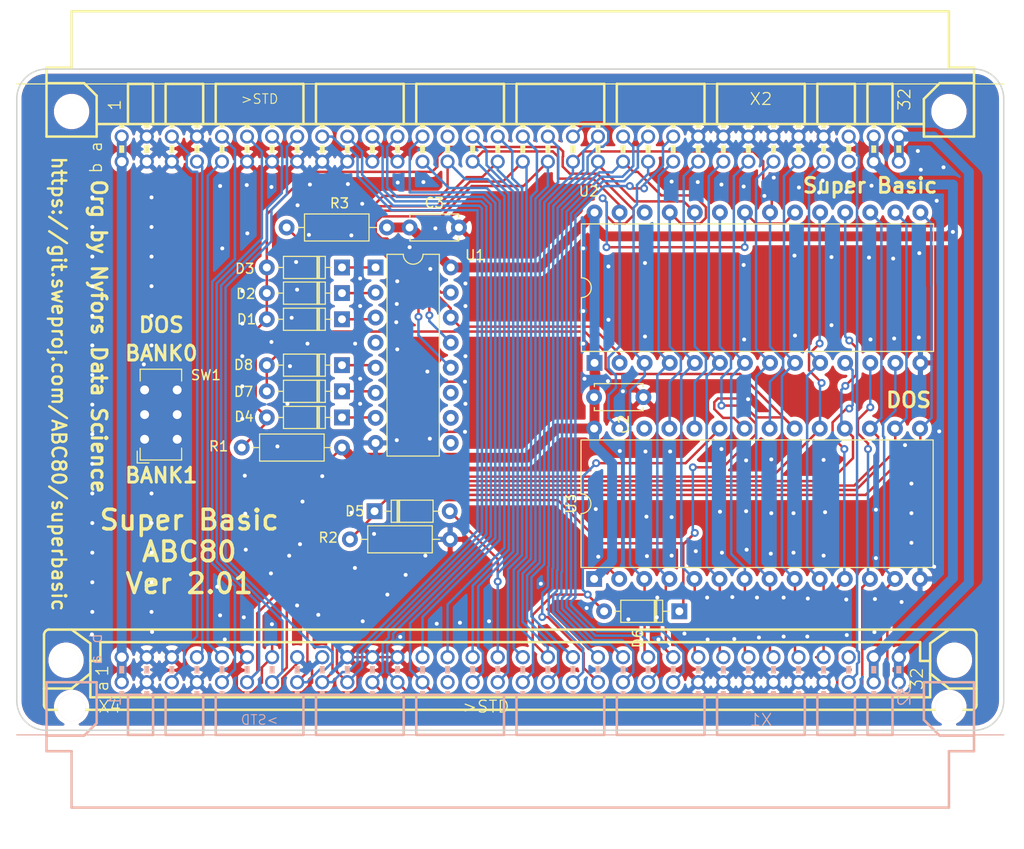
<source format=kicad_pcb>
(kicad_pcb (version 20171130) (host pcbnew 5.1.10-88a1d61d58~90~ubuntu20.04.1)

  (general
    (thickness 1.6)
    (drawings 16)
    (tracks 1011)
    (zones 0)
    (modules 20)
    (nets 54)
  )

  (page A4)
  (title_block
    (title SuperBasic)
    (date 2021-07-31)
    (rev 2.01)
    (company SweProj.com)
  )

  (layers
    (0 F.Cu signal)
    (31 B.Cu signal)
    (32 B.Adhes user)
    (33 F.Adhes user)
    (34 B.Paste user)
    (35 F.Paste user)
    (36 B.SilkS user)
    (37 F.SilkS user)
    (38 B.Mask user)
    (39 F.Mask user)
    (40 Dwgs.User user)
    (41 Cmts.User user)
    (42 Eco1.User user)
    (43 Eco2.User user)
    (44 Edge.Cuts user)
    (45 Margin user)
    (46 B.CrtYd user)
    (47 F.CrtYd user)
    (48 B.Fab user)
    (49 F.Fab user)
  )

  (setup
    (last_trace_width 0.25)
    (trace_clearance 0.2)
    (zone_clearance 0.4)
    (zone_45_only no)
    (trace_min 0.2)
    (via_size 0.8)
    (via_drill 0.4)
    (via_min_size 0.4)
    (via_min_drill 0.3)
    (uvia_size 0.3)
    (uvia_drill 0.1)
    (uvias_allowed no)
    (uvia_min_size 0.2)
    (uvia_min_drill 0.1)
    (edge_width 0.05)
    (segment_width 0.2)
    (pcb_text_width 0.3)
    (pcb_text_size 1.5 1.5)
    (mod_edge_width 0.12)
    (mod_text_size 1 1)
    (mod_text_width 0.15)
    (pad_size 1.524 1.524)
    (pad_drill 0.762)
    (pad_to_mask_clearance 0)
    (aux_axis_origin 0 0)
    (grid_origin 139.65 100.15)
    (visible_elements FFFFFF7F)
    (pcbplotparams
      (layerselection 0x010fc_ffffffff)
      (usegerberextensions false)
      (usegerberattributes true)
      (usegerberadvancedattributes true)
      (creategerberjobfile true)
      (excludeedgelayer true)
      (linewidth 0.100000)
      (plotframeref false)
      (viasonmask false)
      (mode 1)
      (useauxorigin false)
      (hpglpennumber 1)
      (hpglpenspeed 20)
      (hpglpendiameter 15.000000)
      (psnegative false)
      (psa4output false)
      (plotreference true)
      (plotvalue true)
      (plotinvisibletext false)
      (padsonsilk false)
      (subtractmaskfromsilk false)
      (outputformat 1)
      (mirror false)
      (drillshape 1)
      (scaleselection 1)
      (outputdirectory ""))
  )

  (net 0 "")
  (net 1 GND)
  (net 2 +5V)
  (net 3 /Q_2)
  (net 4 /Q_1)
  (net 5 /Q_0)
  (net 6 /A13)
  (net 7 /EA11)
  (net 8 /A11)
  (net 9 /A12)
  (net 10 /A15)
  (net 11 /A14)
  (net 12 /D2)
  (net 13 /D1)
  (net 14 /A8)
  (net 15 /D0)
  (net 16 /A9)
  (net 17 /A0)
  (net 18 /A1)
  (net 19 /A2)
  (net 20 /A10)
  (net 21 /A3)
  (net 22 /A4)
  (net 23 /D7)
  (net 24 /A5)
  (net 25 /D6)
  (net 26 /A6)
  (net 27 /D5)
  (net 28 /A7)
  (net 29 /D4)
  (net 30 /D3)
  (net 31 /Q_6)
  (net 32 /Q_5)
  (net 33 /Q_4)
  (net 34 /+12V)
  (net 35 /~INT)
  (net 36 /5)
  (net 37 /~XMEMFL)
  (net 38 /-12V)
  (net 39 /READY)
  (net 40 /~CS)
  (net 41 /~OUT)
  (net 42 /~C1)
  (net 43 /~C2)
  (net 44 /~C3)
  (net 45 /~C4)
  (net 46 /~INP)
  (net 47 /~STATUS)
  (net 48 /~RST)
  (net 49 /~XMEMW)
  (net 50 /~RESIN)
  (net 51 /~SB_CE)
  (net 52 /~DOS_CE)
  (net 53 /DOS_SEL)

  (net_class Default "This is the default net class."
    (clearance 0.2)
    (trace_width 0.25)
    (via_dia 0.8)
    (via_drill 0.4)
    (uvia_dia 0.3)
    (uvia_drill 0.1)
    (add_net +5V)
    (add_net /+12V)
    (add_net /-12V)
    (add_net /5)
    (add_net /A0)
    (add_net /A1)
    (add_net /A10)
    (add_net /A11)
    (add_net /A12)
    (add_net /A13)
    (add_net /A14)
    (add_net /A15)
    (add_net /A2)
    (add_net /A3)
    (add_net /A4)
    (add_net /A5)
    (add_net /A6)
    (add_net /A7)
    (add_net /A8)
    (add_net /A9)
    (add_net /D0)
    (add_net /D1)
    (add_net /D2)
    (add_net /D3)
    (add_net /D4)
    (add_net /D5)
    (add_net /D6)
    (add_net /D7)
    (add_net /DOS_SEL)
    (add_net /EA11)
    (add_net /Q_0)
    (add_net /Q_1)
    (add_net /Q_2)
    (add_net /Q_4)
    (add_net /Q_5)
    (add_net /Q_6)
    (add_net /READY)
    (add_net /~C1)
    (add_net /~C2)
    (add_net /~C3)
    (add_net /~C4)
    (add_net /~CS)
    (add_net /~DOS_CE)
    (add_net /~INP)
    (add_net /~INT)
    (add_net /~OUT)
    (add_net /~RESIN)
    (add_net /~RST)
    (add_net /~SB_CE)
    (add_net /~STATUS)
    (add_net /~XMEMFL)
    (add_net /~XMEMW)
    (add_net GND)
    (add_net "Net-(U1-Pad10)")
    (add_net "Net-(U1-Pad11)")
    (add_net "Net-(U1-Pad4)")
    (add_net "Net-(U1-Pad9)")
    (add_net "Net-(U2-Pad26)")
    (add_net "Net-(U3-Pad26)")
    (add_net "Net-(X1-PadA14)")
    (add_net "Net-(X1-PadB30)")
    (add_net "Net-(X2-PadA14)")
    (add_net "Net-(X2-PadB30)")
    (add_net "Net-(X4-PadA14)")
    (add_net "Net-(X4-PadB30)")
  )

  (module Button_Switch_THT:SW_CuK_JS202011CQN_DPDT_Straight (layer F.Cu) (tedit 5A02FE31) (tstamp 6105FB0E)
    (at 94.95 66.66 90)
    (descr "CuK sub miniature slide switch, JS series, DPDT, right angle, http://www.ckswitches.com/media/1422/js.pdf")
    (tags "switch DPDT")
    (path /611974C1)
    (fp_text reference SW1 (at 6.5 6.21 180) (layer F.SilkS)
      (effects (font (size 1 1) (thickness 0.15)))
    )
    (fp_text value SW_DPDT_x2 (at 3 5 90) (layer F.Fab)
      (effects (font (size 1 1) (thickness 0.15)))
    )
    (fp_text user %R (at 2 1.65 90) (layer F.Fab)
      (effects (font (size 1 1) (thickness 0.15)))
    )
    (fp_line (start -1 -0.35) (end -2 0.65) (layer F.Fab) (width 0.1))
    (fp_line (start -2.25 4.25) (end -2.25 -0.95) (layer F.CrtYd) (width 0.05))
    (fp_line (start 7.25 4.25) (end -2.25 4.25) (layer F.CrtYd) (width 0.05))
    (fp_line (start 7.25 -0.95) (end 7.25 4.25) (layer F.CrtYd) (width 0.05))
    (fp_line (start -2.25 -0.95) (end 7.25 -0.95) (layer F.CrtYd) (width 0.05))
    (fp_line (start -2.4 -0.75) (end -2.4 0.45) (layer F.SilkS) (width 0.12))
    (fp_line (start -1.2 -0.75) (end -2.4 -0.75) (layer F.SilkS) (width 0.12))
    (fp_line (start 7.1 3.75) (end 5.9 3.75) (layer F.SilkS) (width 0.12))
    (fp_line (start 7.1 -0.45) (end 7.1 3.75) (layer F.SilkS) (width 0.12))
    (fp_line (start 5.9 -0.45) (end 7.1 -0.45) (layer F.SilkS) (width 0.12))
    (fp_line (start -2.1 3.75) (end -0.9 3.75) (layer F.SilkS) (width 0.12))
    (fp_line (start -2.1 -0.45) (end -2.1 3.75) (layer F.SilkS) (width 0.12))
    (fp_line (start -0.9 -0.45) (end -2.1 -0.45) (layer F.SilkS) (width 0.12))
    (fp_line (start -2 3.65) (end -2 0.65) (layer F.Fab) (width 0.1))
    (fp_line (start 7 3.65) (end -2 3.65) (layer F.Fab) (width 0.1))
    (fp_line (start 7 -0.35) (end 7 3.65) (layer F.Fab) (width 0.1))
    (fp_line (start -1 -0.35) (end 7 -0.35) (layer F.Fab) (width 0.1))
    (pad 6 thru_hole circle (at 5 3.3 90) (size 1.4 1.4) (drill 0.9) (layers *.Cu *.Mask))
    (pad 5 thru_hole circle (at 2.5 3.3 90) (size 1.4 1.4) (drill 0.9) (layers *.Cu *.Mask))
    (pad 4 thru_hole circle (at 0 3.3 90) (size 1.4 1.4) (drill 0.9) (layers *.Cu *.Mask))
    (pad 3 thru_hole circle (at 5 0 90) (size 1.4 1.4) (drill 0.9) (layers *.Cu *.Mask)
      (net 1 GND))
    (pad 2 thru_hole circle (at 2.5 0 90) (size 1.4 1.4) (drill 0.9) (layers *.Cu *.Mask)
      (net 53 /DOS_SEL))
    (pad 1 thru_hole rect (at 0 0 90) (size 1.4 1.4) (drill 0.9) (layers *.Cu *.Mask)
      (net 2 +5V))
    (model ${KISYS3DMOD}/Button_Switch_THT.3dshapes/SW_CuK_JS202011CQN_DPDT_Straight.wrl
      (at (xyz 0 0 0))
      (scale (xyz 1 1 1))
      (rotate (xyz 0 0 0))
    )
  )

  (module Package_DIP:DIP-28_W15.24mm (layer F.Cu) (tedit 5A02E8C5) (tstamp 6105ADF4)
    (at 140.5 80.81 90)
    (descr "28-lead though-hole mounted DIP package, row spacing 15.24 mm (600 mils)")
    (tags "THT DIP DIL PDIP 2.54mm 15.24mm 600mil")
    (path /6108B15A)
    (fp_text reference U3 (at 7.62 -2.33 90) (layer F.SilkS)
      (effects (font (size 1 1) (thickness 0.15)))
    )
    (fp_text value 27C64 (at 7.62 35.35 90) (layer F.Fab)
      (effects (font (size 1 1) (thickness 0.15)))
    )
    (fp_text user %R (at 7.62 16.51 90) (layer F.Fab)
      (effects (font (size 1 1) (thickness 0.15)))
    )
    (fp_arc (start 7.62 -1.33) (end 6.62 -1.33) (angle -180) (layer F.SilkS) (width 0.12))
    (fp_line (start 1.255 -1.27) (end 14.985 -1.27) (layer F.Fab) (width 0.1))
    (fp_line (start 14.985 -1.27) (end 14.985 34.29) (layer F.Fab) (width 0.1))
    (fp_line (start 14.985 34.29) (end 0.255 34.29) (layer F.Fab) (width 0.1))
    (fp_line (start 0.255 34.29) (end 0.255 -0.27) (layer F.Fab) (width 0.1))
    (fp_line (start 0.255 -0.27) (end 1.255 -1.27) (layer F.Fab) (width 0.1))
    (fp_line (start 6.62 -1.33) (end 1.16 -1.33) (layer F.SilkS) (width 0.12))
    (fp_line (start 1.16 -1.33) (end 1.16 34.35) (layer F.SilkS) (width 0.12))
    (fp_line (start 1.16 34.35) (end 14.08 34.35) (layer F.SilkS) (width 0.12))
    (fp_line (start 14.08 34.35) (end 14.08 -1.33) (layer F.SilkS) (width 0.12))
    (fp_line (start 14.08 -1.33) (end 8.62 -1.33) (layer F.SilkS) (width 0.12))
    (fp_line (start -1.05 -1.55) (end -1.05 34.55) (layer F.CrtYd) (width 0.05))
    (fp_line (start -1.05 34.55) (end 16.3 34.55) (layer F.CrtYd) (width 0.05))
    (fp_line (start 16.3 34.55) (end 16.3 -1.55) (layer F.CrtYd) (width 0.05))
    (fp_line (start 16.3 -1.55) (end -1.05 -1.55) (layer F.CrtYd) (width 0.05))
    (pad 28 thru_hole oval (at 15.24 0 90) (size 1.6 1.6) (drill 0.8) (layers *.Cu *.Mask)
      (net 2 +5V))
    (pad 14 thru_hole oval (at 0 33.02 90) (size 1.6 1.6) (drill 0.8) (layers *.Cu *.Mask)
      (net 1 GND))
    (pad 27 thru_hole oval (at 15.24 2.54 90) (size 1.6 1.6) (drill 0.8) (layers *.Cu *.Mask)
      (net 11 /A14))
    (pad 13 thru_hole oval (at 0 30.48 90) (size 1.6 1.6) (drill 0.8) (layers *.Cu *.Mask)
      (net 12 /D2))
    (pad 26 thru_hole oval (at 15.24 5.08 90) (size 1.6 1.6) (drill 0.8) (layers *.Cu *.Mask))
    (pad 12 thru_hole oval (at 0 27.94 90) (size 1.6 1.6) (drill 0.8) (layers *.Cu *.Mask)
      (net 13 /D1))
    (pad 25 thru_hole oval (at 15.24 7.62 90) (size 1.6 1.6) (drill 0.8) (layers *.Cu *.Mask)
      (net 14 /A8))
    (pad 11 thru_hole oval (at 0 25.4 90) (size 1.6 1.6) (drill 0.8) (layers *.Cu *.Mask)
      (net 15 /D0))
    (pad 24 thru_hole oval (at 15.24 10.16 90) (size 1.6 1.6) (drill 0.8) (layers *.Cu *.Mask)
      (net 16 /A9))
    (pad 10 thru_hole oval (at 0 22.86 90) (size 1.6 1.6) (drill 0.8) (layers *.Cu *.Mask)
      (net 17 /A0))
    (pad 23 thru_hole oval (at 15.24 12.7 90) (size 1.6 1.6) (drill 0.8) (layers *.Cu *.Mask)
      (net 8 /A11))
    (pad 9 thru_hole oval (at 0 20.32 90) (size 1.6 1.6) (drill 0.8) (layers *.Cu *.Mask)
      (net 18 /A1))
    (pad 22 thru_hole oval (at 15.24 15.24 90) (size 1.6 1.6) (drill 0.8) (layers *.Cu *.Mask)
      (net 52 /~DOS_CE))
    (pad 8 thru_hole oval (at 0 17.78 90) (size 1.6 1.6) (drill 0.8) (layers *.Cu *.Mask)
      (net 19 /A2))
    (pad 21 thru_hole oval (at 15.24 17.78 90) (size 1.6 1.6) (drill 0.8) (layers *.Cu *.Mask)
      (net 20 /A10))
    (pad 7 thru_hole oval (at 0 15.24 90) (size 1.6 1.6) (drill 0.8) (layers *.Cu *.Mask)
      (net 21 /A3))
    (pad 20 thru_hole oval (at 15.24 20.32 90) (size 1.6 1.6) (drill 0.8) (layers *.Cu *.Mask)
      (net 52 /~DOS_CE))
    (pad 6 thru_hole oval (at 0 12.7 90) (size 1.6 1.6) (drill 0.8) (layers *.Cu *.Mask)
      (net 22 /A4))
    (pad 19 thru_hole oval (at 15.24 22.86 90) (size 1.6 1.6) (drill 0.8) (layers *.Cu *.Mask)
      (net 23 /D7))
    (pad 5 thru_hole oval (at 0 10.16 90) (size 1.6 1.6) (drill 0.8) (layers *.Cu *.Mask)
      (net 24 /A5))
    (pad 18 thru_hole oval (at 15.24 25.4 90) (size 1.6 1.6) (drill 0.8) (layers *.Cu *.Mask)
      (net 25 /D6))
    (pad 4 thru_hole oval (at 0 7.62 90) (size 1.6 1.6) (drill 0.8) (layers *.Cu *.Mask)
      (net 26 /A6))
    (pad 17 thru_hole oval (at 15.24 27.94 90) (size 1.6 1.6) (drill 0.8) (layers *.Cu *.Mask)
      (net 27 /D5))
    (pad 3 thru_hole oval (at 0 5.08 90) (size 1.6 1.6) (drill 0.8) (layers *.Cu *.Mask)
      (net 28 /A7))
    (pad 16 thru_hole oval (at 15.24 30.48 90) (size 1.6 1.6) (drill 0.8) (layers *.Cu *.Mask)
      (net 29 /D4))
    (pad 2 thru_hole oval (at 0 2.54 90) (size 1.6 1.6) (drill 0.8) (layers *.Cu *.Mask)
      (net 53 /DOS_SEL))
    (pad 15 thru_hole oval (at 15.24 33.02 90) (size 1.6 1.6) (drill 0.8) (layers *.Cu *.Mask)
      (net 30 /D3))
    (pad 1 thru_hole rect (at 0 0 90) (size 1.6 1.6) (drill 0.8) (layers *.Cu *.Mask)
      (net 2 +5V))
    (model ${KISYS3DMOD}/Package_DIP.3dshapes/DIP-28_W15.24mm.wrl
      (at (xyz 0 0 0))
      (scale (xyz 1 1 1))
      (rotate (xyz 0 0 0))
    )
  )

  (module superbasic:FAB64B (layer F.Cu) (tedit 0) (tstamp 61067223)
    (at 132 90.01 90)
    (descr "<b>DIN 41612 CONNECTOR</b>\n<p>\nFemale, 64 pins, type B, rows AB, grid 2.54 mm.<br />\nB mates with Q, but pin numbers reversed.\n</p>")
    (path /62580A7B)
    (fp_text reference X4 (at -4.445 -39.37 180) (layer F.SilkS)
      (effects (font (size 1.2065 1.2065) (thickness 0.12065)) (justify right bottom))
    )
    (fp_text value ABC-Bus (at -4.445 34.29 180) (layer F.Fab)
      (effects (font (size 1.2065 1.2065) (thickness 0.12065)) (justify right bottom))
    )
    (fp_line (start -2.54 -42.291) (end -2.54 42.291) (layer F.Fab) (width 0.254))
    (fp_line (start 0.635 41.275) (end 2.54 41.275) (layer F.Fab) (width 0.254))
    (fp_line (start 2.54 41.275) (end 2.54 -41.275) (layer F.Fab) (width 0.254))
    (fp_line (start 2.54 -41.275) (end 0.635 -41.275) (layer F.Fab) (width 0.254))
    (fp_line (start -1.905 -47.244) (end -1.905 -44.45) (layer F.SilkS) (width 0.254))
    (fp_line (start -1.905 -47.244) (end -3.556 -47.244) (layer F.SilkS) (width 0.254))
    (fp_line (start -0.381 -42.545) (end -1.905 -44.45) (layer F.SilkS) (width 0.254))
    (fp_line (start -1.905 47.244) (end -1.905 44.45) (layer F.SilkS) (width 0.254))
    (fp_line (start -1.905 47.244) (end 3.556 47.244) (layer F.SilkS) (width 0.254))
    (fp_line (start -0.381 42.545) (end -1.905 44.45) (layer F.SilkS) (width 0.254))
    (fp_line (start 4.064 -44.45) (end 4.064 -46.736) (layer F.SilkS) (width 0.254))
    (fp_line (start 2.667 -42.545) (end 4.064 -44.45) (layer F.SilkS) (width 0.254))
    (fp_line (start 4.064 -44.45) (end 4.064 44.45) (layer F.SilkS) (width 0.254))
    (fp_line (start 2.667 42.545) (end 4.064 44.45) (layer F.SilkS) (width 0.254))
    (fp_line (start 0.635 41.275) (end 0.635 42.291) (layer F.Fab) (width 0.254))
    (fp_line (start 0.889 42.545) (end -0.381 42.545) (layer F.SilkS) (width 0.254))
    (fp_line (start 0.635 42.291) (end -2.54 42.291) (layer F.Fab) (width 0.254))
    (fp_line (start -0.381 42.545) (end -2.794 42.545) (layer F.SilkS) (width 0.254))
    (fp_line (start 0.889 42.545) (end 0.889 41.529) (layer F.SilkS) (width 0.254))
    (fp_line (start 0.889 42.545) (end 2.667 42.545) (layer F.SilkS) (width 0.254))
    (fp_line (start 0.889 41.529) (end 2.794 41.529) (layer F.SilkS) (width 0.254))
    (fp_line (start 2.794 41.529) (end 2.794 -41.529) (layer F.SilkS) (width 0.254))
    (fp_line (start -2.794 42.545) (end -2.794 -42.545) (layer F.SilkS) (width 0.254))
    (fp_line (start 2.794 -41.529) (end 0.889 -41.529) (layer F.SilkS) (width 0.254))
    (fp_line (start 0.889 -41.529) (end 0.889 -42.545) (layer F.SilkS) (width 0.254))
    (fp_line (start 0.889 -42.545) (end 2.667 -42.545) (layer F.SilkS) (width 0.254))
    (fp_line (start 0.635 -41.275) (end 0.635 -42.291) (layer F.Fab) (width 0.254))
    (fp_line (start -0.381 -42.545) (end 0.889 -42.545) (layer F.SilkS) (width 0.254))
    (fp_line (start 0.635 -42.291) (end -2.54 -42.291) (layer F.Fab) (width 0.254))
    (fp_line (start -0.381 -42.545) (end -2.794 -42.545) (layer F.SilkS) (width 0.254))
    (fp_line (start 3.556 -47.244) (end -1.905 -47.244) (layer F.SilkS) (width 0.254))
    (fp_line (start -3.556 47.244) (end -1.905 47.244) (layer F.SilkS) (width 0.254))
    (fp_line (start -4.064 46.736) (end -4.064 -46.736) (layer F.SilkS) (width 0.254))
    (fp_line (start 4.064 46.736) (end 4.064 44.45) (layer F.SilkS) (width 0.254))
    (fp_circle (center 0.9652 45.0088) (end 3.2512 45.0088) (layer Dwgs.User) (width 1.778))
    (fp_circle (center 0.9652 45.0088) (end 3.2512 45.0088) (layer Dwgs.User) (width 1.778))
    (fp_circle (center 0.9652 45.0088) (end 2.2352 45.0088) (layer F.SilkS) (width 0.254))
    (fp_circle (center 0.9652 -45.0088) (end 3.2512 -45.0088) (layer Dwgs.User) (width 1.778))
    (fp_circle (center 0.9652 -45.0088) (end 3.2512 -45.0088) (layer Dwgs.User) (width 1.778))
    (fp_circle (center 0.9652 -45.0088) (end 2.2352 -45.0088) (layer F.SilkS) (width 0.254))
    (fp_poly (pts (xy 0.889 40.005) (xy 1.651 40.005) (xy 1.651 38.735) (xy 0.889 38.735)) (layer F.Fab) (width 0))
    (fp_poly (pts (xy -1.651 40.005) (xy -0.889 40.005) (xy -0.889 38.735) (xy -1.651 38.735)) (layer F.Fab) (width 0))
    (fp_poly (pts (xy 0.889 37.465) (xy 1.651 37.465) (xy 1.651 36.195) (xy 0.889 36.195)) (layer F.Fab) (width 0))
    (fp_poly (pts (xy -1.651 37.465) (xy -0.889 37.465) (xy -0.889 36.195) (xy -1.651 36.195)) (layer F.Fab) (width 0))
    (fp_poly (pts (xy -1.651 34.925) (xy -0.889 34.925) (xy -0.889 33.655) (xy -1.651 33.655)) (layer F.Fab) (width 0))
    (fp_poly (pts (xy -1.651 32.385) (xy -0.889 32.385) (xy -0.889 31.115) (xy -1.651 31.115)) (layer F.Fab) (width 0))
    (fp_poly (pts (xy 0.889 34.925) (xy 1.651 34.925) (xy 1.651 33.655) (xy 0.889 33.655)) (layer F.Fab) (width 0))
    (fp_poly (pts (xy 0.889 32.385) (xy 1.651 32.385) (xy 1.651 31.115) (xy 0.889 31.115)) (layer F.Fab) (width 0))
    (fp_poly (pts (xy -1.651 29.845) (xy -0.889 29.845) (xy -0.889 28.575) (xy -1.651 28.575)) (layer F.Fab) (width 0))
    (fp_poly (pts (xy -1.651 27.305) (xy -0.889 27.305) (xy -0.889 26.035) (xy -1.651 26.035)) (layer F.Fab) (width 0))
    (fp_poly (pts (xy 0.889 29.845) (xy 1.651 29.845) (xy 1.651 28.575) (xy 0.889 28.575)) (layer F.Fab) (width 0))
    (fp_poly (pts (xy 0.889 27.305) (xy 1.651 27.305) (xy 1.651 26.035) (xy 0.889 26.035)) (layer F.Fab) (width 0))
    (fp_poly (pts (xy 0.889 24.765) (xy 1.651 24.765) (xy 1.651 23.495) (xy 0.889 23.495)) (layer F.Fab) (width 0))
    (fp_poly (pts (xy -1.651 24.765) (xy -0.889 24.765) (xy -0.889 23.495) (xy -1.651 23.495)) (layer F.Fab) (width 0))
    (fp_poly (pts (xy -1.651 22.225) (xy -0.889 22.225) (xy -0.889 20.955) (xy -1.651 20.955)) (layer F.Fab) (width 0))
    (fp_poly (pts (xy -1.651 19.685) (xy -0.889 19.685) (xy -0.889 18.415) (xy -1.651 18.415)) (layer F.Fab) (width 0))
    (fp_poly (pts (xy 0.889 22.225) (xy 1.651 22.225) (xy 1.651 20.955) (xy 0.889 20.955)) (layer F.Fab) (width 0))
    (fp_poly (pts (xy 0.889 19.685) (xy 1.651 19.685) (xy 1.651 18.415) (xy 0.889 18.415)) (layer F.Fab) (width 0))
    (fp_poly (pts (xy 0.889 17.145) (xy 1.651 17.145) (xy 1.651 15.875) (xy 0.889 15.875)) (layer F.Fab) (width 0))
    (fp_poly (pts (xy -1.651 17.145) (xy -0.889 17.145) (xy -0.889 15.875) (xy -1.651 15.875)) (layer F.Fab) (width 0))
    (fp_poly (pts (xy 0.889 14.605) (xy 1.651 14.605) (xy 1.651 13.335) (xy 0.889 13.335)) (layer F.Fab) (width 0))
    (fp_poly (pts (xy 0.889 12.065) (xy 1.651 12.065) (xy 1.651 10.795) (xy 0.889 10.795)) (layer F.Fab) (width 0))
    (fp_poly (pts (xy 0.889 9.525) (xy 1.651 9.525) (xy 1.651 8.255) (xy 0.889 8.255)) (layer F.Fab) (width 0))
    (fp_poly (pts (xy 0.889 6.985) (xy 1.651 6.985) (xy 1.651 5.715) (xy 0.889 5.715)) (layer F.Fab) (width 0))
    (fp_poly (pts (xy 0.889 4.445) (xy 1.651 4.445) (xy 1.651 3.175) (xy 0.889 3.175)) (layer F.Fab) (width 0))
    (fp_poly (pts (xy 0.889 1.905) (xy 1.651 1.905) (xy 1.651 0.635) (xy 0.889 0.635)) (layer F.Fab) (width 0))
    (fp_poly (pts (xy 0.889 -0.635) (xy 1.651 -0.635) (xy 1.651 -1.905) (xy 0.889 -1.905)) (layer F.Fab) (width 0))
    (fp_poly (pts (xy 0.889 -3.175) (xy 1.651 -3.175) (xy 1.651 -4.445) (xy 0.889 -4.445)) (layer F.Fab) (width 0))
    (fp_poly (pts (xy 0.889 -5.715) (xy 1.651 -5.715) (xy 1.651 -6.985) (xy 0.889 -6.985)) (layer F.Fab) (width 0))
    (fp_poly (pts (xy 0.889 -8.255) (xy 1.651 -8.255) (xy 1.651 -9.525) (xy 0.889 -9.525)) (layer F.Fab) (width 0))
    (fp_poly (pts (xy 0.889 -10.795) (xy 1.651 -10.795) (xy 1.651 -12.065) (xy 0.889 -12.065)) (layer F.Fab) (width 0))
    (fp_poly (pts (xy 0.889 -13.335) (xy 1.651 -13.335) (xy 1.651 -14.605) (xy 0.889 -14.605)) (layer F.Fab) (width 0))
    (fp_poly (pts (xy 0.889 -15.875) (xy 1.651 -15.875) (xy 1.651 -17.145) (xy 0.889 -17.145)) (layer F.Fab) (width 0))
    (fp_poly (pts (xy 0.889 -18.415) (xy 1.651 -18.415) (xy 1.651 -19.685) (xy 0.889 -19.685)) (layer F.Fab) (width 0))
    (fp_poly (pts (xy 0.889 -20.955) (xy 1.651 -20.955) (xy 1.651 -22.225) (xy 0.889 -22.225)) (layer F.Fab) (width 0))
    (fp_poly (pts (xy 0.889 -23.495) (xy 1.651 -23.495) (xy 1.651 -24.765) (xy 0.889 -24.765)) (layer F.Fab) (width 0))
    (fp_poly (pts (xy -1.651 14.605) (xy -0.889 14.605) (xy -0.889 13.335) (xy -1.651 13.335)) (layer F.Fab) (width 0))
    (fp_poly (pts (xy -1.651 12.065) (xy -0.889 12.065) (xy -0.889 10.795) (xy -1.651 10.795)) (layer F.Fab) (width 0))
    (fp_poly (pts (xy -1.651 9.525) (xy -0.889 9.525) (xy -0.889 8.255) (xy -1.651 8.255)) (layer F.Fab) (width 0))
    (fp_poly (pts (xy -1.651 6.985) (xy -0.889 6.985) (xy -0.889 5.715) (xy -1.651 5.715)) (layer F.Fab) (width 0))
    (fp_poly (pts (xy -1.651 4.445) (xy -0.889 4.445) (xy -0.889 3.175) (xy -1.651 3.175)) (layer F.Fab) (width 0))
    (fp_poly (pts (xy -1.651 1.905) (xy -0.889 1.905) (xy -0.889 0.635) (xy -1.651 0.635)) (layer F.Fab) (width 0))
    (fp_poly (pts (xy -1.651 -0.635) (xy -0.889 -0.635) (xy -0.889 -1.905) (xy -1.651 -1.905)) (layer F.Fab) (width 0))
    (fp_poly (pts (xy -1.651 -3.175) (xy -0.889 -3.175) (xy -0.889 -4.445) (xy -1.651 -4.445)) (layer F.Fab) (width 0))
    (fp_poly (pts (xy -1.651 -5.715) (xy -0.889 -5.715) (xy -0.889 -6.985) (xy -1.651 -6.985)) (layer F.Fab) (width 0))
    (fp_poly (pts (xy -1.651 -8.255) (xy -0.889 -8.255) (xy -0.889 -9.525) (xy -1.651 -9.525)) (layer F.Fab) (width 0))
    (fp_poly (pts (xy -1.651 -10.795) (xy -0.889 -10.795) (xy -0.889 -12.065) (xy -1.651 -12.065)) (layer F.Fab) (width 0))
    (fp_poly (pts (xy -1.651 -13.335) (xy -0.889 -13.335) (xy -0.889 -14.605) (xy -1.651 -14.605)) (layer F.Fab) (width 0))
    (fp_poly (pts (xy -1.651 -15.875) (xy -0.889 -15.875) (xy -0.889 -17.145) (xy -1.651 -17.145)) (layer F.Fab) (width 0))
    (fp_poly (pts (xy -1.651 -18.415) (xy -0.889 -18.415) (xy -0.889 -19.685) (xy -1.651 -19.685)) (layer F.Fab) (width 0))
    (fp_poly (pts (xy -1.651 -20.955) (xy -0.889 -20.955) (xy -0.889 -22.225) (xy -1.651 -22.225)) (layer F.Fab) (width 0))
    (fp_poly (pts (xy -1.651 -23.495) (xy -0.889 -23.495) (xy -0.889 -24.765) (xy -1.651 -24.765)) (layer F.Fab) (width 0))
    (fp_poly (pts (xy -1.651 -26.035) (xy -0.889 -26.035) (xy -0.889 -27.305) (xy -1.651 -27.305)) (layer F.Fab) (width 0))
    (fp_poly (pts (xy -1.651 -28.575) (xy -0.889 -28.575) (xy -0.889 -29.845) (xy -1.651 -29.845)) (layer F.Fab) (width 0))
    (fp_poly (pts (xy -1.651 -31.115) (xy -0.889 -31.115) (xy -0.889 -32.385) (xy -1.651 -32.385)) (layer F.Fab) (width 0))
    (fp_poly (pts (xy -1.651 -33.655) (xy -0.889 -33.655) (xy -0.889 -34.925) (xy -1.651 -34.925)) (layer F.Fab) (width 0))
    (fp_poly (pts (xy -1.651 -36.195) (xy -0.889 -36.195) (xy -0.889 -37.465) (xy -1.651 -37.465)) (layer F.Fab) (width 0))
    (fp_poly (pts (xy -1.651 -38.735) (xy -0.889 -38.735) (xy -0.889 -40.005) (xy -1.651 -40.005)) (layer F.Fab) (width 0))
    (fp_poly (pts (xy 0.889 -26.035) (xy 1.651 -26.035) (xy 1.651 -27.305) (xy 0.889 -27.305)) (layer F.Fab) (width 0))
    (fp_poly (pts (xy 0.889 -28.575) (xy 1.651 -28.575) (xy 1.651 -29.845) (xy 0.889 -29.845)) (layer F.Fab) (width 0))
    (fp_poly (pts (xy 0.889 -31.115) (xy 1.651 -31.115) (xy 1.651 -32.385) (xy 0.889 -32.385)) (layer F.Fab) (width 0))
    (fp_poly (pts (xy 0.889 -33.655) (xy 1.651 -33.655) (xy 1.651 -34.925) (xy 0.889 -34.925)) (layer F.Fab) (width 0))
    (fp_poly (pts (xy 0.889 -36.195) (xy 1.651 -36.195) (xy 1.651 -37.465) (xy 0.889 -37.465)) (layer F.Fab) (width 0))
    (fp_poly (pts (xy 0.889 -38.735) (xy 1.651 -38.735) (xy 1.651 -40.005) (xy 0.889 -40.005)) (layer F.Fab) (width 0))
    (fp_text user >STD (at -4.445 0) (layer F.SilkS)
      (effects (font (size 1.2065 1.2065) (thickness 0.127)) (justify right bottom))
    )
    (fp_text user 1 (at -0.762 -40.64 90) (layer F.SilkS)
      (effects (font (size 1.2065 1.2065) (thickness 0.127)) (justify left bottom))
    )
    (fp_text user a (at -2.286 -40.64 90) (layer F.SilkS)
      (effects (font (size 1.2065 1.2065) (thickness 0.127)) (justify left bottom))
    )
    (fp_text user 32 (at -2.159 41.91 90) (layer F.SilkS)
      (effects (font (size 1.2065 1.2065) (thickness 0.127)) (justify left bottom))
    )
    (fp_arc (start -3.556 46.736) (end -4.064 46.736) (angle -90) (layer F.SilkS) (width 0.254))
    (fp_arc (start 3.556 46.736) (end 3.556 47.244) (angle -90) (layer F.SilkS) (width 0.254))
    (fp_arc (start 3.504755 -46.659599) (end 3.556 -47.244) (angle 77.21006) (layer F.SilkS) (width 0.254))
    (fp_arc (start -3.556 -46.736) (end -4.064 -46.736) (angle 90) (layer F.SilkS) (width 0.254))
    (pad "" np_thru_hole circle (at 0.9652 -45.0088 90) (size 2.794 2.794) (drill 2.794) (layers *.Cu *.Mask))
    (pad "" np_thru_hole circle (at 0.9652 45.0088 90) (size 2.794 2.794) (drill 2.794) (layers *.Cu *.Mask))
    (pad B32 thru_hole circle (at 1.27 39.37 90) (size 1.4224 1.4224) (drill 0.9144) (layers *.Cu *.Mask)
      (net 34 /+12V) (solder_mask_margin 0.1016))
    (pad B31 thru_hole circle (at 1.27 36.83 90) (size 1.4224 1.4224) (drill 0.9144) (layers *.Cu *.Mask)
      (net 2 +5V) (solder_mask_margin 0.1016))
    (pad B30 thru_hole circle (at 1.27 34.29 90) (size 1.4224 1.4224) (drill 0.9144) (layers *.Cu *.Mask)
      (solder_mask_margin 0.1016))
    (pad B29 thru_hole circle (at 1.27 31.75 90) (size 1.4224 1.4224) (drill 0.9144) (layers *.Cu *.Mask)
      (net 17 /A0) (solder_mask_margin 0.1016))
    (pad B28 thru_hole circle (at 1.27 29.21 90) (size 1.4224 1.4224) (drill 0.9144) (layers *.Cu *.Mask)
      (net 18 /A1) (solder_mask_margin 0.1016))
    (pad B27 thru_hole circle (at 1.27 26.67 90) (size 1.4224 1.4224) (drill 0.9144) (layers *.Cu *.Mask)
      (net 19 /A2) (solder_mask_margin 0.1016))
    (pad B26 thru_hole circle (at 1.27 24.13 90) (size 1.4224 1.4224) (drill 0.9144) (layers *.Cu *.Mask)
      (net 21 /A3) (solder_mask_margin 0.1016))
    (pad B25 thru_hole circle (at 1.27 21.59 90) (size 1.4224 1.4224) (drill 0.9144) (layers *.Cu *.Mask)
      (net 22 /A4) (solder_mask_margin 0.1016))
    (pad B24 thru_hole circle (at 1.27 19.05 90) (size 1.4224 1.4224) (drill 0.9144) (layers *.Cu *.Mask)
      (net 24 /A5) (solder_mask_margin 0.1016))
    (pad B23 thru_hole circle (at 1.27 16.51 90) (size 1.4224 1.4224) (drill 0.9144) (layers *.Cu *.Mask)
      (net 26 /A6) (solder_mask_margin 0.1016))
    (pad B22 thru_hole circle (at 1.27 13.97 90) (size 1.4224 1.4224) (drill 0.9144) (layers *.Cu *.Mask)
      (net 28 /A7) (solder_mask_margin 0.1016))
    (pad B21 thru_hole circle (at 1.27 11.43 90) (size 1.4224 1.4224) (drill 0.9144) (layers *.Cu *.Mask)
      (net 14 /A8) (solder_mask_margin 0.1016))
    (pad B20 thru_hole circle (at 1.27 8.89 90) (size 1.4224 1.4224) (drill 0.9144) (layers *.Cu *.Mask)
      (net 16 /A9) (solder_mask_margin 0.1016))
    (pad B19 thru_hole circle (at 1.27 6.35 90) (size 1.4224 1.4224) (drill 0.9144) (layers *.Cu *.Mask)
      (net 20 /A10) (solder_mask_margin 0.1016))
    (pad B18 thru_hole circle (at 1.27 3.81 90) (size 1.4224 1.4224) (drill 0.9144) (layers *.Cu *.Mask)
      (net 8 /A11) (solder_mask_margin 0.1016))
    (pad B17 thru_hole circle (at 1.27 1.27 90) (size 1.4224 1.4224) (drill 0.9144) (layers *.Cu *.Mask)
      (net 9 /A12) (solder_mask_margin 0.1016))
    (pad B16 thru_hole circle (at 1.27 -1.27 90) (size 1.4224 1.4224) (drill 0.9144) (layers *.Cu *.Mask)
      (net 6 /A13) (solder_mask_margin 0.1016))
    (pad B15 thru_hole circle (at 1.27 -3.81 90) (size 1.4224 1.4224) (drill 0.9144) (layers *.Cu *.Mask)
      (net 11 /A14) (solder_mask_margin 0.1016))
    (pad B14 thru_hole circle (at 1.27 -6.35 90) (size 1.4224 1.4224) (drill 0.9144) (layers *.Cu *.Mask)
      (net 10 /A15) (solder_mask_margin 0.1016))
    (pad B13 thru_hole circle (at 1.27 -8.89 90) (size 1.4224 1.4224) (drill 0.9144) (layers *.Cu *.Mask)
      (net 35 /~INT) (solder_mask_margin 0.1016))
    (pad B12 thru_hole circle (at 1.27 -11.43 90) (size 1.4224 1.4224) (drill 0.9144) (layers *.Cu *.Mask)
      (net 1 GND) (solder_mask_margin 0.1016))
    (pad B11 thru_hole circle (at 1.27 -13.97 90) (size 1.4224 1.4224) (drill 0.9144) (layers *.Cu *.Mask)
      (net 1 GND) (solder_mask_margin 0.1016))
    (pad B10 thru_hole circle (at 1.27 -16.51 90) (size 1.4224 1.4224) (drill 0.9144) (layers *.Cu *.Mask)
      (net 1 GND) (solder_mask_margin 0.1016))
    (pad B9 thru_hole circle (at 1.27 -19.05 90) (size 1.4224 1.4224) (drill 0.9144) (layers *.Cu *.Mask)
      (net 1 GND) (solder_mask_margin 0.1016))
    (pad B8 thru_hole circle (at 1.27 -21.59 90) (size 1.4224 1.4224) (drill 0.9144) (layers *.Cu *.Mask)
      (net 1 GND) (solder_mask_margin 0.1016))
    (pad B7 thru_hole circle (at 1.27 -24.13 90) (size 1.4224 1.4224) (drill 0.9144) (layers *.Cu *.Mask)
      (net 1 GND) (solder_mask_margin 0.1016))
    (pad B6 thru_hole circle (at 1.27 -26.67 90) (size 1.4224 1.4224) (drill 0.9144) (layers *.Cu *.Mask)
      (net 1 GND) (solder_mask_margin 0.1016))
    (pad B5 thru_hole circle (at 1.27 -29.21 90) (size 1.4224 1.4224) (drill 0.9144) (layers *.Cu *.Mask)
      (net 36 /5) (solder_mask_margin 0.1016))
    (pad B4 thru_hole circle (at 1.27 -31.75 90) (size 1.4224 1.4224) (drill 0.9144) (layers *.Cu *.Mask)
      (net 37 /~XMEMFL) (solder_mask_margin 0.1016))
    (pad B3 thru_hole circle (at 1.27 -34.29 90) (size 1.4224 1.4224) (drill 0.9144) (layers *.Cu *.Mask)
      (net 1 GND) (solder_mask_margin 0.1016))
    (pad B2 thru_hole circle (at 1.27 -36.83 90) (size 1.4224 1.4224) (drill 0.9144) (layers *.Cu *.Mask)
      (net 1 GND) (solder_mask_margin 0.1016))
    (pad B1 thru_hole circle (at 1.27 -39.37 90) (size 1.4224 1.4224) (drill 0.9144) (layers *.Cu *.Mask)
      (net 38 /-12V) (solder_mask_margin 0.1016))
    (pad A32 thru_hole circle (at -1.27 39.37 90) (size 1.4224 1.4224) (drill 0.9144) (layers *.Cu *.Mask)
      (net 34 /+12V) (solder_mask_margin 0.1016))
    (pad A31 thru_hole circle (at -1.27 36.83 90) (size 1.4224 1.4224) (drill 0.9144) (layers *.Cu *.Mask)
      (net 2 +5V) (solder_mask_margin 0.1016))
    (pad A30 thru_hole circle (at -1.27 34.29 90) (size 1.4224 1.4224) (drill 0.9144) (layers *.Cu *.Mask)
      (net 39 /READY) (solder_mask_margin 0.1016))
    (pad A29 thru_hole circle (at -1.27 31.75 90) (size 1.4224 1.4224) (drill 0.9144) (layers *.Cu *.Mask)
      (net 1 GND) (solder_mask_margin 0.1016))
    (pad A28 thru_hole circle (at -1.27 29.21 90) (size 1.4224 1.4224) (drill 0.9144) (layers *.Cu *.Mask)
      (net 1 GND) (solder_mask_margin 0.1016))
    (pad A27 thru_hole circle (at -1.27 26.67 90) (size 1.4224 1.4224) (drill 0.9144) (layers *.Cu *.Mask)
      (net 1 GND) (solder_mask_margin 0.1016))
    (pad A26 thru_hole circle (at -1.27 24.13 90) (size 1.4224 1.4224) (drill 0.9144) (layers *.Cu *.Mask)
      (net 1 GND) (solder_mask_margin 0.1016))
    (pad A25 thru_hole circle (at -1.27 21.59 90) (size 1.4224 1.4224) (drill 0.9144) (layers *.Cu *.Mask)
      (net 1 GND) (solder_mask_margin 0.1016))
    (pad A24 thru_hole circle (at -1.27 19.05 90) (size 1.4224 1.4224) (drill 0.9144) (layers *.Cu *.Mask)
      (net 1 GND) (solder_mask_margin 0.1016))
    (pad A23 thru_hole circle (at -1.27 16.51 90) (size 1.4224 1.4224) (drill 0.9144) (layers *.Cu *.Mask)
      (net 40 /~CS) (solder_mask_margin 0.1016))
    (pad A22 thru_hole circle (at -1.27 13.97 90) (size 1.4224 1.4224) (drill 0.9144) (layers *.Cu *.Mask)
      (net 41 /~OUT) (solder_mask_margin 0.1016))
    (pad A21 thru_hole circle (at -1.27 11.43 90) (size 1.4224 1.4224) (drill 0.9144) (layers *.Cu *.Mask)
      (net 42 /~C1) (solder_mask_margin 0.1016))
    (pad A20 thru_hole circle (at -1.27 8.89 90) (size 1.4224 1.4224) (drill 0.9144) (layers *.Cu *.Mask)
      (net 43 /~C2) (solder_mask_margin 0.1016))
    (pad A19 thru_hole circle (at -1.27 6.35 90) (size 1.4224 1.4224) (drill 0.9144) (layers *.Cu *.Mask)
      (net 44 /~C3) (solder_mask_margin 0.1016))
    (pad A18 thru_hole circle (at -1.27 3.81 90) (size 1.4224 1.4224) (drill 0.9144) (layers *.Cu *.Mask)
      (net 45 /~C4) (solder_mask_margin 0.1016))
    (pad A17 thru_hole circle (at -1.27 1.27 90) (size 1.4224 1.4224) (drill 0.9144) (layers *.Cu *.Mask)
      (net 46 /~INP) (solder_mask_margin 0.1016))
    (pad A16 thru_hole circle (at -1.27 -1.27 90) (size 1.4224 1.4224) (drill 0.9144) (layers *.Cu *.Mask)
      (net 47 /~STATUS) (solder_mask_margin 0.1016))
    (pad A15 thru_hole circle (at -1.27 -3.81 90) (size 1.4224 1.4224) (drill 0.9144) (layers *.Cu *.Mask)
      (net 48 /~RST) (solder_mask_margin 0.1016))
    (pad A14 thru_hole circle (at -1.27 -6.35 90) (size 1.4224 1.4224) (drill 0.9144) (layers *.Cu *.Mask)
      (solder_mask_margin 0.1016))
    (pad A13 thru_hole circle (at -1.27 -8.89 90) (size 1.4224 1.4224) (drill 0.9144) (layers *.Cu *.Mask)
      (net 15 /D0) (solder_mask_margin 0.1016))
    (pad A12 thru_hole circle (at -1.27 -11.43 90) (size 1.4224 1.4224) (drill 0.9144) (layers *.Cu *.Mask)
      (net 13 /D1) (solder_mask_margin 0.1016))
    (pad A11 thru_hole circle (at -1.27 -13.97 90) (size 1.4224 1.4224) (drill 0.9144) (layers *.Cu *.Mask)
      (net 12 /D2) (solder_mask_margin 0.1016))
    (pad A10 thru_hole circle (at -1.27 -16.51 90) (size 1.4224 1.4224) (drill 0.9144) (layers *.Cu *.Mask)
      (net 30 /D3) (solder_mask_margin 0.1016))
    (pad A9 thru_hole circle (at -1.27 -19.05 90) (size 1.4224 1.4224) (drill 0.9144) (layers *.Cu *.Mask)
      (net 29 /D4) (solder_mask_margin 0.1016))
    (pad A8 thru_hole circle (at -1.27 -21.59 90) (size 1.4224 1.4224) (drill 0.9144) (layers *.Cu *.Mask)
      (net 27 /D5) (solder_mask_margin 0.1016))
    (pad A7 thru_hole circle (at -1.27 -24.13 90) (size 1.4224 1.4224) (drill 0.9144) (layers *.Cu *.Mask)
      (net 25 /D6) (solder_mask_margin 0.1016))
    (pad A6 thru_hole circle (at -1.27 -26.67 90) (size 1.4224 1.4224) (drill 0.9144) (layers *.Cu *.Mask)
      (net 23 /D7) (solder_mask_margin 0.1016))
    (pad A5 thru_hole circle (at -1.27 -29.21 90) (size 1.4224 1.4224) (drill 0.9144) (layers *.Cu *.Mask)
      (net 49 /~XMEMW) (solder_mask_margin 0.1016))
    (pad A4 thru_hole circle (at -1.27 -31.75 90) (size 1.4224 1.4224) (drill 0.9144) (layers *.Cu *.Mask)
      (net 1 GND) (solder_mask_margin 0.1016))
    (pad A3 thru_hole circle (at -1.27 -34.29 90) (size 1.4224 1.4224) (drill 0.9144) (layers *.Cu *.Mask)
      (net 50 /~RESIN) (solder_mask_margin 0.1016))
    (pad A2 thru_hole circle (at -1.27 -36.83 90) (size 1.4224 1.4224) (drill 0.9144) (layers *.Cu *.Mask)
      (net 1 GND) (solder_mask_margin 0.1016))
    (pad A1 thru_hole circle (at -1.27 -39.37 90) (size 1.4224 1.4224) (drill 0.9144) (layers *.Cu *.Mask)
      (net 38 /-12V) (solder_mask_margin 0.1016))
  )

  (module superbasic:MAB64B-FAB64Q (layer F.Cu) (tedit 0) (tstamp 61076D51)
    (at 132 33.45 90)
    (descr "<b>DIN 41612 CONNECTOR</b>\n<p>\nMale, 64 pins, type B, rows ab, grid 2.54 mm<br />\nFemale, 64 bits, type Q, rows ab, grid 2.54 mm<br />\nB mates with Q, but pin numbers reversed\n</p>")
    (path /62924678)
    (fp_text reference X2 (at 1.27 25.4) (layer F.SilkS)
      (effects (font (size 1.2065 1.2065) (thickness 0.12065)))
    )
    (fp_text value ABC-Bus (at 1.27 5.1054) (layer F.Fab)
      (effects (font (size 1.2065 1.2065) (thickness 0.12065)))
    )
    (fp_line (start 4.445 46.99) (end 4.445 44.45) (layer F.SilkS) (width 0.254))
    (fp_line (start 4.445 44.45) (end 10.16 44.45) (layer F.SilkS) (width 0.254))
    (fp_line (start 10.16 44.45) (end 10.16 -44.45) (layer F.SilkS) (width 0.254))
    (fp_line (start 10.16 -44.45) (end 4.445 -44.45) (layer F.SilkS) (width 0.254))
    (fp_line (start 4.445 -44.45) (end 4.445 -46.99) (layer F.SilkS) (width 0.254))
    (fp_line (start -2.54 -46.99) (end -2.54 -41.91) (layer F.SilkS) (width 0.254))
    (fp_line (start -2.54 -41.91) (end -1.27 -41.91) (layer F.SilkS) (width 0.254))
    (fp_line (start -1.27 -41.91) (end 1.6002 -41.91) (layer F.SilkS) (width 0.254))
    (fp_line (start 4.445 -46.99) (end 2.8702 -46.99) (layer F.SilkS) (width 0.254))
    (fp_line (start 2.8702 -46.99) (end -2.54 -46.99) (layer F.SilkS) (width 0.254))
    (fp_line (start 1.6002 -41.91) (end 2.8702 -43.18) (layer F.SilkS) (width 0.254))
    (fp_line (start 2.8702 -43.18) (end 2.8702 -46.99) (layer F.SilkS) (width 0.254))
    (fp_line (start -2.54 46.99) (end 2.8702 46.99) (layer F.SilkS) (width 0.254))
    (fp_line (start 2.8702 46.99) (end 4.445 46.99) (layer F.SilkS) (width 0.254))
    (fp_line (start 2.8702 43.5102) (end 1.27 41.91) (layer F.SilkS) (width 0.254))
    (fp_line (start 2.8702 43.5102) (end 2.8702 46.99) (layer F.SilkS) (width 0.254))
    (fp_line (start -2.54 41.91) (end -2.54 46.99) (layer F.SilkS) (width 0.254))
    (fp_line (start -2.54 41.91) (end -1.27 41.91) (layer F.SilkS) (width 0.254))
    (fp_line (start -1.27 41.91) (end 1.27 41.91) (layer F.SilkS) (width 0.254))
    (fp_line (start -1.27 -41.91) (end -1.27 -38.735) (layer F.SilkS) (width 0.254))
    (fp_line (start 2.794 -38.735) (end 2.794 -36.195) (layer F.SilkS) (width 0.254))
    (fp_line (start 2.794 -38.735) (end -1.27 -38.735) (layer F.SilkS) (width 0.254))
    (fp_line (start -1.27 -38.735) (end -1.27 -36.195) (layer F.SilkS) (width 0.254))
    (fp_line (start 2.794 -36.195) (end -1.27 -36.195) (layer F.SilkS) (width 0.254))
    (fp_line (start -1.27 -36.195) (end -1.27 -34.925) (layer F.SilkS) (width 0.254))
    (fp_line (start 2.794 -34.925) (end -1.27 -34.925) (layer F.SilkS) (width 0.254))
    (fp_line (start 2.794 -34.925) (end 2.794 -31.115) (layer F.SilkS) (width 0.254))
    (fp_line (start -1.27 -34.925) (end -1.27 -31.115) (layer F.SilkS) (width 0.254))
    (fp_line (start 2.794 -31.115) (end -1.27 -31.115) (layer F.SilkS) (width 0.254))
    (fp_line (start -1.27 -31.115) (end -1.27 -29.845) (layer F.SilkS) (width 0.254))
    (fp_line (start 2.794 -29.845) (end -1.27 -29.845) (layer F.SilkS) (width 0.254))
    (fp_line (start 2.794 -29.845) (end 2.794 -20.955) (layer F.SilkS) (width 0.254))
    (fp_line (start -1.27 -29.845) (end -1.27 -20.955) (layer F.SilkS) (width 0.254))
    (fp_line (start 2.794 -20.955) (end -1.27 -20.955) (layer F.SilkS) (width 0.254))
    (fp_line (start -1.27 -20.955) (end -1.27 -19.685) (layer F.SilkS) (width 0.254))
    (fp_line (start 2.794 -19.685) (end -1.27 -19.685) (layer F.SilkS) (width 0.254))
    (fp_line (start 2.794 -19.685) (end 2.794 -10.795) (layer F.SilkS) (width 0.254))
    (fp_line (start -1.27 -19.685) (end -1.27 -10.795) (layer F.SilkS) (width 0.254))
    (fp_line (start 2.794 -10.795) (end -1.27 -10.795) (layer F.SilkS) (width 0.254))
    (fp_line (start -1.27 -10.795) (end -1.27 -9.525) (layer F.SilkS) (width 0.254))
    (fp_line (start 2.794 -9.525) (end -1.27 -9.525) (layer F.SilkS) (width 0.254))
    (fp_line (start 2.794 -9.525) (end 2.794 -0.635) (layer F.SilkS) (width 0.254))
    (fp_line (start -1.27 -9.525) (end -1.27 -0.635) (layer F.SilkS) (width 0.254))
    (fp_line (start 2.794 -0.635) (end -1.27 -0.635) (layer F.SilkS) (width 0.254))
    (fp_line (start -1.27 -0.635) (end -1.27 0.635) (layer F.SilkS) (width 0.254))
    (fp_line (start 2.794 0.635) (end -1.27 0.635) (layer F.SilkS) (width 0.254))
    (fp_line (start 2.794 0.635) (end 2.794 9.525) (layer F.SilkS) (width 0.254))
    (fp_line (start -1.27 0.635) (end -1.27 9.525) (layer F.SilkS) (width 0.254))
    (fp_line (start 2.794 9.525) (end -1.27 9.525) (layer F.SilkS) (width 0.254))
    (fp_line (start -1.27 9.525) (end -1.27 10.795) (layer F.SilkS) (width 0.254))
    (fp_line (start 2.794 10.795) (end -1.27 10.795) (layer F.SilkS) (width 0.254))
    (fp_line (start 2.794 10.795) (end 2.794 19.685) (layer F.SilkS) (width 0.254))
    (fp_line (start -1.27 10.795) (end -1.27 19.685) (layer F.SilkS) (width 0.254))
    (fp_line (start 2.794 19.685) (end -1.27 19.685) (layer F.SilkS) (width 0.254))
    (fp_line (start -1.27 19.685) (end -1.27 20.955) (layer F.SilkS) (width 0.254))
    (fp_line (start 2.794 20.955) (end -1.27 20.955) (layer F.SilkS) (width 0.254))
    (fp_line (start 2.794 20.955) (end 2.794 29.845) (layer F.SilkS) (width 0.254))
    (fp_line (start -1.27 20.955) (end -1.27 29.845) (layer F.SilkS) (width 0.254))
    (fp_line (start 2.794 29.845) (end -1.27 29.845) (layer F.SilkS) (width 0.254))
    (fp_line (start -1.27 29.845) (end -1.27 31.115) (layer F.SilkS) (width 0.254))
    (fp_line (start 2.794 31.115) (end -1.27 31.115) (layer F.SilkS) (width 0.254))
    (fp_line (start 2.794 31.115) (end 2.794 34.925) (layer F.SilkS) (width 0.254))
    (fp_line (start -1.27 31.115) (end -1.27 34.925) (layer F.SilkS) (width 0.254))
    (fp_line (start 2.794 34.925) (end -1.27 34.925) (layer F.SilkS) (width 0.254))
    (fp_line (start -1.27 34.925) (end -1.27 36.195) (layer F.SilkS) (width 0.254))
    (fp_line (start 2.794 36.195) (end -1.27 36.195) (layer F.SilkS) (width 0.254))
    (fp_line (start 2.794 36.195) (end 2.794 38.735) (layer F.SilkS) (width 0.254))
    (fp_line (start -1.27 36.195) (end -1.27 38.735) (layer F.SilkS) (width 0.254))
    (fp_line (start 2.794 38.735) (end -1.27 38.735) (layer F.SilkS) (width 0.254))
    (fp_line (start -1.27 38.735) (end -1.27 41.91) (layer F.SilkS) (width 0.254))
    (fp_line (start 2.794 50.0126) (end 2.794 -50.0126) (layer F.SilkS) (width 0.12))
    (fp_circle (center 0 -44.45) (end 1.27 -44.45) (layer F.SilkS) (width 0.254))
    (fp_circle (center 0 44.45) (end 1.27 44.45) (layer F.SilkS) (width 0.254))
    (fp_poly (pts (xy -1.651 -39.116) (xy -1.27 -39.116) (xy -1.27 -39.624) (xy -1.651 -39.624)) (layer F.SilkS) (width 0))
    (fp_poly (pts (xy -3.429 -39.116) (xy -1.651 -39.116) (xy -1.651 -39.624) (xy -3.429 -39.624)) (layer F.Fab) (width 0))
    (fp_poly (pts (xy -5.334 -39.116) (xy -4.191 -39.116) (xy -4.191 -39.624) (xy -5.334 -39.624)) (layer F.Fab) (width 0))
    (fp_poly (pts (xy -1.651 -36.576) (xy -1.27 -36.576) (xy -1.27 -37.084) (xy -1.651 -37.084)) (layer F.SilkS) (width 0))
    (fp_poly (pts (xy -3.429 -36.576) (xy -1.651 -36.576) (xy -1.651 -37.084) (xy -3.429 -37.084)) (layer F.Fab) (width 0))
    (fp_poly (pts (xy -5.334 -36.576) (xy -4.191 -36.576) (xy -4.191 -37.084) (xy -5.334 -37.084)) (layer F.Fab) (width 0))
    (fp_poly (pts (xy -5.334 -34.036) (xy -4.191 -34.036) (xy -4.191 -34.544) (xy -5.334 -34.544)) (layer F.Fab) (width 0))
    (fp_poly (pts (xy -1.651 -34.036) (xy -1.27 -34.036) (xy -1.27 -34.544) (xy -1.651 -34.544)) (layer F.SilkS) (width 0))
    (fp_poly (pts (xy -3.429 -34.036) (xy -1.651 -34.036) (xy -1.651 -34.544) (xy -3.429 -34.544)) (layer F.Fab) (width 0))
    (fp_poly (pts (xy -1.651 -31.496) (xy -1.27 -31.496) (xy -1.27 -32.004) (xy -1.651 -32.004)) (layer F.SilkS) (width 0))
    (fp_poly (pts (xy -3.429 -31.496) (xy -1.651 -31.496) (xy -1.651 -32.004) (xy -3.429 -32.004)) (layer F.Fab) (width 0))
    (fp_poly (pts (xy -5.334 -31.496) (xy -4.191 -31.496) (xy -4.191 -32.004) (xy -5.334 -32.004)) (layer F.Fab) (width 0))
    (fp_poly (pts (xy -1.651 -28.956) (xy -1.27 -28.956) (xy -1.27 -29.464) (xy -1.651 -29.464)) (layer F.SilkS) (width 0))
    (fp_poly (pts (xy -1.651 -26.416) (xy -1.27 -26.416) (xy -1.27 -26.924) (xy -1.651 -26.924)) (layer F.SilkS) (width 0))
    (fp_poly (pts (xy -3.429 -28.956) (xy -1.651 -28.956) (xy -1.651 -29.464) (xy -3.429 -29.464)) (layer F.Fab) (width 0))
    (fp_poly (pts (xy -3.429 -26.416) (xy -1.651 -26.416) (xy -1.651 -26.924) (xy -3.429 -26.924)) (layer F.Fab) (width 0))
    (fp_poly (pts (xy -5.334 -28.956) (xy -4.191 -28.956) (xy -4.191 -29.464) (xy -5.334 -29.464)) (layer F.Fab) (width 0))
    (fp_poly (pts (xy -5.334 -26.416) (xy -4.191 -26.416) (xy -4.191 -26.924) (xy -5.334 -26.924)) (layer F.Fab) (width 0))
    (fp_poly (pts (xy -5.334 -23.876) (xy -4.191 -23.876) (xy -4.191 -24.384) (xy -5.334 -24.384)) (layer F.Fab) (width 0))
    (fp_poly (pts (xy -1.651 -23.876) (xy -1.27 -23.876) (xy -1.27 -24.384) (xy -1.651 -24.384)) (layer F.SilkS) (width 0))
    (fp_poly (pts (xy -3.429 -23.876) (xy -1.651 -23.876) (xy -1.651 -24.384) (xy -3.429 -24.384)) (layer F.Fab) (width 0))
    (fp_poly (pts (xy -3.429 -21.336) (xy -1.651 -21.336) (xy -1.651 -21.844) (xy -3.429 -21.844)) (layer F.Fab) (width 0))
    (fp_poly (pts (xy -1.651 -21.336) (xy -1.27 -21.336) (xy -1.27 -21.844) (xy -1.651 -21.844)) (layer F.SilkS) (width 0))
    (fp_poly (pts (xy -5.334 -21.336) (xy -4.191 -21.336) (xy -4.191 -21.844) (xy -5.334 -21.844)) (layer F.Fab) (width 0))
    (fp_poly (pts (xy -3.429 -18.796) (xy -1.651 -18.796) (xy -1.651 -19.304) (xy -3.429 -19.304)) (layer F.Fab) (width 0))
    (fp_poly (pts (xy -1.651 -18.796) (xy -1.27 -18.796) (xy -1.27 -19.304) (xy -1.651 -19.304)) (layer F.SilkS) (width 0))
    (fp_poly (pts (xy -5.334 -18.796) (xy -4.191 -18.796) (xy -4.191 -19.304) (xy -5.334 -19.304)) (layer F.Fab) (width 0))
    (fp_poly (pts (xy -1.651 -16.256) (xy -1.27 -16.256) (xy -1.27 -16.764) (xy -1.651 -16.764)) (layer F.SilkS) (width 0))
    (fp_poly (pts (xy -3.429 -16.256) (xy -1.651 -16.256) (xy -1.651 -16.764) (xy -3.429 -16.764)) (layer F.Fab) (width 0))
    (fp_poly (pts (xy -5.334 -16.256) (xy -4.191 -16.256) (xy -4.191 -16.764) (xy -5.334 -16.764)) (layer F.Fab) (width 0))
    (fp_poly (pts (xy -5.334 -13.716) (xy -4.191 -13.716) (xy -4.191 -14.224) (xy -5.334 -14.224)) (layer F.Fab) (width 0))
    (fp_poly (pts (xy -3.429 -13.716) (xy -1.651 -13.716) (xy -1.651 -14.224) (xy -3.429 -14.224)) (layer F.Fab) (width 0))
    (fp_poly (pts (xy -1.651 -13.716) (xy -1.27 -13.716) (xy -1.27 -14.224) (xy -1.651 -14.224)) (layer F.SilkS) (width 0))
    (fp_poly (pts (xy -3.429 -11.176) (xy -1.651 -11.176) (xy -1.651 -11.684) (xy -3.429 -11.684)) (layer F.Fab) (width 0))
    (fp_poly (pts (xy -3.429 -8.636) (xy -1.651 -8.636) (xy -1.651 -9.144) (xy -3.429 -9.144)) (layer F.Fab) (width 0))
    (fp_poly (pts (xy -1.651 -11.176) (xy -1.27 -11.176) (xy -1.27 -11.684) (xy -1.651 -11.684)) (layer F.SilkS) (width 0))
    (fp_poly (pts (xy -1.651 -8.636) (xy -1.27 -8.636) (xy -1.27 -9.144) (xy -1.651 -9.144)) (layer F.SilkS) (width 0))
    (fp_poly (pts (xy -5.334 -11.176) (xy -4.191 -11.176) (xy -4.191 -11.684) (xy -5.334 -11.684)) (layer F.Fab) (width 0))
    (fp_poly (pts (xy -5.334 -8.636) (xy -4.191 -8.636) (xy -4.191 -9.144) (xy -5.334 -9.144)) (layer F.Fab) (width 0))
    (fp_poly (pts (xy -5.334 -6.096) (xy -4.191 -6.096) (xy -4.191 -6.604) (xy -5.334 -6.604)) (layer F.Fab) (width 0))
    (fp_poly (pts (xy -3.429 -6.096) (xy -1.651 -6.096) (xy -1.651 -6.604) (xy -3.429 -6.604)) (layer F.Fab) (width 0))
    (fp_poly (pts (xy -3.429 -3.556) (xy -1.651 -3.556) (xy -1.651 -4.064) (xy -3.429 -4.064)) (layer F.Fab) (width 0))
    (fp_poly (pts (xy -1.651 -6.096) (xy -1.27 -6.096) (xy -1.27 -6.604) (xy -1.651 -6.604)) (layer F.SilkS) (width 0))
    (fp_poly (pts (xy -1.651 -3.556) (xy -1.27 -3.556) (xy -1.27 -4.064) (xy -1.651 -4.064)) (layer F.SilkS) (width 0))
    (fp_poly (pts (xy -5.334 -3.556) (xy -4.191 -3.556) (xy -4.191 -4.064) (xy -5.334 -4.064)) (layer F.Fab) (width 0))
    (fp_poly (pts (xy -5.334 -1.016) (xy -4.191 -1.016) (xy -4.191 -1.524) (xy -5.334 -1.524)) (layer F.Fab) (width 0))
    (fp_poly (pts (xy -3.429 -1.016) (xy -1.651 -1.016) (xy -1.651 -1.524) (xy -3.429 -1.524)) (layer F.Fab) (width 0))
    (fp_poly (pts (xy -1.651 -1.016) (xy -1.27 -1.016) (xy -1.27 -1.524) (xy -1.651 -1.524)) (layer F.SilkS) (width 0))
    (fp_poly (pts (xy -1.651 1.524) (xy -1.27 1.524) (xy -1.27 1.016) (xy -1.651 1.016)) (layer F.SilkS) (width 0))
    (fp_poly (pts (xy -3.429 1.524) (xy -1.651 1.524) (xy -1.651 1.016) (xy -3.429 1.016)) (layer F.Fab) (width 0))
    (fp_poly (pts (xy -5.334 1.524) (xy -4.191 1.524) (xy -4.191 1.016) (xy -5.334 1.016)) (layer F.Fab) (width 0))
    (fp_poly (pts (xy -1.651 4.064) (xy -1.27 4.064) (xy -1.27 3.556) (xy -1.651 3.556)) (layer F.SilkS) (width 0))
    (fp_poly (pts (xy -3.429 4.064) (xy -1.651 4.064) (xy -1.651 3.556) (xy -3.429 3.556)) (layer F.Fab) (width 0))
    (fp_poly (pts (xy -5.334 4.064) (xy -4.191 4.064) (xy -4.191 3.556) (xy -5.334 3.556)) (layer F.Fab) (width 0))
    (fp_poly (pts (xy -3.429 6.604) (xy -1.651 6.604) (xy -1.651 6.096) (xy -3.429 6.096)) (layer F.Fab) (width 0))
    (fp_poly (pts (xy -1.651 6.604) (xy -1.27 6.604) (xy -1.27 6.096) (xy -1.651 6.096)) (layer F.SilkS) (width 0))
    (fp_poly (pts (xy -5.334 6.604) (xy -4.191 6.604) (xy -4.191 6.096) (xy -5.334 6.096)) (layer F.Fab) (width 0))
    (fp_poly (pts (xy -5.334 9.144) (xy -4.191 9.144) (xy -4.191 8.636) (xy -5.334 8.636)) (layer F.Fab) (width 0))
    (fp_poly (pts (xy -3.429 9.144) (xy -1.651 9.144) (xy -1.651 8.636) (xy -3.429 8.636)) (layer F.Fab) (width 0))
    (fp_poly (pts (xy -1.651 9.144) (xy -1.27 9.144) (xy -1.27 8.636) (xy -1.651 8.636)) (layer F.SilkS) (width 0))
    (fp_poly (pts (xy -1.651 11.684) (xy -1.27 11.684) (xy -1.27 11.176) (xy -1.651 11.176)) (layer F.SilkS) (width 0))
    (fp_poly (pts (xy -1.651 14.224) (xy -1.27 14.224) (xy -1.27 13.716) (xy -1.651 13.716)) (layer F.SilkS) (width 0))
    (fp_poly (pts (xy -3.429 11.684) (xy -1.651 11.684) (xy -1.651 11.176) (xy -3.429 11.176)) (layer F.Fab) (width 0))
    (fp_poly (pts (xy -5.334 11.684) (xy -4.191 11.684) (xy -4.191 11.176) (xy -5.334 11.176)) (layer F.Fab) (width 0))
    (fp_poly (pts (xy -3.429 16.764) (xy -1.651 16.764) (xy -1.651 16.256) (xy -3.429 16.256)) (layer F.Fab) (width 0))
    (fp_poly (pts (xy -1.651 16.764) (xy -1.27 16.764) (xy -1.27 16.256) (xy -1.651 16.256)) (layer F.SilkS) (width 0))
    (fp_poly (pts (xy -5.334 16.764) (xy -4.191 16.764) (xy -4.191 16.256) (xy -5.334 16.256)) (layer F.Fab) (width 0))
    (fp_poly (pts (xy -3.429 14.224) (xy -1.651 14.224) (xy -1.651 13.716) (xy -3.429 13.716)) (layer F.Fab) (width 0))
    (fp_poly (pts (xy -5.334 14.224) (xy -4.191 14.224) (xy -4.191 13.716) (xy -5.334 13.716)) (layer F.Fab) (width 0))
    (fp_poly (pts (xy -3.429 19.304) (xy -1.651 19.304) (xy -1.651 18.796) (xy -3.429 18.796)) (layer F.Fab) (width 0))
    (fp_poly (pts (xy -1.651 19.304) (xy -1.27 19.304) (xy -1.27 18.796) (xy -1.651 18.796)) (layer F.SilkS) (width 0))
    (fp_poly (pts (xy -5.334 19.304) (xy -4.191 19.304) (xy -4.191 18.796) (xy -5.334 18.796)) (layer F.Fab) (width 0))
    (fp_poly (pts (xy -5.334 21.844) (xy -4.191 21.844) (xy -4.191 21.336) (xy -5.334 21.336)) (layer F.Fab) (width 0))
    (fp_poly (pts (xy -3.429 21.844) (xy -1.651 21.844) (xy -1.651 21.336) (xy -3.429 21.336)) (layer F.Fab) (width 0))
    (fp_poly (pts (xy -1.651 21.844) (xy -1.27 21.844) (xy -1.27 21.336) (xy -1.651 21.336)) (layer F.SilkS) (width 0))
    (fp_poly (pts (xy -3.429 24.384) (xy -1.651 24.384) (xy -1.651 23.876) (xy -3.429 23.876)) (layer F.Fab) (width 0))
    (fp_poly (pts (xy -1.651 24.384) (xy -1.27 24.384) (xy -1.27 23.876) (xy -1.651 23.876)) (layer F.SilkS) (width 0))
    (fp_poly (pts (xy -5.334 24.384) (xy -4.191 24.384) (xy -4.191 23.876) (xy -5.334 23.876)) (layer F.Fab) (width 0))
    (fp_poly (pts (xy -3.429 26.924) (xy -1.651 26.924) (xy -1.651 26.416) (xy -3.429 26.416)) (layer F.Fab) (width 0))
    (fp_poly (pts (xy -1.651 26.924) (xy -1.27 26.924) (xy -1.27 26.416) (xy -1.651 26.416)) (layer F.SilkS) (width 0))
    (fp_poly (pts (xy -5.334 26.924) (xy -4.191 26.924) (xy -4.191 26.416) (xy -5.334 26.416)) (layer F.Fab) (width 0))
    (fp_poly (pts (xy -3.429 29.464) (xy -1.651 29.464) (xy -1.651 28.956) (xy -3.429 28.956)) (layer F.Fab) (width 0))
    (fp_poly (pts (xy -1.651 29.464) (xy -1.27 29.464) (xy -1.27 28.956) (xy -1.651 28.956)) (layer F.SilkS) (width 0))
    (fp_poly (pts (xy -5.334 29.464) (xy -4.191 29.464) (xy -4.191 28.956) (xy -5.334 28.956)) (layer F.Fab) (width 0))
    (fp_poly (pts (xy -5.334 32.004) (xy -4.191 32.004) (xy -4.191 31.496) (xy -5.334 31.496)) (layer F.Fab) (width 0))
    (fp_poly (pts (xy -3.429 32.004) (xy -1.651 32.004) (xy -1.651 31.496) (xy -3.429 31.496)) (layer F.Fab) (width 0))
    (fp_poly (pts (xy -1.651 32.004) (xy -1.27 32.004) (xy -1.27 31.496) (xy -1.651 31.496)) (layer F.SilkS) (width 0))
    (fp_poly (pts (xy -1.651 34.544) (xy -1.27 34.544) (xy -1.27 34.036) (xy -1.651 34.036)) (layer F.SilkS) (width 0))
    (fp_poly (pts (xy -3.429 34.544) (xy -1.651 34.544) (xy -1.651 34.036) (xy -3.429 34.036)) (layer F.Fab) (width 0))
    (fp_poly (pts (xy -5.334 34.544) (xy -4.191 34.544) (xy -4.191 34.036) (xy -5.334 34.036)) (layer F.Fab) (width 0))
    (fp_poly (pts (xy -5.334 37.084) (xy -4.191 37.084) (xy -4.191 36.576) (xy -5.334 36.576)) (layer F.Fab) (width 0))
    (fp_poly (pts (xy -3.429 37.084) (xy -1.651 37.084) (xy -1.651 36.576) (xy -3.429 36.576)) (layer F.Fab) (width 0))
    (fp_poly (pts (xy -1.651 37.084) (xy -1.27 37.084) (xy -1.27 36.576) (xy -1.651 36.576)) (layer F.SilkS) (width 0))
    (fp_poly (pts (xy -3.429 39.624) (xy -1.651 39.624) (xy -1.651 39.116) (xy -3.429 39.116)) (layer F.Fab) (width 0))
    (fp_poly (pts (xy -1.651 39.624) (xy -1.27 39.624) (xy -1.27 39.116) (xy -1.651 39.116)) (layer F.SilkS) (width 0))
    (fp_poly (pts (xy -5.334 39.624) (xy -4.191 39.624) (xy -4.191 39.116) (xy -5.334 39.116)) (layer F.Fab) (width 0))
    (fp_poly (pts (xy -4.191 -39.116) (xy -3.429 -39.116) (xy -3.429 -39.624) (xy -4.191 -39.624)) (layer F.SilkS) (width 0))
    (fp_poly (pts (xy -4.191 -36.576) (xy -3.429 -36.576) (xy -3.429 -37.084) (xy -4.191 -37.084)) (layer F.SilkS) (width 0))
    (fp_poly (pts (xy -4.191 -34.036) (xy -3.429 -34.036) (xy -3.429 -34.544) (xy -4.191 -34.544)) (layer F.SilkS) (width 0))
    (fp_poly (pts (xy -4.191 -31.496) (xy -3.429 -31.496) (xy -3.429 -32.004) (xy -4.191 -32.004)) (layer F.SilkS) (width 0))
    (fp_poly (pts (xy -4.191 -28.956) (xy -3.429 -28.956) (xy -3.429 -29.464) (xy -4.191 -29.464)) (layer F.SilkS) (width 0))
    (fp_poly (pts (xy -4.191 -26.416) (xy -3.429 -26.416) (xy -3.429 -26.924) (xy -4.191 -26.924)) (layer F.SilkS) (width 0))
    (fp_poly (pts (xy -4.191 -23.876) (xy -3.429 -23.876) (xy -3.429 -24.384) (xy -4.191 -24.384)) (layer F.SilkS) (width 0))
    (fp_poly (pts (xy -4.191 -21.336) (xy -3.429 -21.336) (xy -3.429 -21.844) (xy -4.191 -21.844)) (layer F.SilkS) (width 0))
    (fp_poly (pts (xy -4.191 -18.796) (xy -3.429 -18.796) (xy -3.429 -19.304) (xy -4.191 -19.304)) (layer F.SilkS) (width 0))
    (fp_poly (pts (xy -4.191 -16.256) (xy -3.429 -16.256) (xy -3.429 -16.764) (xy -4.191 -16.764)) (layer F.SilkS) (width 0))
    (fp_poly (pts (xy -4.191 -13.716) (xy -3.429 -13.716) (xy -3.429 -14.224) (xy -4.191 -14.224)) (layer F.SilkS) (width 0))
    (fp_poly (pts (xy -4.191 -11.176) (xy -3.429 -11.176) (xy -3.429 -11.684) (xy -4.191 -11.684)) (layer F.SilkS) (width 0))
    (fp_poly (pts (xy -4.191 -8.636) (xy -3.429 -8.636) (xy -3.429 -9.144) (xy -4.191 -9.144)) (layer F.SilkS) (width 0))
    (fp_poly (pts (xy -4.191 -6.096) (xy -3.429 -6.096) (xy -3.429 -6.604) (xy -4.191 -6.604)) (layer F.SilkS) (width 0))
    (fp_poly (pts (xy -4.191 -3.556) (xy -3.429 -3.556) (xy -3.429 -4.064) (xy -4.191 -4.064)) (layer F.SilkS) (width 0))
    (fp_poly (pts (xy -4.191 -1.016) (xy -3.429 -1.016) (xy -3.429 -1.524) (xy -4.191 -1.524)) (layer F.SilkS) (width 0))
    (fp_poly (pts (xy -4.191 1.524) (xy -3.429 1.524) (xy -3.429 1.016) (xy -4.191 1.016)) (layer F.SilkS) (width 0))
    (fp_poly (pts (xy -4.191 4.064) (xy -3.429 4.064) (xy -3.429 3.556) (xy -4.191 3.556)) (layer F.SilkS) (width 0))
    (fp_poly (pts (xy -4.191 6.604) (xy -3.429 6.604) (xy -3.429 6.096) (xy -4.191 6.096)) (layer F.SilkS) (width 0))
    (fp_poly (pts (xy -4.191 9.144) (xy -3.429 9.144) (xy -3.429 8.636) (xy -4.191 8.636)) (layer F.SilkS) (width 0))
    (fp_poly (pts (xy -4.191 11.684) (xy -3.429 11.684) (xy -3.429 11.176) (xy -4.191 11.176)) (layer F.SilkS) (width 0))
    (fp_poly (pts (xy -4.191 14.224) (xy -3.429 14.224) (xy -3.429 13.716) (xy -4.191 13.716)) (layer F.SilkS) (width 0))
    (fp_poly (pts (xy -4.191 16.764) (xy -3.429 16.764) (xy -3.429 16.256) (xy -4.191 16.256)) (layer F.SilkS) (width 0))
    (fp_poly (pts (xy -4.191 19.304) (xy -3.429 19.304) (xy -3.429 18.796) (xy -4.191 18.796)) (layer F.SilkS) (width 0))
    (fp_poly (pts (xy -4.191 21.844) (xy -3.429 21.844) (xy -3.429 21.336) (xy -4.191 21.336)) (layer F.SilkS) (width 0))
    (fp_poly (pts (xy -4.191 24.384) (xy -3.429 24.384) (xy -3.429 23.876) (xy -4.191 23.876)) (layer F.SilkS) (width 0))
    (fp_poly (pts (xy -4.191 26.924) (xy -3.429 26.924) (xy -3.429 26.416) (xy -4.191 26.416)) (layer F.SilkS) (width 0))
    (fp_poly (pts (xy -4.191 29.464) (xy -3.429 29.464) (xy -3.429 28.956) (xy -4.191 28.956)) (layer F.SilkS) (width 0))
    (fp_poly (pts (xy -4.191 32.004) (xy -3.429 32.004) (xy -3.429 31.496) (xy -4.191 31.496)) (layer F.SilkS) (width 0))
    (fp_poly (pts (xy -4.191 34.544) (xy -3.429 34.544) (xy -3.429 34.036) (xy -4.191 34.036)) (layer F.SilkS) (width 0))
    (fp_poly (pts (xy -4.191 37.084) (xy -3.429 37.084) (xy -3.429 36.576) (xy -4.191 36.576)) (layer F.SilkS) (width 0))
    (fp_poly (pts (xy -4.191 39.624) (xy -3.429 39.624) (xy -3.429 39.116) (xy -4.191 39.116)) (layer F.SilkS) (width 0))
    (fp_text user >STD (at 1.27 -25.4) (layer F.SilkS)
      (effects (font (size 0.9652 0.9652) (thickness 0.1016)))
    )
    (fp_text user 32 (at 0 40.64 90) (layer F.SilkS)
      (effects (font (size 1.2065 1.2065) (thickness 0.127)) (justify left bottom))
    )
    (fp_text user b (at -6.35 -41.275 90) (layer F.SilkS)
      (effects (font (size 1.2065 1.2065) (thickness 0.127)) (justify left bottom))
    )
    (fp_text user 1 (at 0 -39.37 90) (layer F.SilkS)
      (effects (font (size 1.2065 1.2065) (thickness 0.127)) (justify left bottom))
    )
    (fp_text user a (at -4.191 -41.275 90) (layer F.SilkS)
      (effects (font (size 1.2065 1.2065) (thickness 0.127)) (justify left bottom))
    )
    (pad "" np_thru_hole circle (at 0 44.45 90) (size 2.794 2.794) (drill 2.794) (layers *.Cu *.Mask))
    (pad "" np_thru_hole circle (at 0 -44.45 90) (size 2.794 2.794) (drill 2.794) (layers *.Cu *.Mask))
    (pad B32 thru_hole circle (at -5.08 39.37 90) (size 1.4224 1.4224) (drill 0.9144) (layers *.Cu *.Mask)
      (net 34 /+12V) (solder_mask_margin 0.1016))
    (pad B31 thru_hole circle (at -5.08 36.83 90) (size 1.4224 1.4224) (drill 0.9144) (layers *.Cu *.Mask)
      (net 2 +5V) (solder_mask_margin 0.1016))
    (pad B30 thru_hole circle (at -5.08 34.29 90) (size 1.4224 1.4224) (drill 0.9144) (layers *.Cu *.Mask)
      (solder_mask_margin 0.1016))
    (pad B29 thru_hole circle (at -5.08 31.75 90) (size 1.4224 1.4224) (drill 0.9144) (layers *.Cu *.Mask)
      (net 17 /A0) (solder_mask_margin 0.1016))
    (pad B28 thru_hole circle (at -5.08 29.21 90) (size 1.4224 1.4224) (drill 0.9144) (layers *.Cu *.Mask)
      (net 18 /A1) (solder_mask_margin 0.1016))
    (pad B27 thru_hole circle (at -5.08 26.67 90) (size 1.4224 1.4224) (drill 0.9144) (layers *.Cu *.Mask)
      (net 19 /A2) (solder_mask_margin 0.1016))
    (pad B26 thru_hole circle (at -5.08 24.13 90) (size 1.4224 1.4224) (drill 0.9144) (layers *.Cu *.Mask)
      (net 21 /A3) (solder_mask_margin 0.1016))
    (pad B25 thru_hole circle (at -5.08 21.59 90) (size 1.4224 1.4224) (drill 0.9144) (layers *.Cu *.Mask)
      (net 22 /A4) (solder_mask_margin 0.1016))
    (pad B24 thru_hole circle (at -5.08 19.05 90) (size 1.4224 1.4224) (drill 0.9144) (layers *.Cu *.Mask)
      (net 24 /A5) (solder_mask_margin 0.1016))
    (pad B23 thru_hole circle (at -5.08 16.51 90) (size 1.4224 1.4224) (drill 0.9144) (layers *.Cu *.Mask)
      (net 26 /A6) (solder_mask_margin 0.1016))
    (pad B22 thru_hole circle (at -5.08 13.97 90) (size 1.4224 1.4224) (drill 0.9144) (layers *.Cu *.Mask)
      (net 28 /A7) (solder_mask_margin 0.1016))
    (pad B21 thru_hole circle (at -5.08 11.43 90) (size 1.4224 1.4224) (drill 0.9144) (layers *.Cu *.Mask)
      (net 14 /A8) (solder_mask_margin 0.1016))
    (pad B20 thru_hole circle (at -5.08 8.89 90) (size 1.4224 1.4224) (drill 0.9144) (layers *.Cu *.Mask)
      (net 16 /A9) (solder_mask_margin 0.1016))
    (pad B19 thru_hole circle (at -5.08 6.35 90) (size 1.4224 1.4224) (drill 0.9144) (layers *.Cu *.Mask)
      (net 20 /A10) (solder_mask_margin 0.1016))
    (pad B18 thru_hole circle (at -5.08 3.81 90) (size 1.4224 1.4224) (drill 0.9144) (layers *.Cu *.Mask)
      (net 8 /A11) (solder_mask_margin 0.1016))
    (pad B17 thru_hole circle (at -5.08 1.27 90) (size 1.4224 1.4224) (drill 0.9144) (layers *.Cu *.Mask)
      (net 9 /A12) (solder_mask_margin 0.1016))
    (pad B16 thru_hole circle (at -5.08 -1.27 90) (size 1.4224 1.4224) (drill 0.9144) (layers *.Cu *.Mask)
      (net 6 /A13) (solder_mask_margin 0.1016))
    (pad B15 thru_hole circle (at -5.08 -3.81 90) (size 1.4224 1.4224) (drill 0.9144) (layers *.Cu *.Mask)
      (net 11 /A14) (solder_mask_margin 0.1016))
    (pad B14 thru_hole circle (at -5.08 -6.35 90) (size 1.4224 1.4224) (drill 0.9144) (layers *.Cu *.Mask)
      (net 10 /A15) (solder_mask_margin 0.1016))
    (pad B13 thru_hole circle (at -5.08 -8.89 90) (size 1.4224 1.4224) (drill 0.9144) (layers *.Cu *.Mask)
      (net 35 /~INT) (solder_mask_margin 0.1016))
    (pad B12 thru_hole circle (at -5.08 -11.43 90) (size 1.4224 1.4224) (drill 0.9144) (layers *.Cu *.Mask)
      (net 1 GND) (solder_mask_margin 0.1016))
    (pad B11 thru_hole circle (at -5.08 -13.97 90) (size 1.4224 1.4224) (drill 0.9144) (layers *.Cu *.Mask)
      (net 1 GND) (solder_mask_margin 0.1016))
    (pad B10 thru_hole circle (at -5.08 -16.51 90) (size 1.4224 1.4224) (drill 0.9144) (layers *.Cu *.Mask)
      (net 1 GND) (solder_mask_margin 0.1016))
    (pad B9 thru_hole circle (at -5.08 -19.05 90) (size 1.4224 1.4224) (drill 0.9144) (layers *.Cu *.Mask)
      (net 1 GND) (solder_mask_margin 0.1016))
    (pad B8 thru_hole circle (at -5.08 -21.59 90) (size 1.4224 1.4224) (drill 0.9144) (layers *.Cu *.Mask)
      (net 1 GND) (solder_mask_margin 0.1016))
    (pad B7 thru_hole circle (at -5.08 -24.13 90) (size 1.4224 1.4224) (drill 0.9144) (layers *.Cu *.Mask)
      (net 1 GND) (solder_mask_margin 0.1016))
    (pad B6 thru_hole circle (at -5.08 -26.67 90) (size 1.4224 1.4224) (drill 0.9144) (layers *.Cu *.Mask)
      (net 1 GND) (solder_mask_margin 0.1016))
    (pad B5 thru_hole circle (at -5.08 -29.21 90) (size 1.4224 1.4224) (drill 0.9144) (layers *.Cu *.Mask)
      (net 36 /5) (solder_mask_margin 0.1016))
    (pad B4 thru_hole circle (at -5.08 -31.75 90) (size 1.4224 1.4224) (drill 0.9144) (layers *.Cu *.Mask)
      (net 37 /~XMEMFL) (solder_mask_margin 0.1016))
    (pad B3 thru_hole circle (at -5.08 -34.29 90) (size 1.4224 1.4224) (drill 0.9144) (layers *.Cu *.Mask)
      (net 1 GND) (solder_mask_margin 0.1016))
    (pad B2 thru_hole circle (at -5.08 -36.83 90) (size 1.4224 1.4224) (drill 0.9144) (layers *.Cu *.Mask)
      (net 1 GND) (solder_mask_margin 0.1016))
    (pad B1 thru_hole circle (at -5.08 -39.37 90) (size 1.4224 1.4224) (drill 0.9144) (layers *.Cu *.Mask)
      (net 38 /-12V) (solder_mask_margin 0.1016))
    (pad A32 thru_hole circle (at -2.54 39.37 90) (size 1.4224 1.4224) (drill 0.9144) (layers *.Cu *.Mask)
      (net 34 /+12V) (solder_mask_margin 0.1016))
    (pad A31 thru_hole circle (at -2.54 36.83 90) (size 1.4224 1.4224) (drill 0.9144) (layers *.Cu *.Mask)
      (net 2 +5V) (solder_mask_margin 0.1016))
    (pad A30 thru_hole circle (at -2.54 34.29 90) (size 1.4224 1.4224) (drill 0.9144) (layers *.Cu *.Mask)
      (net 39 /READY) (solder_mask_margin 0.1016))
    (pad A29 thru_hole circle (at -2.54 31.75 90) (size 1.4224 1.4224) (drill 0.9144) (layers *.Cu *.Mask)
      (net 1 GND) (solder_mask_margin 0.1016))
    (pad A28 thru_hole circle (at -2.54 29.21 90) (size 1.4224 1.4224) (drill 0.9144) (layers *.Cu *.Mask)
      (net 1 GND) (solder_mask_margin 0.1016))
    (pad A27 thru_hole circle (at -2.54 26.67 90) (size 1.4224 1.4224) (drill 0.9144) (layers *.Cu *.Mask)
      (net 1 GND) (solder_mask_margin 0.1016))
    (pad A26 thru_hole circle (at -2.54 24.13 90) (size 1.4224 1.4224) (drill 0.9144) (layers *.Cu *.Mask)
      (net 1 GND) (solder_mask_margin 0.1016))
    (pad A25 thru_hole circle (at -2.54 21.59 90) (size 1.4224 1.4224) (drill 0.9144) (layers *.Cu *.Mask)
      (net 1 GND) (solder_mask_margin 0.1016))
    (pad A24 thru_hole circle (at -2.54 19.05 90) (size 1.4224 1.4224) (drill 0.9144) (layers *.Cu *.Mask)
      (net 1 GND) (solder_mask_margin 0.1016))
    (pad A23 thru_hole circle (at -2.54 16.51 90) (size 1.4224 1.4224) (drill 0.9144) (layers *.Cu *.Mask)
      (net 40 /~CS) (solder_mask_margin 0.1016))
    (pad A22 thru_hole circle (at -2.54 13.97 90) (size 1.4224 1.4224) (drill 0.9144) (layers *.Cu *.Mask)
      (net 41 /~OUT) (solder_mask_margin 0.1016))
    (pad A21 thru_hole circle (at -2.54 11.43 90) (size 1.4224 1.4224) (drill 0.9144) (layers *.Cu *.Mask)
      (net 42 /~C1) (solder_mask_margin 0.1016))
    (pad A20 thru_hole circle (at -2.54 8.89 90) (size 1.4224 1.4224) (drill 0.9144) (layers *.Cu *.Mask)
      (net 43 /~C2) (solder_mask_margin 0.1016))
    (pad A19 thru_hole circle (at -2.54 6.35 90) (size 1.4224 1.4224) (drill 0.9144) (layers *.Cu *.Mask)
      (net 44 /~C3) (solder_mask_margin 0.1016))
    (pad A18 thru_hole circle (at -2.54 3.81 90) (size 1.4224 1.4224) (drill 0.9144) (layers *.Cu *.Mask)
      (net 45 /~C4) (solder_mask_margin 0.1016))
    (pad A17 thru_hole circle (at -2.54 1.27 90) (size 1.4224 1.4224) (drill 0.9144) (layers *.Cu *.Mask)
      (net 46 /~INP) (solder_mask_margin 0.1016))
    (pad A16 thru_hole circle (at -2.54 -1.27 90) (size 1.4224 1.4224) (drill 0.9144) (layers *.Cu *.Mask)
      (net 47 /~STATUS) (solder_mask_margin 0.1016))
    (pad A15 thru_hole circle (at -2.54 -3.81 90) (size 1.4224 1.4224) (drill 0.9144) (layers *.Cu *.Mask)
      (net 48 /~RST) (solder_mask_margin 0.1016))
    (pad A14 thru_hole circle (at -2.54 -6.35 90) (size 1.4224 1.4224) (drill 0.9144) (layers *.Cu *.Mask)
      (solder_mask_margin 0.1016))
    (pad A13 thru_hole circle (at -2.54 -8.89 90) (size 1.4224 1.4224) (drill 0.9144) (layers *.Cu *.Mask)
      (net 15 /D0) (solder_mask_margin 0.1016))
    (pad A12 thru_hole circle (at -2.54 -11.43 90) (size 1.4224 1.4224) (drill 0.9144) (layers *.Cu *.Mask)
      (net 13 /D1) (solder_mask_margin 0.1016))
    (pad A11 thru_hole circle (at -2.54 -13.97 90) (size 1.4224 1.4224) (drill 0.9144) (layers *.Cu *.Mask)
      (net 12 /D2) (solder_mask_margin 0.1016))
    (pad A10 thru_hole circle (at -2.54 -16.51 90) (size 1.4224 1.4224) (drill 0.9144) (layers *.Cu *.Mask)
      (net 30 /D3) (solder_mask_margin 0.1016))
    (pad A9 thru_hole circle (at -2.54 -19.05 90) (size 1.4224 1.4224) (drill 0.9144) (layers *.Cu *.Mask)
      (net 29 /D4) (solder_mask_margin 0.1016))
    (pad A8 thru_hole circle (at -2.54 -21.59 90) (size 1.4224 1.4224) (drill 0.9144) (layers *.Cu *.Mask)
      (net 27 /D5) (solder_mask_margin 0.1016))
    (pad A7 thru_hole circle (at -2.54 -24.13 90) (size 1.4224 1.4224) (drill 0.9144) (layers *.Cu *.Mask)
      (net 25 /D6) (solder_mask_margin 0.1016))
    (pad A6 thru_hole circle (at -2.54 -26.67 90) (size 1.4224 1.4224) (drill 0.9144) (layers *.Cu *.Mask)
      (net 23 /D7) (solder_mask_margin 0.1016))
    (pad A5 thru_hole circle (at -2.54 -29.21 90) (size 1.4224 1.4224) (drill 0.9144) (layers *.Cu *.Mask)
      (net 49 /~XMEMW) (solder_mask_margin 0.1016))
    (pad A4 thru_hole circle (at -2.54 -31.75 90) (size 1.4224 1.4224) (drill 0.9144) (layers *.Cu *.Mask)
      (net 1 GND) (solder_mask_margin 0.1016))
    (pad A3 thru_hole circle (at -2.54 -34.29 90) (size 1.4224 1.4224) (drill 0.9144) (layers *.Cu *.Mask)
      (net 50 /~RESIN) (solder_mask_margin 0.1016))
    (pad A2 thru_hole circle (at -2.54 -36.83 90) (size 1.4224 1.4224) (drill 0.9144) (layers *.Cu *.Mask)
      (net 1 GND) (solder_mask_margin 0.1016))
    (pad A1 thru_hole circle (at -2.54 -39.37 90) (size 1.4224 1.4224) (drill 0.9144) (layers *.Cu *.Mask)
      (net 38 /-12V) (solder_mask_margin 0.1016))
  )

  (module Package_DIP:DIP-28_W15.24mm (layer F.Cu) (tedit 5A02E8C5) (tstamp 61054825)
    (at 140.54 58.92 90)
    (descr "28-lead though-hole mounted DIP package, row spacing 15.24 mm (600 mils)")
    (tags "THT DIP DIL PDIP 2.54mm 15.24mm 600mil")
    (path /6104EE26)
    (fp_text reference U2 (at 17.37 -0.59 180) (layer F.SilkS)
      (effects (font (size 1 1) (thickness 0.15)))
    )
    (fp_text value 27C64 (at 7.62 35.35 90) (layer F.Fab)
      (effects (font (size 1 1) (thickness 0.15)))
    )
    (fp_line (start 16.3 -1.55) (end -1.05 -1.55) (layer F.CrtYd) (width 0.05))
    (fp_line (start 16.3 34.55) (end 16.3 -1.55) (layer F.CrtYd) (width 0.05))
    (fp_line (start -1.05 34.55) (end 16.3 34.55) (layer F.CrtYd) (width 0.05))
    (fp_line (start -1.05 -1.55) (end -1.05 34.55) (layer F.CrtYd) (width 0.05))
    (fp_line (start 14.08 -1.33) (end 8.62 -1.33) (layer F.SilkS) (width 0.12))
    (fp_line (start 14.08 34.35) (end 14.08 -1.33) (layer F.SilkS) (width 0.12))
    (fp_line (start 1.16 34.35) (end 14.08 34.35) (layer F.SilkS) (width 0.12))
    (fp_line (start 1.16 -1.33) (end 1.16 34.35) (layer F.SilkS) (width 0.12))
    (fp_line (start 6.62 -1.33) (end 1.16 -1.33) (layer F.SilkS) (width 0.12))
    (fp_line (start 0.255 -0.27) (end 1.255 -1.27) (layer F.Fab) (width 0.1))
    (fp_line (start 0.255 34.29) (end 0.255 -0.27) (layer F.Fab) (width 0.1))
    (fp_line (start 14.985 34.29) (end 0.255 34.29) (layer F.Fab) (width 0.1))
    (fp_line (start 14.985 -1.27) (end 14.985 34.29) (layer F.Fab) (width 0.1))
    (fp_line (start 1.255 -1.27) (end 14.985 -1.27) (layer F.Fab) (width 0.1))
    (fp_text user %R (at 7.62 16.51 90) (layer F.Fab)
      (effects (font (size 1 1) (thickness 0.15)))
    )
    (fp_arc (start 7.62 -1.33) (end 6.62 -1.33) (angle -180) (layer F.SilkS) (width 0.12))
    (pad 28 thru_hole oval (at 15.24 0 90) (size 1.6 1.6) (drill 0.8) (layers *.Cu *.Mask)
      (net 2 +5V))
    (pad 14 thru_hole oval (at 0 33.02 90) (size 1.6 1.6) (drill 0.8) (layers *.Cu *.Mask)
      (net 1 GND))
    (pad 27 thru_hole oval (at 15.24 2.54 90) (size 1.6 1.6) (drill 0.8) (layers *.Cu *.Mask)
      (net 11 /A14))
    (pad 13 thru_hole oval (at 0 30.48 90) (size 1.6 1.6) (drill 0.8) (layers *.Cu *.Mask)
      (net 12 /D2))
    (pad 26 thru_hole oval (at 15.24 5.08 90) (size 1.6 1.6) (drill 0.8) (layers *.Cu *.Mask))
    (pad 12 thru_hole oval (at 0 27.94 90) (size 1.6 1.6) (drill 0.8) (layers *.Cu *.Mask)
      (net 13 /D1))
    (pad 25 thru_hole oval (at 15.24 7.62 90) (size 1.6 1.6) (drill 0.8) (layers *.Cu *.Mask)
      (net 14 /A8))
    (pad 11 thru_hole oval (at 0 25.4 90) (size 1.6 1.6) (drill 0.8) (layers *.Cu *.Mask)
      (net 15 /D0))
    (pad 24 thru_hole oval (at 15.24 10.16 90) (size 1.6 1.6) (drill 0.8) (layers *.Cu *.Mask)
      (net 16 /A9))
    (pad 10 thru_hole oval (at 0 22.86 90) (size 1.6 1.6) (drill 0.8) (layers *.Cu *.Mask)
      (net 17 /A0))
    (pad 23 thru_hole oval (at 15.24 12.7 90) (size 1.6 1.6) (drill 0.8) (layers *.Cu *.Mask)
      (net 7 /EA11))
    (pad 9 thru_hole oval (at 0 20.32 90) (size 1.6 1.6) (drill 0.8) (layers *.Cu *.Mask)
      (net 18 /A1))
    (pad 22 thru_hole oval (at 15.24 15.24 90) (size 1.6 1.6) (drill 0.8) (layers *.Cu *.Mask)
      (net 51 /~SB_CE))
    (pad 8 thru_hole oval (at 0 17.78 90) (size 1.6 1.6) (drill 0.8) (layers *.Cu *.Mask)
      (net 19 /A2))
    (pad 21 thru_hole oval (at 15.24 17.78 90) (size 1.6 1.6) (drill 0.8) (layers *.Cu *.Mask)
      (net 20 /A10))
    (pad 7 thru_hole oval (at 0 15.24 90) (size 1.6 1.6) (drill 0.8) (layers *.Cu *.Mask)
      (net 21 /A3))
    (pad 20 thru_hole oval (at 15.24 20.32 90) (size 1.6 1.6) (drill 0.8) (layers *.Cu *.Mask)
      (net 51 /~SB_CE))
    (pad 6 thru_hole oval (at 0 12.7 90) (size 1.6 1.6) (drill 0.8) (layers *.Cu *.Mask)
      (net 22 /A4))
    (pad 19 thru_hole oval (at 15.24 22.86 90) (size 1.6 1.6) (drill 0.8) (layers *.Cu *.Mask)
      (net 23 /D7))
    (pad 5 thru_hole oval (at 0 10.16 90) (size 1.6 1.6) (drill 0.8) (layers *.Cu *.Mask)
      (net 24 /A5))
    (pad 18 thru_hole oval (at 15.24 25.4 90) (size 1.6 1.6) (drill 0.8) (layers *.Cu *.Mask)
      (net 25 /D6))
    (pad 4 thru_hole oval (at 0 7.62 90) (size 1.6 1.6) (drill 0.8) (layers *.Cu *.Mask)
      (net 26 /A6))
    (pad 17 thru_hole oval (at 15.24 27.94 90) (size 1.6 1.6) (drill 0.8) (layers *.Cu *.Mask)
      (net 27 /D5))
    (pad 3 thru_hole oval (at 0 5.08 90) (size 1.6 1.6) (drill 0.8) (layers *.Cu *.Mask)
      (net 28 /A7))
    (pad 16 thru_hole oval (at 15.24 30.48 90) (size 1.6 1.6) (drill 0.8) (layers *.Cu *.Mask)
      (net 29 /D4))
    (pad 2 thru_hole oval (at 0 2.54 90) (size 1.6 1.6) (drill 0.8) (layers *.Cu *.Mask)
      (net 9 /A12))
    (pad 15 thru_hole oval (at 15.24 33.02 90) (size 1.6 1.6) (drill 0.8) (layers *.Cu *.Mask)
      (net 30 /D3))
    (pad 1 thru_hole rect (at 0 0 90) (size 1.6 1.6) (drill 0.8) (layers *.Cu *.Mask)
      (net 2 +5V))
    (model ${KISYS3DMOD}/Package_DIP.3dshapes/DIP-28_W15.24mm.wrl
      (at (xyz 0 0 0))
      (scale (xyz 1 1 1))
      (rotate (xyz 0 0 0))
    )
  )

  (module Resistor_THT:R_Axial_DIN0207_L6.3mm_D2.5mm_P10.16mm_Horizontal (layer F.Cu) (tedit 5AE5139B) (tstamp 6105EEBA)
    (at 119.5 45.2 180)
    (descr "Resistor, Axial_DIN0207 series, Axial, Horizontal, pin pitch=10.16mm, 0.25W = 1/4W, length*diameter=6.3*2.5mm^2, http://cdn-reichelt.de/documents/datenblatt/B400/1_4W%23YAG.pdf")
    (tags "Resistor Axial_DIN0207 series Axial Horizontal pin pitch 10.16mm 0.25W = 1/4W length 6.3mm diameter 2.5mm")
    (path /6157C8FF)
    (fp_text reference R3 (at 4.8 2.45) (layer F.SilkS)
      (effects (font (size 1 1) (thickness 0.15)))
    )
    (fp_text value 2.2k (at 5.08 2.37) (layer F.Fab)
      (effects (font (size 1 1) (thickness 0.15)))
    )
    (fp_line (start 11.21 -1.5) (end -1.05 -1.5) (layer F.CrtYd) (width 0.05))
    (fp_line (start 11.21 1.5) (end 11.21 -1.5) (layer F.CrtYd) (width 0.05))
    (fp_line (start -1.05 1.5) (end 11.21 1.5) (layer F.CrtYd) (width 0.05))
    (fp_line (start -1.05 -1.5) (end -1.05 1.5) (layer F.CrtYd) (width 0.05))
    (fp_line (start 9.12 0) (end 8.35 0) (layer F.SilkS) (width 0.12))
    (fp_line (start 1.04 0) (end 1.81 0) (layer F.SilkS) (width 0.12))
    (fp_line (start 8.35 -1.37) (end 1.81 -1.37) (layer F.SilkS) (width 0.12))
    (fp_line (start 8.35 1.37) (end 8.35 -1.37) (layer F.SilkS) (width 0.12))
    (fp_line (start 1.81 1.37) (end 8.35 1.37) (layer F.SilkS) (width 0.12))
    (fp_line (start 1.81 -1.37) (end 1.81 1.37) (layer F.SilkS) (width 0.12))
    (fp_line (start 10.16 0) (end 8.23 0) (layer F.Fab) (width 0.1))
    (fp_line (start 0 0) (end 1.93 0) (layer F.Fab) (width 0.1))
    (fp_line (start 8.23 -1.25) (end 1.93 -1.25) (layer F.Fab) (width 0.1))
    (fp_line (start 8.23 1.25) (end 8.23 -1.25) (layer F.Fab) (width 0.1))
    (fp_line (start 1.93 1.25) (end 8.23 1.25) (layer F.Fab) (width 0.1))
    (fp_line (start 1.93 -1.25) (end 1.93 1.25) (layer F.Fab) (width 0.1))
    (fp_text user %R (at 5.08 0) (layer F.Fab)
      (effects (font (size 1 1) (thickness 0.15)))
    )
    (pad 2 thru_hole oval (at 10.16 0 180) (size 1.6 1.6) (drill 0.8) (layers *.Cu *.Mask)
      (net 52 /~DOS_CE))
    (pad 1 thru_hole circle (at 0 0 180) (size 1.6 1.6) (drill 0.8) (layers *.Cu *.Mask)
      (net 2 +5V))
    (model ${KISYS3DMOD}/Resistor_THT.3dshapes/R_Axial_DIN0207_L6.3mm_D2.5mm_P10.16mm_Horizontal.wrl
      (at (xyz 0 0 0))
      (scale (xyz 1 1 1))
      (rotate (xyz 0 0 0))
    )
  )

  (module Capacitor_THT:C_Disc_D4.7mm_W2.5mm_P5.00mm (layer F.Cu) (tedit 5AE50EF0) (tstamp 6106EDF8)
    (at 121.8 45.2)
    (descr "C, Disc series, Radial, pin pitch=5.00mm, , diameter*width=4.7*2.5mm^2, Capacitor, http://www.vishay.com/docs/45233/krseries.pdf")
    (tags "C Disc series Radial pin pitch 5.00mm  diameter 4.7mm width 2.5mm Capacitor")
    (path /6155FFC8)
    (fp_text reference C3 (at 2.5 -2.5) (layer F.SilkS)
      (effects (font (size 1 1) (thickness 0.15)))
    )
    (fp_text value 100nf (at 2.5 2.5) (layer F.Fab)
      (effects (font (size 1 1) (thickness 0.15)))
    )
    (fp_line (start 6.05 -1.5) (end -1.05 -1.5) (layer F.CrtYd) (width 0.05))
    (fp_line (start 6.05 1.5) (end 6.05 -1.5) (layer F.CrtYd) (width 0.05))
    (fp_line (start -1.05 1.5) (end 6.05 1.5) (layer F.CrtYd) (width 0.05))
    (fp_line (start -1.05 -1.5) (end -1.05 1.5) (layer F.CrtYd) (width 0.05))
    (fp_line (start 4.97 1.055) (end 4.97 1.37) (layer F.SilkS) (width 0.12))
    (fp_line (start 4.97 -1.37) (end 4.97 -1.055) (layer F.SilkS) (width 0.12))
    (fp_line (start 0.03 1.055) (end 0.03 1.37) (layer F.SilkS) (width 0.12))
    (fp_line (start 0.03 -1.37) (end 0.03 -1.055) (layer F.SilkS) (width 0.12))
    (fp_line (start 0.03 1.37) (end 4.97 1.37) (layer F.SilkS) (width 0.12))
    (fp_line (start 0.03 -1.37) (end 4.97 -1.37) (layer F.SilkS) (width 0.12))
    (fp_line (start 4.85 -1.25) (end 0.15 -1.25) (layer F.Fab) (width 0.1))
    (fp_line (start 4.85 1.25) (end 4.85 -1.25) (layer F.Fab) (width 0.1))
    (fp_line (start 0.15 1.25) (end 4.85 1.25) (layer F.Fab) (width 0.1))
    (fp_line (start 0.15 -1.25) (end 0.15 1.25) (layer F.Fab) (width 0.1))
    (fp_text user %R (at 2.5 0) (layer F.Fab)
      (effects (font (size 0.94 0.94) (thickness 0.141)))
    )
    (pad 2 thru_hole circle (at 5 0) (size 1.6 1.6) (drill 0.8) (layers *.Cu *.Mask)
      (net 1 GND))
    (pad 1 thru_hole circle (at 0 0) (size 1.6 1.6) (drill 0.8) (layers *.Cu *.Mask)
      (net 2 +5V))
    (model ${KISYS3DMOD}/Capacitor_THT.3dshapes/C_Disc_D4.7mm_W2.5mm_P5.00mm.wrl
      (at (xyz 0 0 0))
      (scale (xyz 1 1 1))
      (rotate (xyz 0 0 0))
    )
  )

  (module Diode_THT:D_DO-35_SOD27_P7.62mm_Horizontal (layer F.Cu) (tedit 5AE50CD5) (tstamp 6105CCBD)
    (at 114.95 59.15 180)
    (descr "Diode, DO-35_SOD27 series, Axial, Horizontal, pin pitch=7.62mm, , length*diameter=4*2mm^2, , http://www.diodes.com/_files/packages/DO-35.pdf")
    (tags "Diode DO-35_SOD27 series Axial Horizontal pin pitch 7.62mm  length 4mm diameter 2mm")
    (path /61320BE6)
    (fp_text reference D8 (at 9.975 0.025) (layer F.SilkS)
      (effects (font (size 1 1) (thickness 0.15)))
    )
    (fp_text value 1N4148 (at 3.81 2.12) (layer F.Fab)
      (effects (font (size 1 1) (thickness 0.15)))
    )
    (fp_line (start 8.67 -1.25) (end -1.05 -1.25) (layer F.CrtYd) (width 0.05))
    (fp_line (start 8.67 1.25) (end 8.67 -1.25) (layer F.CrtYd) (width 0.05))
    (fp_line (start -1.05 1.25) (end 8.67 1.25) (layer F.CrtYd) (width 0.05))
    (fp_line (start -1.05 -1.25) (end -1.05 1.25) (layer F.CrtYd) (width 0.05))
    (fp_line (start 2.29 -1.12) (end 2.29 1.12) (layer F.SilkS) (width 0.12))
    (fp_line (start 2.53 -1.12) (end 2.53 1.12) (layer F.SilkS) (width 0.12))
    (fp_line (start 2.41 -1.12) (end 2.41 1.12) (layer F.SilkS) (width 0.12))
    (fp_line (start 6.58 0) (end 5.93 0) (layer F.SilkS) (width 0.12))
    (fp_line (start 1.04 0) (end 1.69 0) (layer F.SilkS) (width 0.12))
    (fp_line (start 5.93 -1.12) (end 1.69 -1.12) (layer F.SilkS) (width 0.12))
    (fp_line (start 5.93 1.12) (end 5.93 -1.12) (layer F.SilkS) (width 0.12))
    (fp_line (start 1.69 1.12) (end 5.93 1.12) (layer F.SilkS) (width 0.12))
    (fp_line (start 1.69 -1.12) (end 1.69 1.12) (layer F.SilkS) (width 0.12))
    (fp_line (start 2.31 -1) (end 2.31 1) (layer F.Fab) (width 0.1))
    (fp_line (start 2.51 -1) (end 2.51 1) (layer F.Fab) (width 0.1))
    (fp_line (start 2.41 -1) (end 2.41 1) (layer F.Fab) (width 0.1))
    (fp_line (start 7.62 0) (end 5.81 0) (layer F.Fab) (width 0.1))
    (fp_line (start 0 0) (end 1.81 0) (layer F.Fab) (width 0.1))
    (fp_line (start 5.81 -1) (end 1.81 -1) (layer F.Fab) (width 0.1))
    (fp_line (start 5.81 1) (end 5.81 -1) (layer F.Fab) (width 0.1))
    (fp_line (start 1.81 1) (end 5.81 1) (layer F.Fab) (width 0.1))
    (fp_line (start 1.81 -1) (end 1.81 1) (layer F.Fab) (width 0.1))
    (fp_text user K (at 0 -1.8) (layer F.SilkS) hide
      (effects (font (size 1 1) (thickness 0.15)))
    )
    (fp_text user K (at 0 -1.8) (layer F.Fab)
      (effects (font (size 1 1) (thickness 0.15)))
    )
    (fp_text user %R (at 4.11 0) (layer F.Fab)
      (effects (font (size 0.8 0.8) (thickness 0.12)))
    )
    (pad 2 thru_hole oval (at 7.62 0 180) (size 1.6 1.6) (drill 0.8) (layers *.Cu *.Mask)
      (net 52 /~DOS_CE))
    (pad 1 thru_hole rect (at 0 0 180) (size 1.6 1.6) (drill 0.8) (layers *.Cu *.Mask)
      (net 33 /Q_4))
    (model ${KISYS3DMOD}/Diode_THT.3dshapes/D_DO-35_SOD27_P7.62mm_Horizontal.wrl
      (at (xyz 0 0 0))
      (scale (xyz 1 1 1))
      (rotate (xyz 0 0 0))
    )
  )

  (module Diode_THT:D_DO-35_SOD27_P7.62mm_Horizontal (layer F.Cu) (tedit 5AE50CD5) (tstamp 6105A8C0)
    (at 114.95 61.8 180)
    (descr "Diode, DO-35_SOD27 series, Axial, Horizontal, pin pitch=7.62mm, , length*diameter=4*2mm^2, , http://www.diodes.com/_files/packages/DO-35.pdf")
    (tags "Diode DO-35_SOD27 series Axial Horizontal pin pitch 7.62mm  length 4mm diameter 2mm")
    (path /6132085A)
    (fp_text reference D7 (at 9.975 -0.05) (layer F.SilkS)
      (effects (font (size 1 1) (thickness 0.15)))
    )
    (fp_text value 1N4148 (at 3.81 2.12) (layer F.Fab)
      (effects (font (size 1 1) (thickness 0.15)))
    )
    (fp_line (start 8.67 -1.25) (end -1.05 -1.25) (layer F.CrtYd) (width 0.05))
    (fp_line (start 8.67 1.25) (end 8.67 -1.25) (layer F.CrtYd) (width 0.05))
    (fp_line (start -1.05 1.25) (end 8.67 1.25) (layer F.CrtYd) (width 0.05))
    (fp_line (start -1.05 -1.25) (end -1.05 1.25) (layer F.CrtYd) (width 0.05))
    (fp_line (start 2.29 -1.12) (end 2.29 1.12) (layer F.SilkS) (width 0.12))
    (fp_line (start 2.53 -1.12) (end 2.53 1.12) (layer F.SilkS) (width 0.12))
    (fp_line (start 2.41 -1.12) (end 2.41 1.12) (layer F.SilkS) (width 0.12))
    (fp_line (start 6.58 0) (end 5.93 0) (layer F.SilkS) (width 0.12))
    (fp_line (start 1.04 0) (end 1.69 0) (layer F.SilkS) (width 0.12))
    (fp_line (start 5.93 -1.12) (end 1.69 -1.12) (layer F.SilkS) (width 0.12))
    (fp_line (start 5.93 1.12) (end 5.93 -1.12) (layer F.SilkS) (width 0.12))
    (fp_line (start 1.69 1.12) (end 5.93 1.12) (layer F.SilkS) (width 0.12))
    (fp_line (start 1.69 -1.12) (end 1.69 1.12) (layer F.SilkS) (width 0.12))
    (fp_line (start 2.31 -1) (end 2.31 1) (layer F.Fab) (width 0.1))
    (fp_line (start 2.51 -1) (end 2.51 1) (layer F.Fab) (width 0.1))
    (fp_line (start 2.41 -1) (end 2.41 1) (layer F.Fab) (width 0.1))
    (fp_line (start 7.62 0) (end 5.81 0) (layer F.Fab) (width 0.1))
    (fp_line (start 0 0) (end 1.81 0) (layer F.Fab) (width 0.1))
    (fp_line (start 5.81 -1) (end 1.81 -1) (layer F.Fab) (width 0.1))
    (fp_line (start 5.81 1) (end 5.81 -1) (layer F.Fab) (width 0.1))
    (fp_line (start 1.81 1) (end 5.81 1) (layer F.Fab) (width 0.1))
    (fp_line (start 1.81 -1) (end 1.81 1) (layer F.Fab) (width 0.1))
    (fp_text user K (at 0 -1.8) (layer F.SilkS) hide
      (effects (font (size 1 1) (thickness 0.15)))
    )
    (fp_text user K (at 0 -1.8) (layer F.Fab)
      (effects (font (size 1 1) (thickness 0.15)))
    )
    (fp_text user %R (at 4.11 0) (layer F.Fab)
      (effects (font (size 0.8 0.8) (thickness 0.12)))
    )
    (pad 2 thru_hole oval (at 7.62 0 180) (size 1.6 1.6) (drill 0.8) (layers *.Cu *.Mask)
      (net 52 /~DOS_CE))
    (pad 1 thru_hole rect (at 0 0 180) (size 1.6 1.6) (drill 0.8) (layers *.Cu *.Mask)
      (net 32 /Q_5))
    (model ${KISYS3DMOD}/Diode_THT.3dshapes/D_DO-35_SOD27_P7.62mm_Horizontal.wrl
      (at (xyz 0 0 0))
      (scale (xyz 1 1 1))
      (rotate (xyz 0 0 0))
    )
  )

  (module superbasic:MAB64B-FAB64Q (layer B.Cu) (tedit 0) (tstamp 61050D6A)
    (at 132 93.82 270)
    (descr "<b>DIN 41612 CONNECTOR</b>\n<p>\nMale, 64 pins, type B, rows ab, grid 2.54 mm<br />\nFemale, 64 bits, type Q, rows ab, grid 2.54 mm<br />\nB mates with Q, but pin numbers reversed\n</p>")
    (path /6104D632)
    (fp_text reference X1 (at 1.27 -25.4) (layer B.SilkS)
      (effects (font (size 1.2065 1.2065) (thickness 0.12065)) (justify mirror))
    )
    (fp_text value ABC-Bus (at 1.27 -5.1054) (layer B.Fab)
      (effects (font (size 1.2065 1.2065) (thickness 0.12065)) (justify mirror))
    )
    (fp_line (start 4.445 -46.99) (end 4.445 -44.45) (layer B.SilkS) (width 0.254))
    (fp_line (start 4.445 -44.45) (end 10.16 -44.45) (layer B.SilkS) (width 0.254))
    (fp_line (start 10.16 -44.45) (end 10.16 44.45) (layer B.SilkS) (width 0.254))
    (fp_line (start 10.16 44.45) (end 4.445 44.45) (layer B.SilkS) (width 0.254))
    (fp_line (start 4.445 44.45) (end 4.445 46.99) (layer B.SilkS) (width 0.254))
    (fp_line (start -2.54 46.99) (end -2.54 41.91) (layer B.SilkS) (width 0.254))
    (fp_line (start -2.54 41.91) (end -1.27 41.91) (layer B.SilkS) (width 0.254))
    (fp_line (start -1.27 41.91) (end 1.6002 41.91) (layer B.SilkS) (width 0.254))
    (fp_line (start 4.445 46.99) (end 2.8702 46.99) (layer B.SilkS) (width 0.254))
    (fp_line (start 2.8702 46.99) (end -2.54 46.99) (layer B.SilkS) (width 0.254))
    (fp_line (start 1.6002 41.91) (end 2.8702 43.18) (layer B.SilkS) (width 0.254))
    (fp_line (start 2.8702 43.18) (end 2.8702 46.99) (layer B.SilkS) (width 0.254))
    (fp_line (start -2.54 -46.99) (end 2.8702 -46.99) (layer B.SilkS) (width 0.254))
    (fp_line (start 2.8702 -46.99) (end 4.445 -46.99) (layer B.SilkS) (width 0.254))
    (fp_line (start 2.8702 -43.5102) (end 1.27 -41.91) (layer B.SilkS) (width 0.254))
    (fp_line (start 2.8702 -43.5102) (end 2.8702 -46.99) (layer B.SilkS) (width 0.254))
    (fp_line (start -2.54 -41.91) (end -2.54 -46.99) (layer B.SilkS) (width 0.254))
    (fp_line (start -2.54 -41.91) (end -1.27 -41.91) (layer B.SilkS) (width 0.254))
    (fp_line (start -1.27 -41.91) (end 1.27 -41.91) (layer B.SilkS) (width 0.254))
    (fp_line (start -1.27 41.91) (end -1.27 38.735) (layer B.SilkS) (width 0.254))
    (fp_line (start 2.794 38.735) (end 2.794 36.195) (layer B.SilkS) (width 0.254))
    (fp_line (start 2.794 38.735) (end -1.27 38.735) (layer B.SilkS) (width 0.254))
    (fp_line (start -1.27 38.735) (end -1.27 36.195) (layer B.SilkS) (width 0.254))
    (fp_line (start 2.794 36.195) (end -1.27 36.195) (layer B.SilkS) (width 0.254))
    (fp_line (start -1.27 36.195) (end -1.27 34.925) (layer B.SilkS) (width 0.254))
    (fp_line (start 2.794 34.925) (end -1.27 34.925) (layer B.SilkS) (width 0.254))
    (fp_line (start 2.794 34.925) (end 2.794 31.115) (layer B.SilkS) (width 0.254))
    (fp_line (start -1.27 34.925) (end -1.27 31.115) (layer B.SilkS) (width 0.254))
    (fp_line (start 2.794 31.115) (end -1.27 31.115) (layer B.SilkS) (width 0.254))
    (fp_line (start -1.27 31.115) (end -1.27 29.845) (layer B.SilkS) (width 0.254))
    (fp_line (start 2.794 29.845) (end -1.27 29.845) (layer B.SilkS) (width 0.254))
    (fp_line (start 2.794 29.845) (end 2.794 20.955) (layer B.SilkS) (width 0.254))
    (fp_line (start -1.27 29.845) (end -1.27 20.955) (layer B.SilkS) (width 0.254))
    (fp_line (start 2.794 20.955) (end -1.27 20.955) (layer B.SilkS) (width 0.254))
    (fp_line (start -1.27 20.955) (end -1.27 19.685) (layer B.SilkS) (width 0.254))
    (fp_line (start 2.794 19.685) (end -1.27 19.685) (layer B.SilkS) (width 0.254))
    (fp_line (start 2.794 19.685) (end 2.794 10.795) (layer B.SilkS) (width 0.254))
    (fp_line (start -1.27 19.685) (end -1.27 10.795) (layer B.SilkS) (width 0.254))
    (fp_line (start 2.794 10.795) (end -1.27 10.795) (layer B.SilkS) (width 0.254))
    (fp_line (start -1.27 10.795) (end -1.27 9.525) (layer B.SilkS) (width 0.254))
    (fp_line (start 2.794 9.525) (end -1.27 9.525) (layer B.SilkS) (width 0.254))
    (fp_line (start 2.794 9.525) (end 2.794 0.635) (layer B.SilkS) (width 0.254))
    (fp_line (start -1.27 9.525) (end -1.27 0.635) (layer B.SilkS) (width 0.254))
    (fp_line (start 2.794 0.635) (end -1.27 0.635) (layer B.SilkS) (width 0.254))
    (fp_line (start -1.27 0.635) (end -1.27 -0.635) (layer B.SilkS) (width 0.254))
    (fp_line (start 2.794 -0.635) (end -1.27 -0.635) (layer B.SilkS) (width 0.254))
    (fp_line (start 2.794 -0.635) (end 2.794 -9.525) (layer B.SilkS) (width 0.254))
    (fp_line (start -1.27 -0.635) (end -1.27 -9.525) (layer B.SilkS) (width 0.254))
    (fp_line (start 2.794 -9.525) (end -1.27 -9.525) (layer B.SilkS) (width 0.254))
    (fp_line (start -1.27 -9.525) (end -1.27 -10.795) (layer B.SilkS) (width 0.254))
    (fp_line (start 2.794 -10.795) (end -1.27 -10.795) (layer B.SilkS) (width 0.254))
    (fp_line (start 2.794 -10.795) (end 2.794 -19.685) (layer B.SilkS) (width 0.254))
    (fp_line (start -1.27 -10.795) (end -1.27 -19.685) (layer B.SilkS) (width 0.254))
    (fp_line (start 2.794 -19.685) (end -1.27 -19.685) (layer B.SilkS) (width 0.254))
    (fp_line (start -1.27 -19.685) (end -1.27 -20.955) (layer B.SilkS) (width 0.254))
    (fp_line (start 2.794 -20.955) (end -1.27 -20.955) (layer B.SilkS) (width 0.254))
    (fp_line (start 2.794 -20.955) (end 2.794 -29.845) (layer B.SilkS) (width 0.254))
    (fp_line (start -1.27 -20.955) (end -1.27 -29.845) (layer B.SilkS) (width 0.254))
    (fp_line (start 2.794 -29.845) (end -1.27 -29.845) (layer B.SilkS) (width 0.254))
    (fp_line (start -1.27 -29.845) (end -1.27 -31.115) (layer B.SilkS) (width 0.254))
    (fp_line (start 2.794 -31.115) (end -1.27 -31.115) (layer B.SilkS) (width 0.254))
    (fp_line (start 2.794 -31.115) (end 2.794 -34.925) (layer B.SilkS) (width 0.254))
    (fp_line (start -1.27 -31.115) (end -1.27 -34.925) (layer B.SilkS) (width 0.254))
    (fp_line (start 2.794 -34.925) (end -1.27 -34.925) (layer B.SilkS) (width 0.254))
    (fp_line (start -1.27 -34.925) (end -1.27 -36.195) (layer B.SilkS) (width 0.254))
    (fp_line (start 2.794 -36.195) (end -1.27 -36.195) (layer B.SilkS) (width 0.254))
    (fp_line (start 2.794 -36.195) (end 2.794 -38.735) (layer B.SilkS) (width 0.254))
    (fp_line (start -1.27 -36.195) (end -1.27 -38.735) (layer B.SilkS) (width 0.254))
    (fp_line (start 2.794 -38.735) (end -1.27 -38.735) (layer B.SilkS) (width 0.254))
    (fp_line (start -1.27 -38.735) (end -1.27 -41.91) (layer B.SilkS) (width 0.254))
    (fp_line (start 2.794 -50.0126) (end 2.794 50.0126) (layer B.SilkS) (width 0.12))
    (fp_circle (center 0 44.45) (end 1.27 44.45) (layer B.SilkS) (width 0.254))
    (fp_circle (center 0 -44.45) (end 1.27 -44.45) (layer B.SilkS) (width 0.254))
    (fp_poly (pts (xy -1.651 39.116) (xy -1.27 39.116) (xy -1.27 39.624) (xy -1.651 39.624)) (layer B.SilkS) (width 0))
    (fp_poly (pts (xy -3.429 39.116) (xy -1.651 39.116) (xy -1.651 39.624) (xy -3.429 39.624)) (layer B.Fab) (width 0))
    (fp_poly (pts (xy -5.334 39.116) (xy -4.191 39.116) (xy -4.191 39.624) (xy -5.334 39.624)) (layer B.Fab) (width 0))
    (fp_poly (pts (xy -1.651 36.576) (xy -1.27 36.576) (xy -1.27 37.084) (xy -1.651 37.084)) (layer B.SilkS) (width 0))
    (fp_poly (pts (xy -3.429 36.576) (xy -1.651 36.576) (xy -1.651 37.084) (xy -3.429 37.084)) (layer B.Fab) (width 0))
    (fp_poly (pts (xy -5.334 36.576) (xy -4.191 36.576) (xy -4.191 37.084) (xy -5.334 37.084)) (layer B.Fab) (width 0))
    (fp_poly (pts (xy -5.334 34.036) (xy -4.191 34.036) (xy -4.191 34.544) (xy -5.334 34.544)) (layer B.Fab) (width 0))
    (fp_poly (pts (xy -1.651 34.036) (xy -1.27 34.036) (xy -1.27 34.544) (xy -1.651 34.544)) (layer B.SilkS) (width 0))
    (fp_poly (pts (xy -3.429 34.036) (xy -1.651 34.036) (xy -1.651 34.544) (xy -3.429 34.544)) (layer B.Fab) (width 0))
    (fp_poly (pts (xy -1.651 31.496) (xy -1.27 31.496) (xy -1.27 32.004) (xy -1.651 32.004)) (layer B.SilkS) (width 0))
    (fp_poly (pts (xy -3.429 31.496) (xy -1.651 31.496) (xy -1.651 32.004) (xy -3.429 32.004)) (layer B.Fab) (width 0))
    (fp_poly (pts (xy -5.334 31.496) (xy -4.191 31.496) (xy -4.191 32.004) (xy -5.334 32.004)) (layer B.Fab) (width 0))
    (fp_poly (pts (xy -1.651 28.956) (xy -1.27 28.956) (xy -1.27 29.464) (xy -1.651 29.464)) (layer B.SilkS) (width 0))
    (fp_poly (pts (xy -1.651 26.416) (xy -1.27 26.416) (xy -1.27 26.924) (xy -1.651 26.924)) (layer B.SilkS) (width 0))
    (fp_poly (pts (xy -3.429 28.956) (xy -1.651 28.956) (xy -1.651 29.464) (xy -3.429 29.464)) (layer B.Fab) (width 0))
    (fp_poly (pts (xy -3.429 26.416) (xy -1.651 26.416) (xy -1.651 26.924) (xy -3.429 26.924)) (layer B.Fab) (width 0))
    (fp_poly (pts (xy -5.334 28.956) (xy -4.191 28.956) (xy -4.191 29.464) (xy -5.334 29.464)) (layer B.Fab) (width 0))
    (fp_poly (pts (xy -5.334 26.416) (xy -4.191 26.416) (xy -4.191 26.924) (xy -5.334 26.924)) (layer B.Fab) (width 0))
    (fp_poly (pts (xy -5.334 23.876) (xy -4.191 23.876) (xy -4.191 24.384) (xy -5.334 24.384)) (layer B.Fab) (width 0))
    (fp_poly (pts (xy -1.651 23.876) (xy -1.27 23.876) (xy -1.27 24.384) (xy -1.651 24.384)) (layer B.SilkS) (width 0))
    (fp_poly (pts (xy -3.429 23.876) (xy -1.651 23.876) (xy -1.651 24.384) (xy -3.429 24.384)) (layer B.Fab) (width 0))
    (fp_poly (pts (xy -3.429 21.336) (xy -1.651 21.336) (xy -1.651 21.844) (xy -3.429 21.844)) (layer B.Fab) (width 0))
    (fp_poly (pts (xy -1.651 21.336) (xy -1.27 21.336) (xy -1.27 21.844) (xy -1.651 21.844)) (layer B.SilkS) (width 0))
    (fp_poly (pts (xy -5.334 21.336) (xy -4.191 21.336) (xy -4.191 21.844) (xy -5.334 21.844)) (layer B.Fab) (width 0))
    (fp_poly (pts (xy -3.429 18.796) (xy -1.651 18.796) (xy -1.651 19.304) (xy -3.429 19.304)) (layer B.Fab) (width 0))
    (fp_poly (pts (xy -1.651 18.796) (xy -1.27 18.796) (xy -1.27 19.304) (xy -1.651 19.304)) (layer B.SilkS) (width 0))
    (fp_poly (pts (xy -5.334 18.796) (xy -4.191 18.796) (xy -4.191 19.304) (xy -5.334 19.304)) (layer B.Fab) (width 0))
    (fp_poly (pts (xy -1.651 16.256) (xy -1.27 16.256) (xy -1.27 16.764) (xy -1.651 16.764)) (layer B.SilkS) (width 0))
    (fp_poly (pts (xy -3.429 16.256) (xy -1.651 16.256) (xy -1.651 16.764) (xy -3.429 16.764)) (layer B.Fab) (width 0))
    (fp_poly (pts (xy -5.334 16.256) (xy -4.191 16.256) (xy -4.191 16.764) (xy -5.334 16.764)) (layer B.Fab) (width 0))
    (fp_poly (pts (xy -5.334 13.716) (xy -4.191 13.716) (xy -4.191 14.224) (xy -5.334 14.224)) (layer B.Fab) (width 0))
    (fp_poly (pts (xy -3.429 13.716) (xy -1.651 13.716) (xy -1.651 14.224) (xy -3.429 14.224)) (layer B.Fab) (width 0))
    (fp_poly (pts (xy -1.651 13.716) (xy -1.27 13.716) (xy -1.27 14.224) (xy -1.651 14.224)) (layer B.SilkS) (width 0))
    (fp_poly (pts (xy -3.429 11.176) (xy -1.651 11.176) (xy -1.651 11.684) (xy -3.429 11.684)) (layer B.Fab) (width 0))
    (fp_poly (pts (xy -3.429 8.636) (xy -1.651 8.636) (xy -1.651 9.144) (xy -3.429 9.144)) (layer B.Fab) (width 0))
    (fp_poly (pts (xy -1.651 11.176) (xy -1.27 11.176) (xy -1.27 11.684) (xy -1.651 11.684)) (layer B.SilkS) (width 0))
    (fp_poly (pts (xy -1.651 8.636) (xy -1.27 8.636) (xy -1.27 9.144) (xy -1.651 9.144)) (layer B.SilkS) (width 0))
    (fp_poly (pts (xy -5.334 11.176) (xy -4.191 11.176) (xy -4.191 11.684) (xy -5.334 11.684)) (layer B.Fab) (width 0))
    (fp_poly (pts (xy -5.334 8.636) (xy -4.191 8.636) (xy -4.191 9.144) (xy -5.334 9.144)) (layer B.Fab) (width 0))
    (fp_poly (pts (xy -5.334 6.096) (xy -4.191 6.096) (xy -4.191 6.604) (xy -5.334 6.604)) (layer B.Fab) (width 0))
    (fp_poly (pts (xy -3.429 6.096) (xy -1.651 6.096) (xy -1.651 6.604) (xy -3.429 6.604)) (layer B.Fab) (width 0))
    (fp_poly (pts (xy -3.429 3.556) (xy -1.651 3.556) (xy -1.651 4.064) (xy -3.429 4.064)) (layer B.Fab) (width 0))
    (fp_poly (pts (xy -1.651 6.096) (xy -1.27 6.096) (xy -1.27 6.604) (xy -1.651 6.604)) (layer B.SilkS) (width 0))
    (fp_poly (pts (xy -1.651 3.556) (xy -1.27 3.556) (xy -1.27 4.064) (xy -1.651 4.064)) (layer B.SilkS) (width 0))
    (fp_poly (pts (xy -5.334 3.556) (xy -4.191 3.556) (xy -4.191 4.064) (xy -5.334 4.064)) (layer B.Fab) (width 0))
    (fp_poly (pts (xy -5.334 1.016) (xy -4.191 1.016) (xy -4.191 1.524) (xy -5.334 1.524)) (layer B.Fab) (width 0))
    (fp_poly (pts (xy -3.429 1.016) (xy -1.651 1.016) (xy -1.651 1.524) (xy -3.429 1.524)) (layer B.Fab) (width 0))
    (fp_poly (pts (xy -1.651 1.016) (xy -1.27 1.016) (xy -1.27 1.524) (xy -1.651 1.524)) (layer B.SilkS) (width 0))
    (fp_poly (pts (xy -1.651 -1.524) (xy -1.27 -1.524) (xy -1.27 -1.016) (xy -1.651 -1.016)) (layer B.SilkS) (width 0))
    (fp_poly (pts (xy -3.429 -1.524) (xy -1.651 -1.524) (xy -1.651 -1.016) (xy -3.429 -1.016)) (layer B.Fab) (width 0))
    (fp_poly (pts (xy -5.334 -1.524) (xy -4.191 -1.524) (xy -4.191 -1.016) (xy -5.334 -1.016)) (layer B.Fab) (width 0))
    (fp_poly (pts (xy -1.651 -4.064) (xy -1.27 -4.064) (xy -1.27 -3.556) (xy -1.651 -3.556)) (layer B.SilkS) (width 0))
    (fp_poly (pts (xy -3.429 -4.064) (xy -1.651 -4.064) (xy -1.651 -3.556) (xy -3.429 -3.556)) (layer B.Fab) (width 0))
    (fp_poly (pts (xy -5.334 -4.064) (xy -4.191 -4.064) (xy -4.191 -3.556) (xy -5.334 -3.556)) (layer B.Fab) (width 0))
    (fp_poly (pts (xy -3.429 -6.604) (xy -1.651 -6.604) (xy -1.651 -6.096) (xy -3.429 -6.096)) (layer B.Fab) (width 0))
    (fp_poly (pts (xy -1.651 -6.604) (xy -1.27 -6.604) (xy -1.27 -6.096) (xy -1.651 -6.096)) (layer B.SilkS) (width 0))
    (fp_poly (pts (xy -5.334 -6.604) (xy -4.191 -6.604) (xy -4.191 -6.096) (xy -5.334 -6.096)) (layer B.Fab) (width 0))
    (fp_poly (pts (xy -5.334 -9.144) (xy -4.191 -9.144) (xy -4.191 -8.636) (xy -5.334 -8.636)) (layer B.Fab) (width 0))
    (fp_poly (pts (xy -3.429 -9.144) (xy -1.651 -9.144) (xy -1.651 -8.636) (xy -3.429 -8.636)) (layer B.Fab) (width 0))
    (fp_poly (pts (xy -1.651 -9.144) (xy -1.27 -9.144) (xy -1.27 -8.636) (xy -1.651 -8.636)) (layer B.SilkS) (width 0))
    (fp_poly (pts (xy -1.651 -11.684) (xy -1.27 -11.684) (xy -1.27 -11.176) (xy -1.651 -11.176)) (layer B.SilkS) (width 0))
    (fp_poly (pts (xy -1.651 -14.224) (xy -1.27 -14.224) (xy -1.27 -13.716) (xy -1.651 -13.716)) (layer B.SilkS) (width 0))
    (fp_poly (pts (xy -3.429 -11.684) (xy -1.651 -11.684) (xy -1.651 -11.176) (xy -3.429 -11.176)) (layer B.Fab) (width 0))
    (fp_poly (pts (xy -5.334 -11.684) (xy -4.191 -11.684) (xy -4.191 -11.176) (xy -5.334 -11.176)) (layer B.Fab) (width 0))
    (fp_poly (pts (xy -3.429 -16.764) (xy -1.651 -16.764) (xy -1.651 -16.256) (xy -3.429 -16.256)) (layer B.Fab) (width 0))
    (fp_poly (pts (xy -1.651 -16.764) (xy -1.27 -16.764) (xy -1.27 -16.256) (xy -1.651 -16.256)) (layer B.SilkS) (width 0))
    (fp_poly (pts (xy -5.334 -16.764) (xy -4.191 -16.764) (xy -4.191 -16.256) (xy -5.334 -16.256)) (layer B.Fab) (width 0))
    (fp_poly (pts (xy -3.429 -14.224) (xy -1.651 -14.224) (xy -1.651 -13.716) (xy -3.429 -13.716)) (layer B.Fab) (width 0))
    (fp_poly (pts (xy -5.334 -14.224) (xy -4.191 -14.224) (xy -4.191 -13.716) (xy -5.334 -13.716)) (layer B.Fab) (width 0))
    (fp_poly (pts (xy -3.429 -19.304) (xy -1.651 -19.304) (xy -1.651 -18.796) (xy -3.429 -18.796)) (layer B.Fab) (width 0))
    (fp_poly (pts (xy -1.651 -19.304) (xy -1.27 -19.304) (xy -1.27 -18.796) (xy -1.651 -18.796)) (layer B.SilkS) (width 0))
    (fp_poly (pts (xy -5.334 -19.304) (xy -4.191 -19.304) (xy -4.191 -18.796) (xy -5.334 -18.796)) (layer B.Fab) (width 0))
    (fp_poly (pts (xy -5.334 -21.844) (xy -4.191 -21.844) (xy -4.191 -21.336) (xy -5.334 -21.336)) (layer B.Fab) (width 0))
    (fp_poly (pts (xy -3.429 -21.844) (xy -1.651 -21.844) (xy -1.651 -21.336) (xy -3.429 -21.336)) (layer B.Fab) (width 0))
    (fp_poly (pts (xy -1.651 -21.844) (xy -1.27 -21.844) (xy -1.27 -21.336) (xy -1.651 -21.336)) (layer B.SilkS) (width 0))
    (fp_poly (pts (xy -3.429 -24.384) (xy -1.651 -24.384) (xy -1.651 -23.876) (xy -3.429 -23.876)) (layer B.Fab) (width 0))
    (fp_poly (pts (xy -1.651 -24.384) (xy -1.27 -24.384) (xy -1.27 -23.876) (xy -1.651 -23.876)) (layer B.SilkS) (width 0))
    (fp_poly (pts (xy -5.334 -24.384) (xy -4.191 -24.384) (xy -4.191 -23.876) (xy -5.334 -23.876)) (layer B.Fab) (width 0))
    (fp_poly (pts (xy -3.429 -26.924) (xy -1.651 -26.924) (xy -1.651 -26.416) (xy -3.429 -26.416)) (layer B.Fab) (width 0))
    (fp_poly (pts (xy -1.651 -26.924) (xy -1.27 -26.924) (xy -1.27 -26.416) (xy -1.651 -26.416)) (layer B.SilkS) (width 0))
    (fp_poly (pts (xy -5.334 -26.924) (xy -4.191 -26.924) (xy -4.191 -26.416) (xy -5.334 -26.416)) (layer B.Fab) (width 0))
    (fp_poly (pts (xy -3.429 -29.464) (xy -1.651 -29.464) (xy -1.651 -28.956) (xy -3.429 -28.956)) (layer B.Fab) (width 0))
    (fp_poly (pts (xy -1.651 -29.464) (xy -1.27 -29.464) (xy -1.27 -28.956) (xy -1.651 -28.956)) (layer B.SilkS) (width 0))
    (fp_poly (pts (xy -5.334 -29.464) (xy -4.191 -29.464) (xy -4.191 -28.956) (xy -5.334 -28.956)) (layer B.Fab) (width 0))
    (fp_poly (pts (xy -5.334 -32.004) (xy -4.191 -32.004) (xy -4.191 -31.496) (xy -5.334 -31.496)) (layer B.Fab) (width 0))
    (fp_poly (pts (xy -3.429 -32.004) (xy -1.651 -32.004) (xy -1.651 -31.496) (xy -3.429 -31.496)) (layer B.Fab) (width 0))
    (fp_poly (pts (xy -1.651 -32.004) (xy -1.27 -32.004) (xy -1.27 -31.496) (xy -1.651 -31.496)) (layer B.SilkS) (width 0))
    (fp_poly (pts (xy -1.651 -34.544) (xy -1.27 -34.544) (xy -1.27 -34.036) (xy -1.651 -34.036)) (layer B.SilkS) (width 0))
    (fp_poly (pts (xy -3.429 -34.544) (xy -1.651 -34.544) (xy -1.651 -34.036) (xy -3.429 -34.036)) (layer B.Fab) (width 0))
    (fp_poly (pts (xy -5.334 -34.544) (xy -4.191 -34.544) (xy -4.191 -34.036) (xy -5.334 -34.036)) (layer B.Fab) (width 0))
    (fp_poly (pts (xy -5.334 -37.084) (xy -4.191 -37.084) (xy -4.191 -36.576) (xy -5.334 -36.576)) (layer B.Fab) (width 0))
    (fp_poly (pts (xy -3.429 -37.084) (xy -1.651 -37.084) (xy -1.651 -36.576) (xy -3.429 -36.576)) (layer B.Fab) (width 0))
    (fp_poly (pts (xy -1.651 -37.084) (xy -1.27 -37.084) (xy -1.27 -36.576) (xy -1.651 -36.576)) (layer B.SilkS) (width 0))
    (fp_poly (pts (xy -3.429 -39.624) (xy -1.651 -39.624) (xy -1.651 -39.116) (xy -3.429 -39.116)) (layer B.Fab) (width 0))
    (fp_poly (pts (xy -1.651 -39.624) (xy -1.27 -39.624) (xy -1.27 -39.116) (xy -1.651 -39.116)) (layer B.SilkS) (width 0))
    (fp_poly (pts (xy -5.334 -39.624) (xy -4.191 -39.624) (xy -4.191 -39.116) (xy -5.334 -39.116)) (layer B.Fab) (width 0))
    (fp_poly (pts (xy -4.191 39.116) (xy -3.429 39.116) (xy -3.429 39.624) (xy -4.191 39.624)) (layer B.SilkS) (width 0))
    (fp_poly (pts (xy -4.191 36.576) (xy -3.429 36.576) (xy -3.429 37.084) (xy -4.191 37.084)) (layer B.SilkS) (width 0))
    (fp_poly (pts (xy -4.191 34.036) (xy -3.429 34.036) (xy -3.429 34.544) (xy -4.191 34.544)) (layer B.SilkS) (width 0))
    (fp_poly (pts (xy -4.191 31.496) (xy -3.429 31.496) (xy -3.429 32.004) (xy -4.191 32.004)) (layer B.SilkS) (width 0))
    (fp_poly (pts (xy -4.191 28.956) (xy -3.429 28.956) (xy -3.429 29.464) (xy -4.191 29.464)) (layer B.SilkS) (width 0))
    (fp_poly (pts (xy -4.191 26.416) (xy -3.429 26.416) (xy -3.429 26.924) (xy -4.191 26.924)) (layer B.SilkS) (width 0))
    (fp_poly (pts (xy -4.191 23.876) (xy -3.429 23.876) (xy -3.429 24.384) (xy -4.191 24.384)) (layer B.SilkS) (width 0))
    (fp_poly (pts (xy -4.191 21.336) (xy -3.429 21.336) (xy -3.429 21.844) (xy -4.191 21.844)) (layer B.SilkS) (width 0))
    (fp_poly (pts (xy -4.191 18.796) (xy -3.429 18.796) (xy -3.429 19.304) (xy -4.191 19.304)) (layer B.SilkS) (width 0))
    (fp_poly (pts (xy -4.191 16.256) (xy -3.429 16.256) (xy -3.429 16.764) (xy -4.191 16.764)) (layer B.SilkS) (width 0))
    (fp_poly (pts (xy -4.191 13.716) (xy -3.429 13.716) (xy -3.429 14.224) (xy -4.191 14.224)) (layer B.SilkS) (width 0))
    (fp_poly (pts (xy -4.191 11.176) (xy -3.429 11.176) (xy -3.429 11.684) (xy -4.191 11.684)) (layer B.SilkS) (width 0))
    (fp_poly (pts (xy -4.191 8.636) (xy -3.429 8.636) (xy -3.429 9.144) (xy -4.191 9.144)) (layer B.SilkS) (width 0))
    (fp_poly (pts (xy -4.191 6.096) (xy -3.429 6.096) (xy -3.429 6.604) (xy -4.191 6.604)) (layer B.SilkS) (width 0))
    (fp_poly (pts (xy -4.191 3.556) (xy -3.429 3.556) (xy -3.429 4.064) (xy -4.191 4.064)) (layer B.SilkS) (width 0))
    (fp_poly (pts (xy -4.191 1.016) (xy -3.429 1.016) (xy -3.429 1.524) (xy -4.191 1.524)) (layer B.SilkS) (width 0))
    (fp_poly (pts (xy -4.191 -1.524) (xy -3.429 -1.524) (xy -3.429 -1.016) (xy -4.191 -1.016)) (layer B.SilkS) (width 0))
    (fp_poly (pts (xy -4.191 -4.064) (xy -3.429 -4.064) (xy -3.429 -3.556) (xy -4.191 -3.556)) (layer B.SilkS) (width 0))
    (fp_poly (pts (xy -4.191 -6.604) (xy -3.429 -6.604) (xy -3.429 -6.096) (xy -4.191 -6.096)) (layer B.SilkS) (width 0))
    (fp_poly (pts (xy -4.191 -9.144) (xy -3.429 -9.144) (xy -3.429 -8.636) (xy -4.191 -8.636)) (layer B.SilkS) (width 0))
    (fp_poly (pts (xy -4.191 -11.684) (xy -3.429 -11.684) (xy -3.429 -11.176) (xy -4.191 -11.176)) (layer B.SilkS) (width 0))
    (fp_poly (pts (xy -4.191 -14.224) (xy -3.429 -14.224) (xy -3.429 -13.716) (xy -4.191 -13.716)) (layer B.SilkS) (width 0))
    (fp_poly (pts (xy -4.191 -16.764) (xy -3.429 -16.764) (xy -3.429 -16.256) (xy -4.191 -16.256)) (layer B.SilkS) (width 0))
    (fp_poly (pts (xy -4.191 -19.304) (xy -3.429 -19.304) (xy -3.429 -18.796) (xy -4.191 -18.796)) (layer B.SilkS) (width 0))
    (fp_poly (pts (xy -4.191 -21.844) (xy -3.429 -21.844) (xy -3.429 -21.336) (xy -4.191 -21.336)) (layer B.SilkS) (width 0))
    (fp_poly (pts (xy -4.191 -24.384) (xy -3.429 -24.384) (xy -3.429 -23.876) (xy -4.191 -23.876)) (layer B.SilkS) (width 0))
    (fp_poly (pts (xy -4.191 -26.924) (xy -3.429 -26.924) (xy -3.429 -26.416) (xy -4.191 -26.416)) (layer B.SilkS) (width 0))
    (fp_poly (pts (xy -4.191 -29.464) (xy -3.429 -29.464) (xy -3.429 -28.956) (xy -4.191 -28.956)) (layer B.SilkS) (width 0))
    (fp_poly (pts (xy -4.191 -32.004) (xy -3.429 -32.004) (xy -3.429 -31.496) (xy -4.191 -31.496)) (layer B.SilkS) (width 0))
    (fp_poly (pts (xy -4.191 -34.544) (xy -3.429 -34.544) (xy -3.429 -34.036) (xy -4.191 -34.036)) (layer B.SilkS) (width 0))
    (fp_poly (pts (xy -4.191 -37.084) (xy -3.429 -37.084) (xy -3.429 -36.576) (xy -4.191 -36.576)) (layer B.SilkS) (width 0))
    (fp_poly (pts (xy -4.191 -39.624) (xy -3.429 -39.624) (xy -3.429 -39.116) (xy -4.191 -39.116)) (layer B.SilkS) (width 0))
    (fp_text user >STD (at 1.27 25.4) (layer B.SilkS)
      (effects (font (size 0.9652 0.9652) (thickness 0.1016)) (justify mirror))
    )
    (fp_text user 32 (at 0 -40.64 270) (layer B.SilkS)
      (effects (font (size 1.2065 1.2065) (thickness 0.127)) (justify right bottom mirror))
    )
    (fp_text user b (at -6.35 41.275 270) (layer B.SilkS)
      (effects (font (size 1.2065 1.2065) (thickness 0.127)) (justify right bottom mirror))
    )
    (fp_text user 1 (at 0 39.37 270) (layer B.SilkS)
      (effects (font (size 1.2065 1.2065) (thickness 0.127)) (justify right bottom mirror))
    )
    (fp_text user a (at -4.191 41.275 270) (layer B.SilkS)
      (effects (font (size 1.2065 1.2065) (thickness 0.127)) (justify right bottom mirror))
    )
    (pad "" np_thru_hole circle (at 0 -44.45 270) (size 2.794 2.794) (drill 2.794) (layers *.Cu *.Mask))
    (pad "" np_thru_hole circle (at 0 44.45 270) (size 2.794 2.794) (drill 2.794) (layers *.Cu *.Mask))
    (pad B32 thru_hole circle (at -5.08 -39.37 270) (size 1.4224 1.4224) (drill 0.9144) (layers *.Cu *.Mask)
      (net 34 /+12V) (solder_mask_margin 0.1016))
    (pad B31 thru_hole circle (at -5.08 -36.83 270) (size 1.4224 1.4224) (drill 0.9144) (layers *.Cu *.Mask)
      (net 2 +5V) (solder_mask_margin 0.1016))
    (pad B30 thru_hole circle (at -5.08 -34.29 270) (size 1.4224 1.4224) (drill 0.9144) (layers *.Cu *.Mask)
      (solder_mask_margin 0.1016))
    (pad B29 thru_hole circle (at -5.08 -31.75 270) (size 1.4224 1.4224) (drill 0.9144) (layers *.Cu *.Mask)
      (net 17 /A0) (solder_mask_margin 0.1016))
    (pad B28 thru_hole circle (at -5.08 -29.21 270) (size 1.4224 1.4224) (drill 0.9144) (layers *.Cu *.Mask)
      (net 18 /A1) (solder_mask_margin 0.1016))
    (pad B27 thru_hole circle (at -5.08 -26.67 270) (size 1.4224 1.4224) (drill 0.9144) (layers *.Cu *.Mask)
      (net 19 /A2) (solder_mask_margin 0.1016))
    (pad B26 thru_hole circle (at -5.08 -24.13 270) (size 1.4224 1.4224) (drill 0.9144) (layers *.Cu *.Mask)
      (net 21 /A3) (solder_mask_margin 0.1016))
    (pad B25 thru_hole circle (at -5.08 -21.59 270) (size 1.4224 1.4224) (drill 0.9144) (layers *.Cu *.Mask)
      (net 22 /A4) (solder_mask_margin 0.1016))
    (pad B24 thru_hole circle (at -5.08 -19.05 270) (size 1.4224 1.4224) (drill 0.9144) (layers *.Cu *.Mask)
      (net 24 /A5) (solder_mask_margin 0.1016))
    (pad B23 thru_hole circle (at -5.08 -16.51 270) (size 1.4224 1.4224) (drill 0.9144) (layers *.Cu *.Mask)
      (net 26 /A6) (solder_mask_margin 0.1016))
    (pad B22 thru_hole circle (at -5.08 -13.97 270) (size 1.4224 1.4224) (drill 0.9144) (layers *.Cu *.Mask)
      (net 28 /A7) (solder_mask_margin 0.1016))
    (pad B21 thru_hole circle (at -5.08 -11.43 270) (size 1.4224 1.4224) (drill 0.9144) (layers *.Cu *.Mask)
      (net 14 /A8) (solder_mask_margin 0.1016))
    (pad B20 thru_hole circle (at -5.08 -8.89 270) (size 1.4224 1.4224) (drill 0.9144) (layers *.Cu *.Mask)
      (net 16 /A9) (solder_mask_margin 0.1016))
    (pad B19 thru_hole circle (at -5.08 -6.35 270) (size 1.4224 1.4224) (drill 0.9144) (layers *.Cu *.Mask)
      (net 20 /A10) (solder_mask_margin 0.1016))
    (pad B18 thru_hole circle (at -5.08 -3.81 270) (size 1.4224 1.4224) (drill 0.9144) (layers *.Cu *.Mask)
      (net 8 /A11) (solder_mask_margin 0.1016))
    (pad B17 thru_hole circle (at -5.08 -1.27 270) (size 1.4224 1.4224) (drill 0.9144) (layers *.Cu *.Mask)
      (net 9 /A12) (solder_mask_margin 0.1016))
    (pad B16 thru_hole circle (at -5.08 1.27 270) (size 1.4224 1.4224) (drill 0.9144) (layers *.Cu *.Mask)
      (net 6 /A13) (solder_mask_margin 0.1016))
    (pad B15 thru_hole circle (at -5.08 3.81 270) (size 1.4224 1.4224) (drill 0.9144) (layers *.Cu *.Mask)
      (net 11 /A14) (solder_mask_margin 0.1016))
    (pad B14 thru_hole circle (at -5.08 6.35 270) (size 1.4224 1.4224) (drill 0.9144) (layers *.Cu *.Mask)
      (net 10 /A15) (solder_mask_margin 0.1016))
    (pad B13 thru_hole circle (at -5.08 8.89 270) (size 1.4224 1.4224) (drill 0.9144) (layers *.Cu *.Mask)
      (net 35 /~INT) (solder_mask_margin 0.1016))
    (pad B12 thru_hole circle (at -5.08 11.43 270) (size 1.4224 1.4224) (drill 0.9144) (layers *.Cu *.Mask)
      (net 1 GND) (solder_mask_margin 0.1016))
    (pad B11 thru_hole circle (at -5.08 13.97 270) (size 1.4224 1.4224) (drill 0.9144) (layers *.Cu *.Mask)
      (net 1 GND) (solder_mask_margin 0.1016))
    (pad B10 thru_hole circle (at -5.08 16.51 270) (size 1.4224 1.4224) (drill 0.9144) (layers *.Cu *.Mask)
      (net 1 GND) (solder_mask_margin 0.1016))
    (pad B9 thru_hole circle (at -5.08 19.05 270) (size 1.4224 1.4224) (drill 0.9144) (layers *.Cu *.Mask)
      (net 1 GND) (solder_mask_margin 0.1016))
    (pad B8 thru_hole circle (at -5.08 21.59 270) (size 1.4224 1.4224) (drill 0.9144) (layers *.Cu *.Mask)
      (net 1 GND) (solder_mask_margin 0.1016))
    (pad B7 thru_hole circle (at -5.08 24.13 270) (size 1.4224 1.4224) (drill 0.9144) (layers *.Cu *.Mask)
      (net 1 GND) (solder_mask_margin 0.1016))
    (pad B6 thru_hole circle (at -5.08 26.67 270) (size 1.4224 1.4224) (drill 0.9144) (layers *.Cu *.Mask)
      (net 1 GND) (solder_mask_margin 0.1016))
    (pad B5 thru_hole circle (at -5.08 29.21 270) (size 1.4224 1.4224) (drill 0.9144) (layers *.Cu *.Mask)
      (net 36 /5) (solder_mask_margin 0.1016))
    (pad B4 thru_hole circle (at -5.08 31.75 270) (size 1.4224 1.4224) (drill 0.9144) (layers *.Cu *.Mask)
      (net 37 /~XMEMFL) (solder_mask_margin 0.1016))
    (pad B3 thru_hole circle (at -5.08 34.29 270) (size 1.4224 1.4224) (drill 0.9144) (layers *.Cu *.Mask)
      (net 1 GND) (solder_mask_margin 0.1016))
    (pad B2 thru_hole circle (at -5.08 36.83 270) (size 1.4224 1.4224) (drill 0.9144) (layers *.Cu *.Mask)
      (net 1 GND) (solder_mask_margin 0.1016))
    (pad B1 thru_hole circle (at -5.08 39.37 270) (size 1.4224 1.4224) (drill 0.9144) (layers *.Cu *.Mask)
      (net 38 /-12V) (solder_mask_margin 0.1016))
    (pad A32 thru_hole circle (at -2.54 -39.37 270) (size 1.4224 1.4224) (drill 0.9144) (layers *.Cu *.Mask)
      (net 34 /+12V) (solder_mask_margin 0.1016))
    (pad A31 thru_hole circle (at -2.54 -36.83 270) (size 1.4224 1.4224) (drill 0.9144) (layers *.Cu *.Mask)
      (net 2 +5V) (solder_mask_margin 0.1016))
    (pad A30 thru_hole circle (at -2.54 -34.29 270) (size 1.4224 1.4224) (drill 0.9144) (layers *.Cu *.Mask)
      (net 39 /READY) (solder_mask_margin 0.1016))
    (pad A29 thru_hole circle (at -2.54 -31.75 270) (size 1.4224 1.4224) (drill 0.9144) (layers *.Cu *.Mask)
      (net 1 GND) (solder_mask_margin 0.1016))
    (pad A28 thru_hole circle (at -2.54 -29.21 270) (size 1.4224 1.4224) (drill 0.9144) (layers *.Cu *.Mask)
      (net 1 GND) (solder_mask_margin 0.1016))
    (pad A27 thru_hole circle (at -2.54 -26.67 270) (size 1.4224 1.4224) (drill 0.9144) (layers *.Cu *.Mask)
      (net 1 GND) (solder_mask_margin 0.1016))
    (pad A26 thru_hole circle (at -2.54 -24.13 270) (size 1.4224 1.4224) (drill 0.9144) (layers *.Cu *.Mask)
      (net 1 GND) (solder_mask_margin 0.1016))
    (pad A25 thru_hole circle (at -2.54 -21.59 270) (size 1.4224 1.4224) (drill 0.9144) (layers *.Cu *.Mask)
      (net 1 GND) (solder_mask_margin 0.1016))
    (pad A24 thru_hole circle (at -2.54 -19.05 270) (size 1.4224 1.4224) (drill 0.9144) (layers *.Cu *.Mask)
      (net 1 GND) (solder_mask_margin 0.1016))
    (pad A23 thru_hole circle (at -2.54 -16.51 270) (size 1.4224 1.4224) (drill 0.9144) (layers *.Cu *.Mask)
      (net 40 /~CS) (solder_mask_margin 0.1016))
    (pad A22 thru_hole circle (at -2.54 -13.97 270) (size 1.4224 1.4224) (drill 0.9144) (layers *.Cu *.Mask)
      (net 41 /~OUT) (solder_mask_margin 0.1016))
    (pad A21 thru_hole circle (at -2.54 -11.43 270) (size 1.4224 1.4224) (drill 0.9144) (layers *.Cu *.Mask)
      (net 42 /~C1) (solder_mask_margin 0.1016))
    (pad A20 thru_hole circle (at -2.54 -8.89 270) (size 1.4224 1.4224) (drill 0.9144) (layers *.Cu *.Mask)
      (net 43 /~C2) (solder_mask_margin 0.1016))
    (pad A19 thru_hole circle (at -2.54 -6.35 270) (size 1.4224 1.4224) (drill 0.9144) (layers *.Cu *.Mask)
      (net 44 /~C3) (solder_mask_margin 0.1016))
    (pad A18 thru_hole circle (at -2.54 -3.81 270) (size 1.4224 1.4224) (drill 0.9144) (layers *.Cu *.Mask)
      (net 45 /~C4) (solder_mask_margin 0.1016))
    (pad A17 thru_hole circle (at -2.54 -1.27 270) (size 1.4224 1.4224) (drill 0.9144) (layers *.Cu *.Mask)
      (net 46 /~INP) (solder_mask_margin 0.1016))
    (pad A16 thru_hole circle (at -2.54 1.27 270) (size 1.4224 1.4224) (drill 0.9144) (layers *.Cu *.Mask)
      (net 47 /~STATUS) (solder_mask_margin 0.1016))
    (pad A15 thru_hole circle (at -2.54 3.81 270) (size 1.4224 1.4224) (drill 0.9144) (layers *.Cu *.Mask)
      (net 48 /~RST) (solder_mask_margin 0.1016))
    (pad A14 thru_hole circle (at -2.54 6.35 270) (size 1.4224 1.4224) (drill 0.9144) (layers *.Cu *.Mask)
      (solder_mask_margin 0.1016))
    (pad A13 thru_hole circle (at -2.54 8.89 270) (size 1.4224 1.4224) (drill 0.9144) (layers *.Cu *.Mask)
      (net 15 /D0) (solder_mask_margin 0.1016))
    (pad A12 thru_hole circle (at -2.54 11.43 270) (size 1.4224 1.4224) (drill 0.9144) (layers *.Cu *.Mask)
      (net 13 /D1) (solder_mask_margin 0.1016))
    (pad A11 thru_hole circle (at -2.54 13.97 270) (size 1.4224 1.4224) (drill 0.9144) (layers *.Cu *.Mask)
      (net 12 /D2) (solder_mask_margin 0.1016))
    (pad A10 thru_hole circle (at -2.54 16.51 270) (size 1.4224 1.4224) (drill 0.9144) (layers *.Cu *.Mask)
      (net 30 /D3) (solder_mask_margin 0.1016))
    (pad A9 thru_hole circle (at -2.54 19.05 270) (size 1.4224 1.4224) (drill 0.9144) (layers *.Cu *.Mask)
      (net 29 /D4) (solder_mask_margin 0.1016))
    (pad A8 thru_hole circle (at -2.54 21.59 270) (size 1.4224 1.4224) (drill 0.9144) (layers *.Cu *.Mask)
      (net 27 /D5) (solder_mask_margin 0.1016))
    (pad A7 thru_hole circle (at -2.54 24.13 270) (size 1.4224 1.4224) (drill 0.9144) (layers *.Cu *.Mask)
      (net 25 /D6) (solder_mask_margin 0.1016))
    (pad A6 thru_hole circle (at -2.54 26.67 270) (size 1.4224 1.4224) (drill 0.9144) (layers *.Cu *.Mask)
      (net 23 /D7) (solder_mask_margin 0.1016))
    (pad A5 thru_hole circle (at -2.54 29.21 270) (size 1.4224 1.4224) (drill 0.9144) (layers *.Cu *.Mask)
      (net 49 /~XMEMW) (solder_mask_margin 0.1016))
    (pad A4 thru_hole circle (at -2.54 31.75 270) (size 1.4224 1.4224) (drill 0.9144) (layers *.Cu *.Mask)
      (net 1 GND) (solder_mask_margin 0.1016))
    (pad A3 thru_hole circle (at -2.54 34.29 270) (size 1.4224 1.4224) (drill 0.9144) (layers *.Cu *.Mask)
      (net 50 /~RESIN) (solder_mask_margin 0.1016))
    (pad A2 thru_hole circle (at -2.54 36.83 270) (size 1.4224 1.4224) (drill 0.9144) (layers *.Cu *.Mask)
      (net 1 GND) (solder_mask_margin 0.1016))
    (pad A1 thru_hole circle (at -2.54 39.37 270) (size 1.4224 1.4224) (drill 0.9144) (layers *.Cu *.Mask)
      (net 38 /-12V) (solder_mask_margin 0.1016))
  )

  (module Package_DIP:DIP-16_W7.62mm (layer F.Cu) (tedit 5A02E8C5) (tstamp 610547F5)
    (at 118.35 49.25)
    (descr "16-lead though-hole mounted DIP package, row spacing 7.62 mm (300 mils)")
    (tags "THT DIP DIL PDIP 2.54mm 7.62mm 300mil")
    (path /6105093B)
    (fp_text reference U1 (at 10.075 -1.25) (layer F.SilkS)
      (effects (font (size 1 1) (thickness 0.15)))
    )
    (fp_text value 74LS42 (at 3.81 20.11) (layer F.Fab)
      (effects (font (size 1 1) (thickness 0.15)))
    )
    (fp_line (start 8.7 -1.55) (end -1.1 -1.55) (layer F.CrtYd) (width 0.05))
    (fp_line (start 8.7 19.3) (end 8.7 -1.55) (layer F.CrtYd) (width 0.05))
    (fp_line (start -1.1 19.3) (end 8.7 19.3) (layer F.CrtYd) (width 0.05))
    (fp_line (start -1.1 -1.55) (end -1.1 19.3) (layer F.CrtYd) (width 0.05))
    (fp_line (start 6.46 -1.33) (end 4.81 -1.33) (layer F.SilkS) (width 0.12))
    (fp_line (start 6.46 19.11) (end 6.46 -1.33) (layer F.SilkS) (width 0.12))
    (fp_line (start 1.16 19.11) (end 6.46 19.11) (layer F.SilkS) (width 0.12))
    (fp_line (start 1.16 -1.33) (end 1.16 19.11) (layer F.SilkS) (width 0.12))
    (fp_line (start 2.81 -1.33) (end 1.16 -1.33) (layer F.SilkS) (width 0.12))
    (fp_line (start 0.635 -0.27) (end 1.635 -1.27) (layer F.Fab) (width 0.1))
    (fp_line (start 0.635 19.05) (end 0.635 -0.27) (layer F.Fab) (width 0.1))
    (fp_line (start 6.985 19.05) (end 0.635 19.05) (layer F.Fab) (width 0.1))
    (fp_line (start 6.985 -1.27) (end 6.985 19.05) (layer F.Fab) (width 0.1))
    (fp_line (start 1.635 -1.27) (end 6.985 -1.27) (layer F.Fab) (width 0.1))
    (fp_text user %R (at 3.81 8.89) (layer F.Fab)
      (effects (font (size 1 1) (thickness 0.15)))
    )
    (fp_arc (start 3.81 -1.33) (end 2.81 -1.33) (angle -180) (layer F.SilkS) (width 0.12))
    (pad 16 thru_hole oval (at 7.62 0) (size 1.6 1.6) (drill 0.8) (layers *.Cu *.Mask)
      (net 2 +5V))
    (pad 8 thru_hole oval (at 0 17.78) (size 1.6 1.6) (drill 0.8) (layers *.Cu *.Mask)
      (net 1 GND))
    (pad 15 thru_hole oval (at 7.62 2.54) (size 1.6 1.6) (drill 0.8) (layers *.Cu *.Mask)
      (net 8 /A11))
    (pad 7 thru_hole oval (at 0 15.24) (size 1.6 1.6) (drill 0.8) (layers *.Cu *.Mask)
      (net 31 /Q_6))
    (pad 14 thru_hole oval (at 7.62 5.08) (size 1.6 1.6) (drill 0.8) (layers *.Cu *.Mask)
      (net 9 /A12))
    (pad 6 thru_hole oval (at 0 12.7) (size 1.6 1.6) (drill 0.8) (layers *.Cu *.Mask)
      (net 32 /Q_5))
    (pad 13 thru_hole oval (at 7.62 7.62) (size 1.6 1.6) (drill 0.8) (layers *.Cu *.Mask)
      (net 6 /A13))
    (pad 5 thru_hole oval (at 0 10.16) (size 1.6 1.6) (drill 0.8) (layers *.Cu *.Mask)
      (net 33 /Q_4))
    (pad 12 thru_hole oval (at 7.62 10.16) (size 1.6 1.6) (drill 0.8) (layers *.Cu *.Mask)
      (net 10 /A15))
    (pad 4 thru_hole oval (at 0 7.62) (size 1.6 1.6) (drill 0.8) (layers *.Cu *.Mask))
    (pad 11 thru_hole oval (at 7.62 12.7) (size 1.6 1.6) (drill 0.8) (layers *.Cu *.Mask))
    (pad 3 thru_hole oval (at 0 5.08) (size 1.6 1.6) (drill 0.8) (layers *.Cu *.Mask)
      (net 3 /Q_2))
    (pad 10 thru_hole oval (at 7.62 15.24) (size 1.6 1.6) (drill 0.8) (layers *.Cu *.Mask))
    (pad 2 thru_hole oval (at 0 2.54) (size 1.6 1.6) (drill 0.8) (layers *.Cu *.Mask)
      (net 4 /Q_1))
    (pad 9 thru_hole oval (at 7.62 17.78) (size 1.6 1.6) (drill 0.8) (layers *.Cu *.Mask))
    (pad 1 thru_hole rect (at 0 0) (size 1.6 1.6) (drill 0.8) (layers *.Cu *.Mask)
      (net 5 /Q_0))
    (model ${KISYS3DMOD}/Package_DIP.3dshapes/DIP-16_W7.62mm.wrl
      (at (xyz 0 0 0))
      (scale (xyz 1 1 1))
      (rotate (xyz 0 0 0))
    )
  )

  (module Resistor_THT:R_Axial_DIN0207_L6.3mm_D2.5mm_P10.16mm_Horizontal (layer F.Cu) (tedit 5AE5139B) (tstamp 610547D1)
    (at 115.75 76.8)
    (descr "Resistor, Axial_DIN0207 series, Axial, Horizontal, pin pitch=10.16mm, 0.25W = 1/4W, length*diameter=6.3*2.5mm^2, http://cdn-reichelt.de/documents/datenblatt/B400/1_4W%23YAG.pdf")
    (tags "Resistor Axial_DIN0207 series Axial Horizontal pin pitch 10.16mm 0.25W = 1/4W length 6.3mm diameter 2.5mm")
    (path /6105B95A)
    (fp_text reference R2 (at -2.2 -0.175) (layer F.SilkS)
      (effects (font (size 1 1) (thickness 0.15)))
    )
    (fp_text value 2.2k (at 5.08 2.37) (layer F.Fab)
      (effects (font (size 1 1) (thickness 0.15)))
    )
    (fp_line (start 11.21 -1.5) (end -1.05 -1.5) (layer F.CrtYd) (width 0.05))
    (fp_line (start 11.21 1.5) (end 11.21 -1.5) (layer F.CrtYd) (width 0.05))
    (fp_line (start -1.05 1.5) (end 11.21 1.5) (layer F.CrtYd) (width 0.05))
    (fp_line (start -1.05 -1.5) (end -1.05 1.5) (layer F.CrtYd) (width 0.05))
    (fp_line (start 9.12 0) (end 8.35 0) (layer F.SilkS) (width 0.12))
    (fp_line (start 1.04 0) (end 1.81 0) (layer F.SilkS) (width 0.12))
    (fp_line (start 8.35 -1.37) (end 1.81 -1.37) (layer F.SilkS) (width 0.12))
    (fp_line (start 8.35 1.37) (end 8.35 -1.37) (layer F.SilkS) (width 0.12))
    (fp_line (start 1.81 1.37) (end 8.35 1.37) (layer F.SilkS) (width 0.12))
    (fp_line (start 1.81 -1.37) (end 1.81 1.37) (layer F.SilkS) (width 0.12))
    (fp_line (start 10.16 0) (end 8.23 0) (layer F.Fab) (width 0.1))
    (fp_line (start 0 0) (end 1.93 0) (layer F.Fab) (width 0.1))
    (fp_line (start 8.23 -1.25) (end 1.93 -1.25) (layer F.Fab) (width 0.1))
    (fp_line (start 8.23 1.25) (end 8.23 -1.25) (layer F.Fab) (width 0.1))
    (fp_line (start 1.93 1.25) (end 8.23 1.25) (layer F.Fab) (width 0.1))
    (fp_line (start 1.93 -1.25) (end 1.93 1.25) (layer F.Fab) (width 0.1))
    (fp_text user %R (at 5.08 0) (layer F.Fab)
      (effects (font (size 1 1) (thickness 0.15)))
    )
    (pad 2 thru_hole oval (at 10.16 0) (size 1.6 1.6) (drill 0.8) (layers *.Cu *.Mask)
      (net 1 GND))
    (pad 1 thru_hole circle (at 0 0) (size 1.6 1.6) (drill 0.8) (layers *.Cu *.Mask)
      (net 7 /EA11))
    (model ${KISYS3DMOD}/Resistor_THT.3dshapes/R_Axial_DIN0207_L6.3mm_D2.5mm_P10.16mm_Horizontal.wrl
      (at (xyz 0 0 0))
      (scale (xyz 1 1 1))
      (rotate (xyz 0 0 0))
    )
  )

  (module Resistor_THT:R_Axial_DIN0207_L6.3mm_D2.5mm_P10.16mm_Horizontal (layer F.Cu) (tedit 5AE5139B) (tstamp 610547BA)
    (at 114.95 67.5 180)
    (descr "Resistor, Axial_DIN0207 series, Axial, Horizontal, pin pitch=10.16mm, 0.25W = 1/4W, length*diameter=6.3*2.5mm^2, http://cdn-reichelt.de/documents/datenblatt/B400/1_4W%23YAG.pdf")
    (tags "Resistor Axial_DIN0207 series Axial Horizontal pin pitch 10.16mm 0.25W = 1/4W length 6.3mm diameter 2.5mm")
    (path /6105AF62)
    (fp_text reference R1 (at 12.5 0.125) (layer F.SilkS)
      (effects (font (size 1 1) (thickness 0.15)))
    )
    (fp_text value 2.2k (at 5.08 2.37) (layer F.Fab)
      (effects (font (size 1 1) (thickness 0.15)))
    )
    (fp_line (start 11.21 -1.5) (end -1.05 -1.5) (layer F.CrtYd) (width 0.05))
    (fp_line (start 11.21 1.5) (end 11.21 -1.5) (layer F.CrtYd) (width 0.05))
    (fp_line (start -1.05 1.5) (end 11.21 1.5) (layer F.CrtYd) (width 0.05))
    (fp_line (start -1.05 -1.5) (end -1.05 1.5) (layer F.CrtYd) (width 0.05))
    (fp_line (start 9.12 0) (end 8.35 0) (layer F.SilkS) (width 0.12))
    (fp_line (start 1.04 0) (end 1.81 0) (layer F.SilkS) (width 0.12))
    (fp_line (start 8.35 -1.37) (end 1.81 -1.37) (layer F.SilkS) (width 0.12))
    (fp_line (start 8.35 1.37) (end 8.35 -1.37) (layer F.SilkS) (width 0.12))
    (fp_line (start 1.81 1.37) (end 8.35 1.37) (layer F.SilkS) (width 0.12))
    (fp_line (start 1.81 -1.37) (end 1.81 1.37) (layer F.SilkS) (width 0.12))
    (fp_line (start 10.16 0) (end 8.23 0) (layer F.Fab) (width 0.1))
    (fp_line (start 0 0) (end 1.93 0) (layer F.Fab) (width 0.1))
    (fp_line (start 8.23 -1.25) (end 1.93 -1.25) (layer F.Fab) (width 0.1))
    (fp_line (start 8.23 1.25) (end 8.23 -1.25) (layer F.Fab) (width 0.1))
    (fp_line (start 1.93 1.25) (end 8.23 1.25) (layer F.Fab) (width 0.1))
    (fp_line (start 1.93 -1.25) (end 1.93 1.25) (layer F.Fab) (width 0.1))
    (fp_text user %R (at 5.08 0) (layer F.Fab)
      (effects (font (size 1 1) (thickness 0.15)))
    )
    (pad 2 thru_hole oval (at 10.16 0 180) (size 1.6 1.6) (drill 0.8) (layers *.Cu *.Mask)
      (net 51 /~SB_CE))
    (pad 1 thru_hole circle (at 0 0 180) (size 1.6 1.6) (drill 0.8) (layers *.Cu *.Mask)
      (net 2 +5V))
    (model ${KISYS3DMOD}/Resistor_THT.3dshapes/R_Axial_DIN0207_L6.3mm_D2.5mm_P10.16mm_Horizontal.wrl
      (at (xyz 0 0 0))
      (scale (xyz 1 1 1))
      (rotate (xyz 0 0 0))
    )
  )

  (module Diode_THT:D_DO-35_SOD27_P7.62mm_Horizontal (layer F.Cu) (tedit 5AE50CD5) (tstamp 610547A3)
    (at 149.13 84.09 180)
    (descr "Diode, DO-35_SOD27 series, Axial, Horizontal, pin pitch=7.62mm, , length*diameter=4*2mm^2, , http://www.diodes.com/_files/packages/DO-35.pdf")
    (tags "Diode DO-35_SOD27 series Axial Horizontal pin pitch 7.62mm  length 4mm diameter 2mm")
    (path /610582DD)
    (fp_text reference D6 (at 4.2 -2.75 270) (layer F.SilkS)
      (effects (font (size 1 1) (thickness 0.15)))
    )
    (fp_text value 1N4148 (at 3.81 2.12) (layer F.Fab)
      (effects (font (size 1 1) (thickness 0.15)))
    )
    (fp_line (start 8.67 -1.25) (end -1.05 -1.25) (layer F.CrtYd) (width 0.05))
    (fp_line (start 8.67 1.25) (end 8.67 -1.25) (layer F.CrtYd) (width 0.05))
    (fp_line (start -1.05 1.25) (end 8.67 1.25) (layer F.CrtYd) (width 0.05))
    (fp_line (start -1.05 -1.25) (end -1.05 1.25) (layer F.CrtYd) (width 0.05))
    (fp_line (start 2.29 -1.12) (end 2.29 1.12) (layer F.SilkS) (width 0.12))
    (fp_line (start 2.53 -1.12) (end 2.53 1.12) (layer F.SilkS) (width 0.12))
    (fp_line (start 2.41 -1.12) (end 2.41 1.12) (layer F.SilkS) (width 0.12))
    (fp_line (start 6.58 0) (end 5.93 0) (layer F.SilkS) (width 0.12))
    (fp_line (start 1.04 0) (end 1.69 0) (layer F.SilkS) (width 0.12))
    (fp_line (start 5.93 -1.12) (end 1.69 -1.12) (layer F.SilkS) (width 0.12))
    (fp_line (start 5.93 1.12) (end 5.93 -1.12) (layer F.SilkS) (width 0.12))
    (fp_line (start 1.69 1.12) (end 5.93 1.12) (layer F.SilkS) (width 0.12))
    (fp_line (start 1.69 -1.12) (end 1.69 1.12) (layer F.SilkS) (width 0.12))
    (fp_line (start 2.31 -1) (end 2.31 1) (layer F.Fab) (width 0.1))
    (fp_line (start 2.51 -1) (end 2.51 1) (layer F.Fab) (width 0.1))
    (fp_line (start 2.41 -1) (end 2.41 1) (layer F.Fab) (width 0.1))
    (fp_line (start 7.62 0) (end 5.81 0) (layer F.Fab) (width 0.1))
    (fp_line (start 0 0) (end 1.81 0) (layer F.Fab) (width 0.1))
    (fp_line (start 5.81 -1) (end 1.81 -1) (layer F.Fab) (width 0.1))
    (fp_line (start 5.81 1) (end 5.81 -1) (layer F.Fab) (width 0.1))
    (fp_line (start 1.81 1) (end 5.81 1) (layer F.Fab) (width 0.1))
    (fp_line (start 1.81 -1) (end 1.81 1) (layer F.Fab) (width 0.1))
    (fp_text user K (at 0 -1.8) (layer F.SilkS) hide
      (effects (font (size 1 1) (thickness 0.15)))
    )
    (fp_text user K (at 0 -1.8) (layer F.Fab) hide
      (effects (font (size 1 1) (thickness 0.15)))
    )
    (fp_text user %R (at 4.11 0) (layer F.Fab)
      (effects (font (size 0.8 0.8) (thickness 0.12)))
    )
    (pad 2 thru_hole oval (at 7.62 0 180) (size 1.6 1.6) (drill 0.8) (layers *.Cu *.Mask)
      (net 8 /A11))
    (pad 1 thru_hole rect (at 0 0 180) (size 1.6 1.6) (drill 0.8) (layers *.Cu *.Mask)
      (net 7 /EA11))
    (model ${KISYS3DMOD}/Diode_THT.3dshapes/D_DO-35_SOD27_P7.62mm_Horizontal.wrl
      (at (xyz 0 0 0))
      (scale (xyz 1 1 1))
      (rotate (xyz 0 0 0))
    )
  )

  (module Diode_THT:D_DO-35_SOD27_P7.62mm_Horizontal (layer F.Cu) (tedit 5AE50CD5) (tstamp 61054784)
    (at 118.25 73.95)
    (descr "Diode, DO-35_SOD27 series, Axial, Horizontal, pin pitch=7.62mm, , length*diameter=4*2mm^2, , http://www.diodes.com/_files/packages/DO-35.pdf")
    (tags "Diode DO-35_SOD27 series Axial Horizontal pin pitch 7.62mm  length 4mm diameter 2mm")
    (path /610580D5)
    (fp_text reference D5 (at -2 0) (layer F.SilkS)
      (effects (font (size 1 1) (thickness 0.15)))
    )
    (fp_text value 1N4148 (at 3.81 2.12) (layer F.Fab)
      (effects (font (size 1 1) (thickness 0.15)))
    )
    (fp_line (start 8.67 -1.25) (end -1.05 -1.25) (layer F.CrtYd) (width 0.05))
    (fp_line (start 8.67 1.25) (end 8.67 -1.25) (layer F.CrtYd) (width 0.05))
    (fp_line (start -1.05 1.25) (end 8.67 1.25) (layer F.CrtYd) (width 0.05))
    (fp_line (start -1.05 -1.25) (end -1.05 1.25) (layer F.CrtYd) (width 0.05))
    (fp_line (start 2.29 -1.12) (end 2.29 1.12) (layer F.SilkS) (width 0.12))
    (fp_line (start 2.53 -1.12) (end 2.53 1.12) (layer F.SilkS) (width 0.12))
    (fp_line (start 2.41 -1.12) (end 2.41 1.12) (layer F.SilkS) (width 0.12))
    (fp_line (start 6.58 0) (end 5.93 0) (layer F.SilkS) (width 0.12))
    (fp_line (start 1.04 0) (end 1.69 0) (layer F.SilkS) (width 0.12))
    (fp_line (start 5.93 -1.12) (end 1.69 -1.12) (layer F.SilkS) (width 0.12))
    (fp_line (start 5.93 1.12) (end 5.93 -1.12) (layer F.SilkS) (width 0.12))
    (fp_line (start 1.69 1.12) (end 5.93 1.12) (layer F.SilkS) (width 0.12))
    (fp_line (start 1.69 -1.12) (end 1.69 1.12) (layer F.SilkS) (width 0.12))
    (fp_line (start 2.31 -1) (end 2.31 1) (layer F.Fab) (width 0.1))
    (fp_line (start 2.51 -1) (end 2.51 1) (layer F.Fab) (width 0.1))
    (fp_line (start 2.41 -1) (end 2.41 1) (layer F.Fab) (width 0.1))
    (fp_line (start 7.62 0) (end 5.81 0) (layer F.Fab) (width 0.1))
    (fp_line (start 0 0) (end 1.81 0) (layer F.Fab) (width 0.1))
    (fp_line (start 5.81 -1) (end 1.81 -1) (layer F.Fab) (width 0.1))
    (fp_line (start 5.81 1) (end 5.81 -1) (layer F.Fab) (width 0.1))
    (fp_line (start 1.81 1) (end 5.81 1) (layer F.Fab) (width 0.1))
    (fp_line (start 1.81 -1) (end 1.81 1) (layer F.Fab) (width 0.1))
    (fp_text user K (at 0 -1.8) (layer F.SilkS) hide
      (effects (font (size 1 1) (thickness 0.15)))
    )
    (fp_text user K (at 0 -1.8) (layer F.Fab)
      (effects (font (size 1 1) (thickness 0.15)))
    )
    (fp_text user %R (at 4.11 0) (layer F.Fab)
      (effects (font (size 0.8 0.8) (thickness 0.12)))
    )
    (pad 2 thru_hole oval (at 7.62 0) (size 1.6 1.6) (drill 0.8) (layers *.Cu *.Mask)
      (net 6 /A13))
    (pad 1 thru_hole rect (at 0 0) (size 1.6 1.6) (drill 0.8) (layers *.Cu *.Mask)
      (net 7 /EA11))
    (model ${KISYS3DMOD}/Diode_THT.3dshapes/D_DO-35_SOD27_P7.62mm_Horizontal.wrl
      (at (xyz 0 0 0))
      (scale (xyz 1 1 1))
      (rotate (xyz 0 0 0))
    )
  )

  (module Diode_THT:D_DO-35_SOD27_P7.62mm_Horizontal (layer F.Cu) (tedit 5AE50CD5) (tstamp 61054765)
    (at 114.95 64.45 180)
    (descr "Diode, DO-35_SOD27 series, Axial, Horizontal, pin pitch=7.62mm, , length*diameter=4*2mm^2, , http://www.diodes.com/_files/packages/DO-35.pdf")
    (tags "Diode DO-35_SOD27 series Axial Horizontal pin pitch 7.62mm  length 4mm diameter 2mm")
    (path /61055A3D)
    (fp_text reference D4 (at 9.925 0.075) (layer F.SilkS)
      (effects (font (size 1 1) (thickness 0.15)))
    )
    (fp_text value 1N4148 (at 3.81 2.12) (layer F.Fab)
      (effects (font (size 1 1) (thickness 0.15)))
    )
    (fp_line (start 8.67 -1.25) (end -1.05 -1.25) (layer F.CrtYd) (width 0.05))
    (fp_line (start 8.67 1.25) (end 8.67 -1.25) (layer F.CrtYd) (width 0.05))
    (fp_line (start -1.05 1.25) (end 8.67 1.25) (layer F.CrtYd) (width 0.05))
    (fp_line (start -1.05 -1.25) (end -1.05 1.25) (layer F.CrtYd) (width 0.05))
    (fp_line (start 2.29 -1.12) (end 2.29 1.12) (layer F.SilkS) (width 0.12))
    (fp_line (start 2.53 -1.12) (end 2.53 1.12) (layer F.SilkS) (width 0.12))
    (fp_line (start 2.41 -1.12) (end 2.41 1.12) (layer F.SilkS) (width 0.12))
    (fp_line (start 6.58 0) (end 5.93 0) (layer F.SilkS) (width 0.12))
    (fp_line (start 1.04 0) (end 1.69 0) (layer F.SilkS) (width 0.12))
    (fp_line (start 5.93 -1.12) (end 1.69 -1.12) (layer F.SilkS) (width 0.12))
    (fp_line (start 5.93 1.12) (end 5.93 -1.12) (layer F.SilkS) (width 0.12))
    (fp_line (start 1.69 1.12) (end 5.93 1.12) (layer F.SilkS) (width 0.12))
    (fp_line (start 1.69 -1.12) (end 1.69 1.12) (layer F.SilkS) (width 0.12))
    (fp_line (start 2.31 -1) (end 2.31 1) (layer F.Fab) (width 0.1))
    (fp_line (start 2.51 -1) (end 2.51 1) (layer F.Fab) (width 0.1))
    (fp_line (start 2.41 -1) (end 2.41 1) (layer F.Fab) (width 0.1))
    (fp_line (start 7.62 0) (end 5.81 0) (layer F.Fab) (width 0.1))
    (fp_line (start 0 0) (end 1.81 0) (layer F.Fab) (width 0.1))
    (fp_line (start 5.81 -1) (end 1.81 -1) (layer F.Fab) (width 0.1))
    (fp_line (start 5.81 1) (end 5.81 -1) (layer F.Fab) (width 0.1))
    (fp_line (start 1.81 1) (end 5.81 1) (layer F.Fab) (width 0.1))
    (fp_line (start 1.81 -1) (end 1.81 1) (layer F.Fab) (width 0.1))
    (fp_text user K (at 0 -1.8) (layer F.SilkS) hide
      (effects (font (size 1 1) (thickness 0.15)))
    )
    (fp_text user K (at 0 -1.8) (layer F.Fab)
      (effects (font (size 1 1) (thickness 0.15)))
    )
    (fp_text user %R (at 4.11 0) (layer F.Fab)
      (effects (font (size 0.8 0.8) (thickness 0.12)))
    )
    (pad 2 thru_hole oval (at 7.62 0 180) (size 1.6 1.6) (drill 0.8) (layers *.Cu *.Mask)
      (net 51 /~SB_CE))
    (pad 1 thru_hole rect (at 0 0 180) (size 1.6 1.6) (drill 0.8) (layers *.Cu *.Mask)
      (net 31 /Q_6))
    (model ${KISYS3DMOD}/Diode_THT.3dshapes/D_DO-35_SOD27_P7.62mm_Horizontal.wrl
      (at (xyz 0 0 0))
      (scale (xyz 1 1 1))
      (rotate (xyz 0 0 0))
    )
  )

  (module Diode_THT:D_DO-35_SOD27_P7.62mm_Horizontal (layer F.Cu) (tedit 5AE50CD5) (tstamp 61054746)
    (at 114.95 49.25 180)
    (descr "Diode, DO-35_SOD27 series, Axial, Horizontal, pin pitch=7.62mm, , length*diameter=4*2mm^2, , http://www.diodes.com/_files/packages/DO-35.pdf")
    (tags "Diode DO-35_SOD27 series Axial Horizontal pin pitch 7.62mm  length 4mm diameter 2mm")
    (path /6105589D)
    (fp_text reference D3 (at 9.85 -0.125) (layer F.SilkS)
      (effects (font (size 1 1) (thickness 0.15)))
    )
    (fp_text value 1N4148 (at 3.81 2.12) (layer F.Fab)
      (effects (font (size 1 1) (thickness 0.15)))
    )
    (fp_line (start 8.67 -1.25) (end -1.05 -1.25) (layer F.CrtYd) (width 0.05))
    (fp_line (start 8.67 1.25) (end 8.67 -1.25) (layer F.CrtYd) (width 0.05))
    (fp_line (start -1.05 1.25) (end 8.67 1.25) (layer F.CrtYd) (width 0.05))
    (fp_line (start -1.05 -1.25) (end -1.05 1.25) (layer F.CrtYd) (width 0.05))
    (fp_line (start 2.29 -1.12) (end 2.29 1.12) (layer F.SilkS) (width 0.12))
    (fp_line (start 2.53 -1.12) (end 2.53 1.12) (layer F.SilkS) (width 0.12))
    (fp_line (start 2.41 -1.12) (end 2.41 1.12) (layer F.SilkS) (width 0.12))
    (fp_line (start 6.58 0) (end 5.93 0) (layer F.SilkS) (width 0.12))
    (fp_line (start 1.04 0) (end 1.69 0) (layer F.SilkS) (width 0.12))
    (fp_line (start 5.93 -1.12) (end 1.69 -1.12) (layer F.SilkS) (width 0.12))
    (fp_line (start 5.93 1.12) (end 5.93 -1.12) (layer F.SilkS) (width 0.12))
    (fp_line (start 1.69 1.12) (end 5.93 1.12) (layer F.SilkS) (width 0.12))
    (fp_line (start 1.69 -1.12) (end 1.69 1.12) (layer F.SilkS) (width 0.12))
    (fp_line (start 2.31 -1) (end 2.31 1) (layer F.Fab) (width 0.1))
    (fp_line (start 2.51 -1) (end 2.51 1) (layer F.Fab) (width 0.1))
    (fp_line (start 2.41 -1) (end 2.41 1) (layer F.Fab) (width 0.1))
    (fp_line (start 7.62 0) (end 5.81 0) (layer F.Fab) (width 0.1))
    (fp_line (start 0 0) (end 1.81 0) (layer F.Fab) (width 0.1))
    (fp_line (start 5.81 -1) (end 1.81 -1) (layer F.Fab) (width 0.1))
    (fp_line (start 5.81 1) (end 5.81 -1) (layer F.Fab) (width 0.1))
    (fp_line (start 1.81 1) (end 5.81 1) (layer F.Fab) (width 0.1))
    (fp_line (start 1.81 -1) (end 1.81 1) (layer F.Fab) (width 0.1))
    (fp_text user K (at 0 -1.8) (layer F.SilkS) hide
      (effects (font (size 1 1) (thickness 0.15)))
    )
    (fp_text user K (at 0 -1.8) (layer F.Fab)
      (effects (font (size 1 1) (thickness 0.15)))
    )
    (fp_text user %R (at 4.11 0) (layer F.Fab)
      (effects (font (size 0.8 0.8) (thickness 0.12)))
    )
    (pad 2 thru_hole oval (at 7.62 0 180) (size 1.6 1.6) (drill 0.8) (layers *.Cu *.Mask)
      (net 51 /~SB_CE))
    (pad 1 thru_hole rect (at 0 0 180) (size 1.6 1.6) (drill 0.8) (layers *.Cu *.Mask)
      (net 5 /Q_0))
    (model ${KISYS3DMOD}/Diode_THT.3dshapes/D_DO-35_SOD27_P7.62mm_Horizontal.wrl
      (at (xyz 0 0 0))
      (scale (xyz 1 1 1))
      (rotate (xyz 0 0 0))
    )
  )

  (module Diode_THT:D_DO-35_SOD27_P7.62mm_Horizontal (layer F.Cu) (tedit 5AE50CD5) (tstamp 61054727)
    (at 114.95 51.85 180)
    (descr "Diode, DO-35_SOD27 series, Axial, Horizontal, pin pitch=7.62mm, , length*diameter=4*2mm^2, , http://www.diodes.com/_files/packages/DO-35.pdf")
    (tags "Diode DO-35_SOD27 series Axial Horizontal pin pitch 7.62mm  length 4mm diameter 2mm")
    (path /61053D41)
    (fp_text reference D2 (at 9.75 -0.075) (layer F.SilkS)
      (effects (font (size 1 1) (thickness 0.15)))
    )
    (fp_text value 1N4148 (at 3.81 2.12) (layer F.Fab)
      (effects (font (size 1 1) (thickness 0.15)))
    )
    (fp_line (start 8.67 -1.25) (end -1.05 -1.25) (layer F.CrtYd) (width 0.05))
    (fp_line (start 8.67 1.25) (end 8.67 -1.25) (layer F.CrtYd) (width 0.05))
    (fp_line (start -1.05 1.25) (end 8.67 1.25) (layer F.CrtYd) (width 0.05))
    (fp_line (start -1.05 -1.25) (end -1.05 1.25) (layer F.CrtYd) (width 0.05))
    (fp_line (start 2.29 -1.12) (end 2.29 1.12) (layer F.SilkS) (width 0.12))
    (fp_line (start 2.53 -1.12) (end 2.53 1.12) (layer F.SilkS) (width 0.12))
    (fp_line (start 2.41 -1.12) (end 2.41 1.12) (layer F.SilkS) (width 0.12))
    (fp_line (start 6.58 0) (end 5.93 0) (layer F.SilkS) (width 0.12))
    (fp_line (start 1.04 0) (end 1.69 0) (layer F.SilkS) (width 0.12))
    (fp_line (start 5.93 -1.12) (end 1.69 -1.12) (layer F.SilkS) (width 0.12))
    (fp_line (start 5.93 1.12) (end 5.93 -1.12) (layer F.SilkS) (width 0.12))
    (fp_line (start 1.69 1.12) (end 5.93 1.12) (layer F.SilkS) (width 0.12))
    (fp_line (start 1.69 -1.12) (end 1.69 1.12) (layer F.SilkS) (width 0.12))
    (fp_line (start 2.31 -1) (end 2.31 1) (layer F.Fab) (width 0.1))
    (fp_line (start 2.51 -1) (end 2.51 1) (layer F.Fab) (width 0.1))
    (fp_line (start 2.41 -1) (end 2.41 1) (layer F.Fab) (width 0.1))
    (fp_line (start 7.62 0) (end 5.81 0) (layer F.Fab) (width 0.1))
    (fp_line (start 0 0) (end 1.81 0) (layer F.Fab) (width 0.1))
    (fp_line (start 5.81 -1) (end 1.81 -1) (layer F.Fab) (width 0.1))
    (fp_line (start 5.81 1) (end 5.81 -1) (layer F.Fab) (width 0.1))
    (fp_line (start 1.81 1) (end 5.81 1) (layer F.Fab) (width 0.1))
    (fp_line (start 1.81 -1) (end 1.81 1) (layer F.Fab) (width 0.1))
    (fp_text user K (at 0 -1.8) (layer F.SilkS) hide
      (effects (font (size 1 1) (thickness 0.15)))
    )
    (fp_text user K (at 0 -1.8) (layer F.Fab)
      (effects (font (size 1 1) (thickness 0.15)))
    )
    (fp_text user %R (at 4.11 0) (layer F.Fab)
      (effects (font (size 0.8 0.8) (thickness 0.12)))
    )
    (pad 2 thru_hole oval (at 7.62 0 180) (size 1.6 1.6) (drill 0.8) (layers *.Cu *.Mask)
      (net 51 /~SB_CE))
    (pad 1 thru_hole rect (at 0 0 180) (size 1.6 1.6) (drill 0.8) (layers *.Cu *.Mask)
      (net 4 /Q_1))
    (model ${KISYS3DMOD}/Diode_THT.3dshapes/D_DO-35_SOD27_P7.62mm_Horizontal.wrl
      (at (xyz 0 0 0))
      (scale (xyz 1 1 1))
      (rotate (xyz 0 0 0))
    )
  )

  (module Diode_THT:D_DO-35_SOD27_P7.62mm_Horizontal (layer F.Cu) (tedit 5AE50CD5) (tstamp 61054708)
    (at 114.95 54.5 180)
    (descr "Diode, DO-35_SOD27 series, Axial, Horizontal, pin pitch=7.62mm, , length*diameter=4*2mm^2, , http://www.diodes.com/_files/packages/DO-35.pdf")
    (tags "Diode DO-35_SOD27 series Axial Horizontal pin pitch 7.62mm  length 4mm diameter 2mm")
    (path /610527DB)
    (fp_text reference D1 (at 9.675 0) (layer F.SilkS)
      (effects (font (size 1 1) (thickness 0.15)))
    )
    (fp_text value 1N4148 (at 3.81 2.12) (layer F.Fab)
      (effects (font (size 1 1) (thickness 0.15)))
    )
    (fp_line (start 8.67 -1.25) (end -1.05 -1.25) (layer F.CrtYd) (width 0.05))
    (fp_line (start 8.67 1.25) (end 8.67 -1.25) (layer F.CrtYd) (width 0.05))
    (fp_line (start -1.05 1.25) (end 8.67 1.25) (layer F.CrtYd) (width 0.05))
    (fp_line (start -1.05 -1.25) (end -1.05 1.25) (layer F.CrtYd) (width 0.05))
    (fp_line (start 2.29 -1.12) (end 2.29 1.12) (layer F.SilkS) (width 0.12))
    (fp_line (start 2.53 -1.12) (end 2.53 1.12) (layer F.SilkS) (width 0.12))
    (fp_line (start 2.41 -1.12) (end 2.41 1.12) (layer F.SilkS) (width 0.12))
    (fp_line (start 6.58 0) (end 5.93 0) (layer F.SilkS) (width 0.12))
    (fp_line (start 1.04 0) (end 1.69 0) (layer F.SilkS) (width 0.12))
    (fp_line (start 5.93 -1.12) (end 1.69 -1.12) (layer F.SilkS) (width 0.12))
    (fp_line (start 5.93 1.12) (end 5.93 -1.12) (layer F.SilkS) (width 0.12))
    (fp_line (start 1.69 1.12) (end 5.93 1.12) (layer F.SilkS) (width 0.12))
    (fp_line (start 1.69 -1.12) (end 1.69 1.12) (layer F.SilkS) (width 0.12))
    (fp_line (start 2.31 -1) (end 2.31 1) (layer F.Fab) (width 0.1))
    (fp_line (start 2.51 -1) (end 2.51 1) (layer F.Fab) (width 0.1))
    (fp_line (start 2.41 -1) (end 2.41 1) (layer F.Fab) (width 0.1))
    (fp_line (start 7.62 0) (end 5.81 0) (layer F.Fab) (width 0.1))
    (fp_line (start 0 0) (end 1.81 0) (layer F.Fab) (width 0.1))
    (fp_line (start 5.81 -1) (end 1.81 -1) (layer F.Fab) (width 0.1))
    (fp_line (start 5.81 1) (end 5.81 -1) (layer F.Fab) (width 0.1))
    (fp_line (start 1.81 1) (end 5.81 1) (layer F.Fab) (width 0.1))
    (fp_line (start 1.81 -1) (end 1.81 1) (layer F.Fab) (width 0.1))
    (fp_text user K (at 0 -1.8) (layer F.SilkS) hide
      (effects (font (size 1 1) (thickness 0.15)))
    )
    (fp_text user K (at 0 -1.8) (layer F.Fab)
      (effects (font (size 1 1) (thickness 0.15)))
    )
    (fp_text user %R (at 4.11 0) (layer F.Fab)
      (effects (font (size 0.8 0.8) (thickness 0.12)))
    )
    (pad 2 thru_hole oval (at 7.62 0 180) (size 1.6 1.6) (drill 0.8) (layers *.Cu *.Mask)
      (net 51 /~SB_CE))
    (pad 1 thru_hole rect (at 0 0 180) (size 1.6 1.6) (drill 0.8) (layers *.Cu *.Mask)
      (net 3 /Q_2))
    (model ${KISYS3DMOD}/Diode_THT.3dshapes/D_DO-35_SOD27_P7.62mm_Horizontal.wrl
      (at (xyz 0 0 0))
      (scale (xyz 1 1 1))
      (rotate (xyz 0 0 0))
    )
  )

  (module Capacitor_THT:C_Disc_D4.7mm_W2.5mm_P5.00mm (layer F.Cu) (tedit 5AE50EF0) (tstamp 61055BAA)
    (at 140.49 62.39)
    (descr "C, Disc series, Radial, pin pitch=5.00mm, , diameter*width=4.7*2.5mm^2, Capacitor, http://www.vishay.com/docs/45233/krseries.pdf")
    (tags "C Disc series Radial pin pitch 5.00mm  diameter 4.7mm width 2.5mm Capacitor")
    (path /61087E48)
    (fp_text reference C2 (at 3 2.75 -90) (layer F.SilkS)
      (effects (font (size 1 1) (thickness 0.15)))
    )
    (fp_text value 100nf (at 2.5 2.5) (layer F.Fab)
      (effects (font (size 1 1) (thickness 0.15)))
    )
    (fp_line (start 6.05 -1.5) (end -1.05 -1.5) (layer F.CrtYd) (width 0.05))
    (fp_line (start 6.05 1.5) (end 6.05 -1.5) (layer F.CrtYd) (width 0.05))
    (fp_line (start -1.05 1.5) (end 6.05 1.5) (layer F.CrtYd) (width 0.05))
    (fp_line (start -1.05 -1.5) (end -1.05 1.5) (layer F.CrtYd) (width 0.05))
    (fp_line (start 4.97 1.055) (end 4.97 1.37) (layer F.SilkS) (width 0.12))
    (fp_line (start 4.97 -1.37) (end 4.97 -1.055) (layer F.SilkS) (width 0.12))
    (fp_line (start 0.03 1.055) (end 0.03 1.37) (layer F.SilkS) (width 0.12))
    (fp_line (start 0.03 -1.37) (end 0.03 -1.055) (layer F.SilkS) (width 0.12))
    (fp_line (start 0.03 1.37) (end 4.97 1.37) (layer F.SilkS) (width 0.12))
    (fp_line (start 0.03 -1.37) (end 4.97 -1.37) (layer F.SilkS) (width 0.12))
    (fp_line (start 4.85 -1.25) (end 0.15 -1.25) (layer F.Fab) (width 0.1))
    (fp_line (start 4.85 1.25) (end 4.85 -1.25) (layer F.Fab) (width 0.1))
    (fp_line (start 0.15 1.25) (end 4.85 1.25) (layer F.Fab) (width 0.1))
    (fp_line (start 0.15 -1.25) (end 0.15 1.25) (layer F.Fab) (width 0.1))
    (fp_text user %R (at 2.5 0) (layer F.Fab)
      (effects (font (size 0.94 0.94) (thickness 0.141)))
    )
    (pad 2 thru_hole circle (at 5 0) (size 1.6 1.6) (drill 0.8) (layers *.Cu *.Mask)
      (net 1 GND))
    (pad 1 thru_hole circle (at 0 0) (size 1.6 1.6) (drill 0.8) (layers *.Cu *.Mask)
      (net 2 +5V))
    (model ${KISYS3DMOD}/Capacitor_THT.3dshapes/C_Disc_D4.7mm_W2.5mm_P5.00mm.wrl
      (at (xyz 0 0 0))
      (scale (xyz 1 1 1))
      (rotate (xyz 0 0 0))
    )
  )

  (gr_text DOS (at 96.64 55.07) (layer F.SilkS)
    (effects (font (size 1.5 1.5) (thickness 0.3)))
  )
  (gr_text BANK1 (at 96.64 70.32) (layer F.SilkS)
    (effects (font (size 1.5 1.5) (thickness 0.3)))
  )
  (gr_text BANK0 (at 96.64 57.95) (layer F.SilkS)
    (effects (font (size 1.5 1.5) (thickness 0.3)))
  )
  (gr_text "Super Basic" (at 168.46 40.95) (layer F.SilkS)
    (effects (font (size 1.5 1.5) (thickness 0.3)))
  )
  (gr_text DOS (at 172.36 62.69) (layer F.SilkS)
    (effects (font (size 1.5 1.5) (thickness 0.3)))
  )
  (gr_arc (start 85 32.15) (end 85 29.15) (angle -90) (layer Edge.Cuts) (width 0.15) (tstamp 6106F2FE))
  (gr_text "Org by Nyfors Data Science" (at 90.31 56.24 -90) (layer F.SilkS) (tstamp 61084D12)
    (effects (font (size 1.5 1.5) (thickness 0.3)))
  )
  (gr_text https://git.sweproj.com/ABC80/superbasic (at 86.25 61.05 -90) (layer F.SilkS)
    (effects (font (size 1.4 1.4) (thickness 0.25)))
  )
  (gr_text "Super Basic\nABC80\nVer 2.01" (at 99.47 78.06) (layer F.SilkS)
    (effects (font (size 2 2) (thickness 0.35)))
  )
  (gr_arc (start 85 93.15) (end 82 93.15) (angle -90) (layer Edge.Cuts) (width 0.15) (tstamp 6105528A))
  (gr_arc (start 179 93.15) (end 179 96.15) (angle -90) (layer Edge.Cuts) (width 0.15) (tstamp 61055285))
  (gr_arc (start 179 32.15) (end 182 32.15) (angle -90) (layer Edge.Cuts) (width 0.15))
  (gr_line (start 82 93.15) (end 82 32.15) (layer Edge.Cuts) (width 0.15) (tstamp 61054444))
  (gr_line (start 179 96.15) (end 85 96.15) (layer Edge.Cuts) (width 0.15) (tstamp 6108E262))
  (gr_line (start 182 32.15) (end 182 93.15) (layer Edge.Cuts) (width 0.15))
  (gr_line (start 85 29.15) (end 179 29.15) (layer Edge.Cuts) (width 0.15) (tstamp 6106D39E))

  (segment (start 95.17 38.53) (end 95.17 38.57) (width 0.25) (layer B.Cu) (net 1))
  (segment (start 106.833799 89.776201) (end 107.87 88.74) (width 0.25) (layer F.Cu) (net 1))
  (segment (start 106.833799 91.309779) (end 106.833799 89.776201) (width 0.25) (layer F.Cu) (net 1))
  (segment (start 105.827377 92.316201) (end 106.833799 91.309779) (width 0.25) (layer F.Cu) (net 1))
  (segment (start 104.832623 92.316201) (end 105.827377 92.316201) (width 0.25) (layer F.Cu) (net 1))
  (segment (start 104.293799 91.777377) (end 104.832623 92.316201) (width 0.25) (layer F.Cu) (net 1))
  (segment (start 104.293799 89.776201) (end 104.293799 91.777377) (width 0.25) (layer F.Cu) (net 1))
  (segment (start 105.33 88.74) (end 104.293799 89.776201) (width 0.25) (layer F.Cu) (net 1))
  (segment (start 110.41 89.37641) (end 110.41 88.74) (width 0.25) (layer F.Cu) (net 1))
  (segment (start 108.906201 90.880209) (end 110.41 89.37641) (width 0.25) (layer F.Cu) (net 1))
  (segment (start 108.906201 91.777377) (end 108.906201 90.880209) (width 0.25) (layer F.Cu) (net 1))
  (segment (start 108.367377 92.316201) (end 108.906201 91.777377) (width 0.25) (layer F.Cu) (net 1))
  (segment (start 105.827377 92.316201) (end 108.367377 92.316201) (width 0.25) (layer F.Cu) (net 1))
  (segment (start 111.913799 89.776201) (end 112.95 88.74) (width 0.25) (layer F.Cu) (net 1))
  (segment (start 110.907377 92.316201) (end 111.913799 91.309779) (width 0.25) (layer F.Cu) (net 1))
  (segment (start 111.913799 91.309779) (end 111.913799 89.776201) (width 0.25) (layer F.Cu) (net 1))
  (segment (start 108.367377 92.316201) (end 110.907377 92.316201) (width 0.25) (layer F.Cu) (net 1))
  (segment (start 116.526201 89.776201) (end 115.49 88.74) (width 0.25) (layer F.Cu) (net 1))
  (segment (start 116.526201 91.777377) (end 116.526201 89.776201) (width 0.25) (layer F.Cu) (net 1))
  (segment (start 115.987377 92.316201) (end 116.526201 91.777377) (width 0.25) (layer F.Cu) (net 1))
  (segment (start 110.907377 92.316201) (end 115.987377 92.316201) (width 0.25) (layer F.Cu) (net 1))
  (segment (start 115.49 88.74) (end 118.03 88.74) (width 0.25) (layer F.Cu) (net 1))
  (segment (start 118.03 88.74) (end 120.57 88.74) (width 0.25) (layer F.Cu) (net 1))
  (via (at 112.55 84.45) (size 0.8) (drill 0.4) (layers F.Cu B.Cu) (net 1))
  (via (at 110.4 83.5) (size 0.8) (drill 0.4) (layers F.Cu B.Cu) (net 1))
  (via (at 115.9 74.1) (size 0.8) (drill 0.4) (layers F.Cu B.Cu) (net 1))
  (via (at 118.2 76.25) (size 0.8) (drill 0.4) (layers F.Cu B.Cu) (net 1))
  (via (at 112.95 70.4) (size 0.8) (drill 0.4) (layers F.Cu B.Cu) (net 1))
  (via (at 107.8 41.1) (size 0.8) (drill 0.4) (layers F.Cu B.Cu) (net 1))
  (via (at 105.3 40.9) (size 0.8) (drill 0.4) (layers F.Cu B.Cu) (net 1))
  (via (at 102.6 41) (size 0.8) (drill 0.4) (layers F.Cu B.Cu) (net 1))
  (via (at 102.6 84.5) (size 0.8) (drill 0.4) (layers F.Cu B.Cu) (net 1))
  (via (at 105 84.7) (size 0.8) (drill 0.4) (layers F.Cu B.Cu) (net 1))
  (via (at 126.9 85.25) (size 0.8) (drill 0.4) (layers F.Cu B.Cu) (net 1))
  (via (at 124.55 85.35) (size 0.8) (drill 0.4) (layers F.Cu B.Cu) (net 1))
  (via (at 129.85 85.1) (size 0.8) (drill 0.4) (layers F.Cu B.Cu) (net 1))
  (via (at 117.05 85.1) (size 0.8) (drill 0.4) (layers F.Cu B.Cu) (net 1))
  (via (at 119.55 82.4) (size 0.8) (drill 0.4) (layers F.Cu B.Cu) (net 1))
  (via (at 123.4 78.45) (size 0.8) (drill 0.4) (layers F.Cu B.Cu) (net 1))
  (via (at 121.4 80.4) (size 0.8) (drill 0.4) (layers F.Cu B.Cu) (net 1))
  (via (at 107.75 80.25) (size 0.8) (drill 0.4) (layers F.Cu B.Cu) (net 1))
  (via (at 105.2 77.85) (size 0.8) (drill 0.4) (layers F.Cu B.Cu) (net 1))
  (via (at 105.15 74.2) (size 0.8) (drill 0.4) (layers F.Cu B.Cu) (net 1))
  (via (at 105.1 70.35) (size 0.8) (drill 0.4) (layers F.Cu B.Cu) (net 1))
  (via (at 107.85 85.4) (size 0.8) (drill 0.4) (layers F.Cu B.Cu) (net 1))
  (segment (start 107.87 85.42) (end 107.85 85.4) (width 0.25) (layer F.Cu) (net 1))
  (segment (start 107.87 88.74) (end 107.87 85.42) (width 0.25) (layer F.Cu) (net 1))
  (via (at 135.1 81.3) (size 0.8) (drill 0.4) (layers F.Cu B.Cu) (net 1))
  (via (at 145.8 74.5) (size 0.8) (drill 0.4) (layers F.Cu B.Cu) (net 1))
  (via (at 148.35 74.55) (size 0.8) (drill 0.4) (layers F.Cu B.Cu) (net 1))
  (via (at 145.85 78.5) (size 0.8) (drill 0.4) (layers F.Cu B.Cu) (net 1))
  (via (at 148.35 78.45) (size 0.8) (drill 0.4) (layers F.Cu B.Cu) (net 1))
  (via (at 150.8 78) (size 0.8) (drill 0.4) (layers F.Cu B.Cu) (net 1))
  (via (at 153.25 74) (size 0.8) (drill 0.4) (layers F.Cu B.Cu) (net 1))
  (via (at 153.45 78.15) (size 0.8) (drill 0.4) (layers F.Cu B.Cu) (net 1))
  (via (at 155.9 73.95) (size 0.8) (drill 0.4) (layers F.Cu B.Cu) (net 1))
  (via (at 155.95 77.85) (size 0.8) (drill 0.4) (layers F.Cu B.Cu) (net 1))
  (via (at 158.45 74.15) (size 0.8) (drill 0.4) (layers F.Cu B.Cu) (net 1))
  (via (at 158.4 78.25) (size 0.8) (drill 0.4) (layers F.Cu B.Cu) (net 1))
  (via (at 160.7 74.15) (size 0.8) (drill 0.4) (layers F.Cu B.Cu) (net 1))
  (via (at 160.7 78.15) (size 0.8) (drill 0.4) (layers F.Cu B.Cu) (net 1))
  (via (at 163.9 74.05) (size 0.8) (drill 0.4) (layers F.Cu B.Cu) (net 1))
  (via (at 163.75 78.45) (size 0.8) (drill 0.4) (layers F.Cu B.Cu) (net 1))
  (via (at 169.05 73.8) (size 0.8) (drill 0.4) (layers F.Cu B.Cu) (net 1))
  (via (at 169.05 78.7) (size 0.8) (drill 0.4) (layers F.Cu B.Cu) (net 1))
  (via (at 163.75 68.75) (size 0.8) (drill 0.4) (layers F.Cu B.Cu) (net 1))
  (via (at 158.45 68.7) (size 0.8) (drill 0.4) (layers F.Cu B.Cu) (net 1))
  (via (at 155.9 68.8) (size 0.8) (drill 0.4) (layers F.Cu B.Cu) (net 1))
  (via (at 153.4 67.65) (size 0.8) (drill 0.4) (layers F.Cu B.Cu) (net 1))
  (via (at 172 67.25) (size 0.8) (drill 0.4) (layers F.Cu B.Cu) (net 1))
  (via (at 170.8 48.35) (size 0.8) (drill 0.4) (layers F.Cu B.Cu) (net 1))
  (via (at 170.9 56.45) (size 0.8) (drill 0.4) (layers F.Cu B.Cu) (net 1))
  (via (at 168.35 48.25) (size 0.8) (drill 0.4) (layers F.Cu B.Cu) (net 1))
  (via (at 168.5 56.55) (size 0.8) (drill 0.4) (layers F.Cu B.Cu) (net 1))
  (via (at 164.55 48.2) (size 0.8) (drill 0.4) (layers F.Cu B.Cu) (net 1))
  (via (at 164.55 55.1) (size 0.8) (drill 0.4) (layers F.Cu B.Cu) (net 1))
  (via (at 160.8 48.05) (size 0.8) (drill 0.4) (layers F.Cu B.Cu) (net 1))
  (via (at 160.85 56.15) (size 0.8) (drill 0.4) (layers F.Cu B.Cu) (net 1))
  (via (at 155.65 49) (size 0.8) (drill 0.4) (layers F.Cu B.Cu) (net 1))
  (via (at 155.7 56.55) (size 0.8) (drill 0.4) (layers F.Cu B.Cu) (net 1))
  (via (at 173.45 47.8) (size 0.8) (drill 0.4) (layers F.Cu B.Cu) (net 1))
  (via (at 173.4 56.35) (size 0.8) (drill 0.4) (layers F.Cu B.Cu) (net 1))
  (via (at 173.3 37.45) (size 0.8) (drill 0.4) (layers F.Cu B.Cu) (net 1))
  (via (at 175.9 39.1) (size 0.8) (drill 0.4) (layers F.Cu B.Cu) (net 1))
  (via (at 173.6 39.35) (size 0.8) (drill 0.4) (layers F.Cu B.Cu) (net 1))
  (via (at 163.65 40.45) (size 0.8) (drill 0.4) (layers F.Cu B.Cu) (net 1))
  (via (at 166.3 40.6) (size 0.8) (drill 0.4) (layers F.Cu B.Cu) (net 1))
  (via (at 166.05 41.6) (size 0.8) (drill 0.4) (layers F.Cu B.Cu) (net 1))
  (via (at 163.3 41.65) (size 0.8) (drill 0.4) (layers F.Cu B.Cu) (net 1))
  (via (at 161.25 41.15) (size 0.8) (drill 0.4) (layers F.Cu B.Cu) (net 1))
  (via (at 145.7 67.9) (size 0.8) (drill 0.4) (layers F.Cu B.Cu) (net 1))
  (via (at 148.2 67.9) (size 0.8) (drill 0.4) (layers F.Cu B.Cu) (net 1))
  (via (at 143.1 67.85) (size 0.8) (drill 0.4) (layers F.Cu B.Cu) (net 1))
  (segment (start 143.1 67.85) (end 143.25 67.7) (width 0.25) (layer B.Cu) (net 1))
  (via (at 156.1 62.6) (size 0.8) (drill 0.4) (layers F.Cu B.Cu) (net 1))
  (via (at 120.55 57.55) (size 0.8) (drill 0.4) (layers F.Cu B.Cu) (net 1))
  (via (at 123.6 59.8) (size 0.8) (drill 0.4) (layers F.Cu B.Cu) (net 1))
  (via (at 123.85 66.6) (size 0.8) (drill 0.4) (layers F.Cu B.Cu) (net 1))
  (via (at 120.5 66.75) (size 0.8) (drill 0.4) (layers F.Cu B.Cu) (net 1))
  (segment (start 128.095001 65.904999) (end 129.35 64.65) (width 0.25) (layer F.Cu) (net 1))
  (segment (start 124.545001 65.904999) (end 127.413001 65.904999) (width 0.25) (layer F.Cu) (net 1))
  (segment (start 123.85 66.6) (end 124.545001 65.904999) (width 0.25) (layer F.Cu) (net 1))
  (segment (start 124.624999 60.824999) (end 127.413001 60.824999) (width 0.25) (layer F.Cu) (net 1))
  (segment (start 123.6 59.8) (end 124.624999 60.824999) (width 0.25) (layer F.Cu) (net 1))
  (segment (start 128.924999 60.824999) (end 129.1 61) (width 0.25) (layer F.Cu) (net 1))
  (via (at 111.7 40.85) (size 0.8) (drill 0.4) (layers F.Cu B.Cu) (net 1))
  (via (at 115.55 40.8) (size 0.8) (drill 0.4) (layers F.Cu B.Cu) (net 1))
  (via (at 117 42.8) (size 0.8) (drill 0.4) (layers F.Cu B.Cu) (net 1))
  (via (at 115.9 46) (size 0.8) (drill 0.4) (layers F.Cu B.Cu) (net 1))
  (via (at 111.6 45.95) (size 0.8) (drill 0.4) (layers F.Cu B.Cu) (net 1))
  (via (at 110.45 42.95) (size 0.8) (drill 0.4) (layers F.Cu B.Cu) (net 1))
  (via (at 123.2 40.6) (size 0.8) (drill 0.4) (layers F.Cu B.Cu) (net 1))
  (via (at 120.6 40.65) (size 0.8) (drill 0.4) (layers F.Cu B.Cu) (net 1))
  (via (at 157.75 42) (size 0.8) (drill 0.4) (layers F.Cu B.Cu) (net 1))
  (via (at 158.7 40.15) (size 0.8) (drill 0.4) (layers F.Cu B.Cu) (net 1))
  (via (at 148.35 40.55) (size 0.8) (drill 0.4) (layers F.Cu B.Cu) (net 1))
  (via (at 151 40.6) (size 0.8) (drill 0.4) (layers F.Cu B.Cu) (net 1))
  (via (at 153.4 40.85) (size 0.8) (drill 0.4) (layers F.Cu B.Cu) (net 1))
  (via (at 155.65 41.05) (size 0.8) (drill 0.4) (layers F.Cu B.Cu) (net 1))
  (via (at 145.65 48.8) (size 0.8) (drill 0.4) (layers F.Cu B.Cu) (net 1))
  (via (at 145.65 56.25) (size 0.8) (drill 0.4) (layers F.Cu B.Cu) (net 1))
  (via (at 141.95 49.15) (size 0.8) (drill 0.4) (layers F.Cu B.Cu) (net 1))
  (via (at 141.95 54.55) (size 0.8) (drill 0.4) (layers F.Cu B.Cu) (net 1))
  (via (at 110.3 48.7) (size 0.8) (drill 0.4) (layers F.Cu B.Cu) (net 1))
  (via (at 110.4 51.5) (size 0.8) (drill 0.4) (layers F.Cu B.Cu) (net 1))
  (via (at 109.85 54.35) (size 0.8) (drill 0.4) (layers F.Cu B.Cu) (net 1))
  (via (at 107.8 56.8) (size 0.8) (drill 0.4) (layers F.Cu B.Cu) (net 1))
  (via (at 120.55 50.65) (size 0.8) (drill 0.4) (layers F.Cu B.Cu) (net 1))
  (via (at 120.5 52.95) (size 0.8) (drill 0.4) (layers F.Cu B.Cu) (net 1))
  (via (at 120.45 54.8) (size 0.8) (drill 0.4) (layers F.Cu B.Cu) (net 1))
  (via (at 121.8 47.2) (size 0.8) (drill 0.4) (layers F.Cu B.Cu) (net 1))
  (via (at 123.9 49.4) (size 0.8) (drill 0.4) (layers F.Cu B.Cu) (net 1))
  (via (at 146.9 82.7) (size 0.8) (drill 0.4) (layers F.Cu B.Cu) (net 1))
  (via (at 146.85 84.7) (size 0.8) (drill 0.4) (layers F.Cu B.Cu) (net 1))
  (via (at 149.65 86.35) (size 0.8) (drill 0.4) (layers F.Cu B.Cu) (net 1))
  (via (at 151.95 82.7) (size 0.8) (drill 0.4) (layers F.Cu B.Cu) (net 1))
  (via (at 152 86.95) (size 0.8) (drill 0.4) (layers F.Cu B.Cu) (net 1))
  (via (at 154.5 82.65) (size 0.8) (drill 0.4) (layers F.Cu B.Cu) (net 1))
  (via (at 154.7 86.9) (size 0.8) (drill 0.4) (layers F.Cu B.Cu) (net 1))
  (via (at 157 82.7) (size 0.8) (drill 0.4) (layers F.Cu B.Cu) (net 1))
  (via (at 157.2 86.75) (size 0.8) (drill 0.4) (layers F.Cu B.Cu) (net 1))
  (via (at 159.7 82.7) (size 0.8) (drill 0.4) (layers F.Cu B.Cu) (net 1))
  (via (at 159.7 86.65) (size 0.8) (drill 0.4) (layers F.Cu B.Cu) (net 1))
  (via (at 162.15 82.8) (size 0.8) (drill 0.4) (layers F.Cu B.Cu) (net 1))
  (via (at 162.1 86.65) (size 0.8) (drill 0.4) (layers F.Cu B.Cu) (net 1))
  (via (at 166.05 82.9) (size 0.8) (drill 0.4) (layers F.Cu B.Cu) (net 1))
  (via (at 166.1 86.5) (size 0.8) (drill 0.4) (layers F.Cu B.Cu) (net 1))
  (via (at 168.95 82.85) (size 0.8) (drill 0.4) (layers F.Cu B.Cu) (net 1))
  (via (at 168.9 86.2) (size 0.8) (drill 0.4) (layers F.Cu B.Cu) (net 1))
  (via (at 95.65 45.15) (size 0.8) (drill 0.4) (layers F.Cu B.Cu) (net 1))
  (via (at 95.65 48.15) (size 0.8) (drill 0.4) (layers F.Cu B.Cu) (net 1))
  (via (at 95.65 51.15) (size 0.8) (drill 0.4) (layers F.Cu B.Cu) (net 1))
  (via (at 95.65 42.15) (size 0.8) (drill 0.4) (layers F.Cu B.Cu) (net 1))
  (via (at 95.65 54.15) (size 0.8) (drill 0.4) (layers F.Cu B.Cu) (net 1))
  (via (at 95.65 57.15) (size 0.8) (drill 0.4) (layers F.Cu B.Cu) (net 1))
  (via (at 95.65 72.15) (size 0.8) (drill 0.4) (layers F.Cu B.Cu) (net 1))
  (via (at 95.65 75.15) (size 0.8) (drill 0.4) (layers F.Cu B.Cu) (net 1))
  (via (at 95.65 78.15) (size 0.8) (drill 0.4) (layers F.Cu B.Cu) (net 1))
  (via (at 95.65 81.15) (size 0.8) (drill 0.4) (layers F.Cu B.Cu) (net 1))
  (via (at 95.65 84.15) (size 0.8) (drill 0.4) (layers F.Cu B.Cu) (net 1))
  (via (at 89.65 81.15) (size 0.8) (drill 0.4) (layers F.Cu B.Cu) (net 1) (tstamp 6108953F))
  (via (at 89.65 48.15) (size 0.8) (drill 0.4) (layers F.Cu B.Cu) (net 1) (tstamp 61089540))
  (via (at 89.65 72.15) (size 0.8) (drill 0.4) (layers F.Cu B.Cu) (net 1) (tstamp 61089541))
  (via (at 89.65 51.15) (size 0.8) (drill 0.4) (layers F.Cu B.Cu) (net 1) (tstamp 61089542))
  (via (at 89.65 57.15) (size 0.8) (drill 0.4) (layers F.Cu B.Cu) (net 1) (tstamp 61089543))
  (via (at 89.65 69.15) (size 0.8) (drill 0.4) (layers F.Cu B.Cu) (net 1) (tstamp 61089544))
  (via (at 89.65 63.15) (size 0.8) (drill 0.4) (layers F.Cu B.Cu) (net 1) (tstamp 61089545))
  (via (at 89.65 78.15) (size 0.8) (drill 0.4) (layers F.Cu B.Cu) (net 1) (tstamp 61089546))
  (via (at 89.65 60.15) (size 0.8) (drill 0.4) (layers F.Cu B.Cu) (net 1) (tstamp 61089547))
  (via (at 89.65 54.15) (size 0.8) (drill 0.4) (layers F.Cu B.Cu) (net 1) (tstamp 61089548))
  (via (at 89.65 75.15) (size 0.8) (drill 0.4) (layers F.Cu B.Cu) (net 1) (tstamp 61089549))
  (via (at 89.65 84.15) (size 0.8) (drill 0.4) (layers F.Cu B.Cu) (net 1) (tstamp 6108954A))
  (via (at 89.65 66.15) (size 0.8) (drill 0.4) (layers F.Cu B.Cu) (net 1) (tstamp 6108954B))
  (via (at 89.65 45.15) (size 0.8) (drill 0.4) (layers F.Cu B.Cu) (net 1) (tstamp 6108954C))
  (via (at 89.65 42.15) (size 0.8) (drill 0.4) (layers F.Cu B.Cu) (net 1) (tstamp 6108954D))
  (via (at 171.65 83.15) (size 0.8) (drill 0.4) (layers F.Cu B.Cu) (net 1))
  (via (at 172.65 71.15) (size 0.8) (drill 0.4) (layers F.Cu B.Cu) (net 1))
  (via (at 172.65 74.15) (size 0.8) (drill 0.4) (layers F.Cu B.Cu) (net 1))
  (via (at 172.65 77.15) (size 0.8) (drill 0.4) (layers F.Cu B.Cu) (net 1))
  (via (at 120.854 86.688) (size 0.8) (drill 0.4) (layers F.Cu B.Cu) (net 1))
  (via (at 102.312 81.608) (size 0.8) (drill 0.4) (layers F.Cu B.Cu) (net 1))
  (via (at 103.074 86.942) (size 0.8) (drill 0.4) (layers F.Cu B.Cu) (net 1))
  (via (at 95.708 86.18) (size 0.8) (drill 0.4) (layers F.Cu B.Cu) (net 1))
  (via (at 89.612 86.434) (size 0.8) (drill 0.4) (layers F.Cu B.Cu) (net 1))
  (via (at 147.016 86.942) (size 0.8) (drill 0.4) (layers F.Cu B.Cu) (net 1))
  (via (at 139.74 83.76) (size 0.8) (drill 0.4) (layers F.Cu B.Cu) (net 1))
  (via (at 143.968 84.91) (size 0.8) (drill 0.4) (layers F.Cu B.Cu) (net 1))
  (via (at 140.92 78.56) (size 0.8) (drill 0.4) (layers F.Cu B.Cu) (net 1))
  (via (at 140.666 73.734) (size 0.8) (drill 0.4) (layers F.Cu B.Cu) (net 1))
  (via (at 139.396 47.318) (size 0.8) (drill 0.4) (layers F.Cu B.Cu) (net 1))
  (via (at 139.396 53.668) (size 0.8) (drill 0.4) (layers F.Cu B.Cu) (net 1))
  (via (at 139.396 56.97) (size 0.8) (drill 0.4) (layers F.Cu B.Cu) (net 1))
  (via (at 127.458 50.874) (size 0.8) (drill 0.4) (layers F.Cu B.Cu) (net 1))
  (via (at 127.458 58.24) (size 0.8) (drill 0.4) (layers F.Cu B.Cu) (net 1))
  (via (at 127.458 53.16) (size 0.8) (drill 0.4) (layers F.Cu B.Cu) (net 1))
  (segment (start 127.413001 65.904999) (end 128.095001 65.904999) (width 0.25) (layer F.Cu) (net 1) (tstamp 6108B57C))
  (via (at 127.413001 65.904999) (size 0.8) (drill 0.4) (layers F.Cu B.Cu) (net 1))
  (via (at 127.458 63.066) (size 0.8) (drill 0.4) (layers F.Cu B.Cu) (net 1))
  (segment (start 127.413001 60.824999) (end 128.924999 60.824999) (width 0.25) (layer F.Cu) (net 1) (tstamp 6108B57E))
  (via (at 127.413001 60.824999) (size 0.8) (drill 0.4) (layers F.Cu B.Cu) (net 1))
  (via (at 124.41 45.286) (size 0.8) (drill 0.4) (layers F.Cu B.Cu) (net 1))
  (via (at 168.606 40.968) (size 0.8) (drill 0.4) (layers F.Cu B.Cu) (net 1))
  (via (at 175.21 42.492) (size 0.8) (drill 0.4) (layers F.Cu B.Cu) (net 1))
  (via (at 175.464 65.86) (size 0.8) (drill 0.4) (layers F.Cu B.Cu) (net 1))
  (via (at 174.956 79.576) (size 0.8) (drill 0.4) (layers F.Cu B.Cu) (net 1))
  (via (at 104.852 51.636) (size 0.8) (drill 0.4) (layers F.Cu B.Cu) (net 1))
  (via (at 104.852 54.938) (size 0.8) (drill 0.4) (layers F.Cu B.Cu) (net 1))
  (via (at 104.852 58.24) (size 0.8) (drill 0.4) (layers F.Cu B.Cu) (net 1))
  (via (at 104.852 61.288) (size 0.8) (drill 0.4) (layers F.Cu B.Cu) (net 1))
  (via (at 104.852 64.59) (size 0.8) (drill 0.4) (layers F.Cu B.Cu) (net 1))
  (via (at 105.36 45.794) (size 0.8) (drill 0.4) (layers F.Cu B.Cu) (net 1))
  (via (at 102.82 47.318) (size 0.8) (drill 0.4) (layers F.Cu B.Cu) (net 1))
  (via (at 116.79 50.366) (size 0.8) (drill 0.4) (layers F.Cu B.Cu) (net 1))
  (via (at 116.79 60.526) (size 0.8) (drill 0.4) (layers F.Cu B.Cu) (net 1))
  (via (at 116.79 63.066) (size 0.8) (drill 0.4) (layers F.Cu B.Cu) (net 1))
  (via (at 116.79 53.16) (size 0.8) (drill 0.4) (layers F.Cu B.Cu) (net 1))
  (via (at 111.456 56.97) (size 0.8) (drill 0.4) (layers F.Cu B.Cu) (net 1))
  (via (at 116.282 56.97) (size 0.8) (drill 0.4) (layers F.Cu B.Cu) (net 1))
  (via (at 109.678 59.256) (size 0.8) (drill 0.4) (layers F.Cu B.Cu) (net 1))
  (via (at 109.424 63.066) (size 0.8) (drill 0.4) (layers F.Cu B.Cu) (net 1))
  (via (at 108.408 67.384) (size 0.8) (drill 0.4) (layers F.Cu B.Cu) (net 1))
  (via (at 110.948 72.972) (size 0.8) (drill 0.4) (layers F.Cu B.Cu) (net 1))
  (via (at 110.694 77.29) (size 0.8) (drill 0.4) (layers F.Cu B.Cu) (net 1))
  (via (at 139.523 60.526) (size 0.8) (drill 0.4) (layers F.Cu B.Cu) (net 1))
  (segment (start 168.83 35.99) (end 168.83 38.53) (width 1) (layer B.Cu) (net 2))
  (segment (start 176.85 80.72) (end 168.83 88.74) (width 1) (layer B.Cu) (net 2))
  (segment (start 171.15 40.85) (end 176.85 40.85) (width 1) (layer B.Cu) (net 2))
  (segment (start 168.83 38.53) (end 171.15 40.85) (width 1) (layer B.Cu) (net 2))
  (via (at 176.85 45.65) (size 0.8) (drill 0.4) (layers F.Cu B.Cu) (net 2))
  (segment (start 176.85 45.65) (end 176.85 80.72) (width 1) (layer B.Cu) (net 2))
  (segment (start 176.85 40.85) (end 176.85 45.65) (width 1) (layer B.Cu) (net 2))
  (via (at 141.9 60.77) (size 0.8) (drill 0.4) (layers F.Cu B.Cu) (net 1))
  (segment (start 156.1 62.6) (end 155.299016 61.799016) (width 0.25) (layer F.Cu) (net 1))
  (segment (start 155.299016 61.799016) (end 143.41499 61.799016) (width 0.25) (layer F.Cu) (net 1))
  (via (at 143.41499 61.799016) (size 0.8) (drill 0.4) (layers F.Cu B.Cu) (net 1))
  (via (at 94.87 59.07) (size 0.8) (drill 0.4) (layers F.Cu B.Cu) (net 1))
  (segment (start 94.95 61.66) (end 94.95 59.15) (width 0.25) (layer B.Cu) (net 1))
  (segment (start 94.95 59.15) (end 94.87 59.07) (width 0.25) (layer B.Cu) (net 1))
  (segment (start 140.54 58.92) (end 140.54 43.68) (width 1) (layer B.Cu) (net 2))
  (segment (start 134.97 49.25) (end 140.54 43.68) (width 1) (layer F.Cu) (net 2))
  (segment (start 125.97 49.25) (end 134.97 49.25) (width 1) (layer F.Cu) (net 2))
  (segment (start 121.92 45.2) (end 125.97 49.25) (width 1) (layer F.Cu) (net 2))
  (segment (start 121.8 45.2) (end 121.92 45.2) (width 1) (layer F.Cu) (net 2))
  (segment (start 119.5 45.2) (end 121.8 45.2) (width 1) (layer F.Cu) (net 2))
  (segment (start 176.4 46.1) (end 176.85 45.65) (width 1) (layer F.Cu) (net 2))
  (segment (start 141.55 46.1) (end 176.4 46.1) (width 1) (layer F.Cu) (net 2))
  (segment (start 140.54 43.68) (end 140.54 45.09) (width 1) (layer F.Cu) (net 2))
  (segment (start 140.54 45.09) (end 141.55 46.1) (width 1) (layer F.Cu) (net 2))
  (segment (start 168.83 91.28) (end 168.83 88.74) (width 1) (layer B.Cu) (net 2))
  (segment (start 136.68 65.57) (end 140.5 65.57) (width 1) (layer F.Cu) (net 2))
  (segment (start 133.719999 68.530001) (end 136.68 65.57) (width 1) (layer F.Cu) (net 2))
  (segment (start 115.980001 68.530001) (end 133.719999 68.530001) (width 1) (layer F.Cu) (net 2))
  (segment (start 114.95 67.5) (end 115.980001 68.530001) (width 1) (layer F.Cu) (net 2))
  (segment (start 140.54 59.914998) (end 140.54 58.92) (width 1) (layer F.Cu) (net 2))
  (segment (start 140.623001 59.997999) (end 140.54 59.914998) (width 1) (layer F.Cu) (net 2))
  (segment (start 140.623001 61.054001) (end 140.623001 59.997999) (width 1) (layer F.Cu) (net 2))
  (segment (start 140.54 61.137002) (end 140.623001 61.054001) (width 1) (layer F.Cu) (net 2))
  (segment (start 140.54 65.53) (end 140.54 61.137002) (width 1) (layer F.Cu) (net 2))
  (segment (start 140.5 65.57) (end 140.54 65.53) (width 1) (layer F.Cu) (net 2))
  (segment (start 142.319999 78.990001) (end 140.5 80.81) (width 1) (layer B.Cu) (net 2))
  (segment (start 142.319999 69.071997) (end 142.319999 78.990001) (width 1) (layer B.Cu) (net 2))
  (segment (start 140.5 67.251998) (end 142.319999 69.071997) (width 1) (layer B.Cu) (net 2))
  (segment (start 140.5 65.57) (end 140.5 67.251998) (width 1) (layer B.Cu) (net 2))
  (segment (start 112.825001 69.624999) (end 114.95 67.5) (width 0.25) (layer F.Cu) (net 2))
  (segment (start 97.914999 69.624999) (end 112.825001 69.624999) (width 0.25) (layer F.Cu) (net 2))
  (segment (start 94.95 66.66) (end 97.914999 69.624999) (width 0.25) (layer F.Cu) (net 2))
  (segment (start 118.18 54.5) (end 118.35 54.33) (width 0.25) (layer F.Cu) (net 3))
  (segment (start 114.95 54.5) (end 118.18 54.5) (width 0.25) (layer F.Cu) (net 3))
  (segment (start 118.29 51.85) (end 118.35 51.79) (width 0.25) (layer F.Cu) (net 4))
  (segment (start 114.95 51.85) (end 118.29 51.85) (width 0.25) (layer F.Cu) (net 4))
  (segment (start 114.95 49.25) (end 118.35 49.25) (width 0.25) (layer F.Cu) (net 5))
  (segment (start 130.73 81.07) (end 130.73 88.74) (width 0.25) (layer B.Cu) (net 6) (tstamp 61079C25))
  (via (at 130.73 81.07) (size 0.8) (drill 0.4) (layers F.Cu B.Cu) (net 6))
  (segment (start 130.73 78.81) (end 130.73 81.07) (width 0.25) (layer F.Cu) (net 6))
  (segment (start 125.87 73.95) (end 130.73 78.81) (width 0.25) (layer F.Cu) (net 6))
  (via (at 123.8 54.1) (size 0.8) (drill 0.4) (layers F.Cu B.Cu) (net 6))
  (segment (start 123.8 54.7) (end 125.97 56.87) (width 0.25) (layer B.Cu) (net 6))
  (segment (start 123.8 54.1) (end 123.8 54.7) (width 0.25) (layer B.Cu) (net 6))
  (segment (start 130.73 80.234109) (end 130.73 81.07) (width 0.25) (layer B.Cu) (net 6))
  (segment (start 130.73 38.53) (end 130.73 39.365891) (width 0.25) (layer B.Cu) (net 6))
  (segment (start 132.749857 41.385748) (end 132.749857 78.214252) (width 0.25) (layer B.Cu) (net 6))
  (segment (start 130.73 39.365891) (end 132.749857 41.385748) (width 0.25) (layer B.Cu) (net 6))
  (segment (start 132.749857 78.214252) (end 130.73 80.234109) (width 0.25) (layer B.Cu) (net 6))
  (segment (start 130.73 38.53) (end 129.160011 40.099989) (width 0.25) (layer F.Cu) (net 6))
  (segment (start 117.474977 46.112801) (end 118.587199 47.225023) (width 0.25) (layer F.Cu) (net 6))
  (segment (start 129.160011 40.099989) (end 127.5636 40.099989) (width 0.25) (layer F.Cu) (net 6))
  (segment (start 127.5636 40.099989) (end 124.613601 43.049989) (width 0.25) (layer F.Cu) (net 6))
  (segment (start 124.613601 43.049989) (end 118.712188 43.049989) (width 0.25) (layer F.Cu) (net 6))
  (segment (start 118.712188 43.049989) (end 117.474977 44.287199) (width 0.25) (layer F.Cu) (net 6))
  (segment (start 117.474977 44.287199) (end 117.474977 46.112801) (width 0.25) (layer F.Cu) (net 6))
  (segment (start 119.152203 47.225023) (end 123.8 51.87282) (width 0.25) (layer F.Cu) (net 6))
  (segment (start 118.587199 47.225023) (end 119.152203 47.225023) (width 0.25) (layer F.Cu) (net 6))
  (segment (start 123.8 51.87282) (end 123.8 54.1) (width 0.25) (layer F.Cu) (net 6))
  (segment (start 118.25 74.3) (end 118.25 73.95) (width 0.25) (layer F.Cu) (net 7))
  (segment (start 115.75 76.8) (end 118.25 74.3) (width 0.25) (layer F.Cu) (net 7))
  (segment (start 153.4 60.425002) (end 153.4 63.25) (width 0.25) (layer B.Cu) (net 7))
  (via (at 153.4 63.25) (size 0.8) (drill 0.4) (layers F.Cu B.Cu) (net 7))
  (segment (start 154.365001 59.460001) (end 153.4 60.425002) (width 0.25) (layer B.Cu) (net 7))
  (segment (start 154.365001 58.379999) (end 154.365001 59.460001) (width 0.25) (layer B.Cu) (net 7))
  (segment (start 153.24 57.254998) (end 154.365001 58.379999) (width 0.25) (layer B.Cu) (net 7))
  (segment (start 153.24 43.68) (end 153.24 57.254998) (width 0.25) (layer B.Cu) (net 7))
  (via (at 150.5 69.5) (size 0.8) (drill 0.4) (layers F.Cu B.Cu) (net 7))
  (segment (start 153.555002 69.5) (end 150.5 69.5) (width 0.25) (layer F.Cu) (net 7))
  (segment (start 156.895001 66.160001) (end 153.555002 69.5) (width 0.25) (layer F.Cu) (net 7))
  (segment (start 156.895001 65.079999) (end 156.895001 66.160001) (width 0.25) (layer F.Cu) (net 7))
  (segment (start 155.065002 63.25) (end 156.895001 65.079999) (width 0.25) (layer F.Cu) (net 7))
  (segment (start 153.4 63.25) (end 155.065002 63.25) (width 0.25) (layer F.Cu) (net 7))
  (via (at 150.7 76.15) (size 0.8) (drill 0.4) (layers F.Cu B.Cu) (net 7))
  (segment (start 150.5 75.95) (end 150.7 76.15) (width 0.25) (layer B.Cu) (net 7))
  (segment (start 150.5 69.5) (end 150.5 75.95) (width 0.25) (layer B.Cu) (net 7))
  (segment (start 149.534999 77.315001) (end 150.7 76.15) (width 0.25) (layer F.Cu) (net 7))
  (segment (start 149.534999 83.685001) (end 149.534999 77.315001) (width 0.25) (layer F.Cu) (net 7))
  (segment (start 149.13 84.09) (end 149.534999 83.685001) (width 0.25) (layer F.Cu) (net 7))
  (segment (start 119.375001 72.824999) (end 118.25 73.95) (width 0.25) (layer F.Cu) (net 7))
  (segment (start 141.2 77.2) (end 136.824999 72.824999) (width 0.25) (layer F.Cu) (net 7))
  (segment (start 149.65 77.2) (end 141.2 77.2) (width 0.25) (layer F.Cu) (net 7))
  (segment (start 136.824999 72.824999) (end 119.375001 72.824999) (width 0.25) (layer F.Cu) (net 7))
  (segment (start 150.7 76.15) (end 149.65 77.2) (width 0.25) (layer F.Cu) (net 7))
  (segment (start 135.81 88.74) (end 135.81 88.49) (width 0.25) (layer B.Cu) (net 8))
  (segment (start 149.77 69.08) (end 140.7 69.08) (width 0.25) (layer F.Cu) (net 8))
  (segment (start 153.23 65.62) (end 149.77 69.08) (width 0.25) (layer F.Cu) (net 8))
  (via (at 139.85 82.4) (size 0.8) (drill 0.4) (layers F.Cu B.Cu) (net 8))
  (segment (start 139.85 82.4) (end 136.326996 82.4) (width 0.25) (layer F.Cu) (net 8))
  (segment (start 136.326996 82.4) (end 134.274998 84.451998) (width 0.25) (layer F.Cu) (net 8))
  (segment (start 134.274998 84.451998) (end 134.274998 87.204998) (width 0.25) (layer F.Cu) (net 8))
  (segment (start 134.274998 87.204998) (end 135.81 88.74) (width 0.25) (layer F.Cu) (net 8))
  (segment (start 134.549901 78.959855) (end 133.249934 80.25982) (width 0.25) (layer B.Cu) (net 8))
  (segment (start 133.249934 85.174146) (end 135.81 87.734212) (width 0.25) (layer B.Cu) (net 8))
  (segment (start 134.549901 42.277398) (end 134.549901 78.959855) (width 0.25) (layer B.Cu) (net 8))
  (segment (start 133.249934 80.25982) (end 133.249934 85.174146) (width 0.25) (layer B.Cu) (net 8))
  (segment (start 135.81 87.734212) (end 135.81 88.74) (width 0.25) (layer B.Cu) (net 8))
  (segment (start 135.81 38.53) (end 135.81 41.0173) (width 0.25) (layer B.Cu) (net 8))
  (segment (start 135.81 41.0173) (end 134.549901 42.277398) (width 0.25) (layer B.Cu) (net 8))
  (segment (start 124.99 51.79) (end 125.97 51.79) (width 0.25) (layer F.Cu) (net 8))
  (segment (start 118.374999 44.659999) (end 118.374999 45.740001) (width 0.25) (layer F.Cu) (net 8))
  (segment (start 135.81 38.53) (end 133.34 41) (width 0.25) (layer F.Cu) (net 8))
  (segment (start 118.374999 45.740001) (end 118.959999 46.325001) (width 0.25) (layer F.Cu) (net 8))
  (segment (start 118.959999 44.074999) (end 118.374999 44.659999) (width 0.25) (layer F.Cu) (net 8))
  (segment (start 133.34 41) (end 128.1 41) (width 0.25) (layer F.Cu) (net 8))
  (segment (start 125.025001 44.074999) (end 118.959999 44.074999) (width 0.25) (layer F.Cu) (net 8))
  (segment (start 118.959999 46.325001) (end 119.525001 46.325001) (width 0.25) (layer F.Cu) (net 8))
  (segment (start 128.1 41) (end 125.025001 44.074999) (width 0.25) (layer F.Cu) (net 8))
  (segment (start 119.525001 46.325001) (end 124.99 51.79) (width 0.25) (layer F.Cu) (net 8))
  (segment (start 140.7 69.08) (end 140.7 69.08) (width 0.25) (layer F.Cu) (net 8) (tstamp 6105B413))
  (via (at 140.7 69.08) (size 0.8) (drill 0.4) (layers F.Cu B.Cu) (net 8))
  (segment (start 139.85 82.43) (end 141.51 84.09) (width 0.25) (layer F.Cu) (net 8))
  (segment (start 139.85 82.4) (end 139.85 82.43) (width 0.25) (layer F.Cu) (net 8))
  (segment (start 139.35 81.9) (end 139.85 82.4) (width 0.25) (layer B.Cu) (net 8))
  (segment (start 139.35 70.43) (end 139.35 81.9) (width 0.25) (layer B.Cu) (net 8))
  (segment (start 140.7 69.08) (end 139.35 70.43) (width 0.25) (layer B.Cu) (net 8))
  (segment (start 132.683809 88.74) (end 133.27 88.74) (width 0.25) (layer F.Cu) (net 9))
  (segment (start 133.649879 38.909879) (end 133.27 38.53) (width 0.25) (layer B.Cu) (net 9))
  (segment (start 132.349912 87.819912) (end 132.349913 79.887019) (width 0.25) (layer B.Cu) (net 9))
  (segment (start 132.349913 79.887019) (end 133.649879 78.587055) (width 0.25) (layer B.Cu) (net 9))
  (segment (start 133.27 88.74) (end 132.349912 87.819912) (width 0.25) (layer B.Cu) (net 9))
  (segment (start 133.649879 78.587055) (end 133.649879 38.909879) (width 0.25) (layer B.Cu) (net 9))
  (segment (start 118.898588 43.5) (end 124.963589 43.5) (width 0.25) (layer F.Cu) (net 9))
  (segment (start 127.9136 40.549989) (end 131.250011 40.549989) (width 0.25) (layer F.Cu) (net 9))
  (segment (start 131.250011 40.549989) (end 133.27 38.53) (width 0.25) (layer F.Cu) (net 9))
  (segment (start 117.924988 44.473599) (end 118.898588 43.5) (width 0.25) (layer F.Cu) (net 9))
  (segment (start 118.773599 46.775012) (end 117.924988 45.926401) (width 0.25) (layer F.Cu) (net 9))
  (segment (start 119.338602 46.775012) (end 118.773599 46.775012) (width 0.25) (layer F.Cu) (net 9))
  (segment (start 117.924988 45.926401) (end 117.924988 44.473599) (width 0.25) (layer F.Cu) (net 9))
  (segment (start 125.97 54.33) (end 125.97 53.40641) (width 0.25) (layer F.Cu) (net 9))
  (segment (start 124.963589 43.5) (end 127.9136 40.549989) (width 0.25) (layer F.Cu) (net 9))
  (segment (start 125.97 53.40641) (end 119.338602 46.775012) (width 0.25) (layer F.Cu) (net 9))
  (segment (start 143.08 58.03) (end 143.08 58.92) (width 0.25) (layer F.Cu) (net 9))
  (segment (start 140.3 55.25) (end 143.08 58.03) (width 0.25) (layer F.Cu) (net 9))
  (segment (start 126.89 55.25) (end 140.3 55.25) (width 0.25) (layer F.Cu) (net 9))
  (segment (start 125.97 54.33) (end 126.89 55.25) (width 0.25) (layer F.Cu) (net 9))
  (via (at 122.7 54.25) (size 0.8) (drill 0.4) (layers F.Cu B.Cu) (net 10))
  (segment (start 122.7 56.14) (end 122.7 54.25) (width 0.25) (layer B.Cu) (net 10))
  (segment (start 125.97 59.41) (end 122.7 56.14) (width 0.25) (layer B.Cu) (net 10))
  (segment (start 125.65 38.53) (end 127.419923 40.299923) (width 0.25) (layer B.Cu) (net 10))
  (segment (start 125.65 83.404878) (end 125.65 88.74) (width 0.25) (layer B.Cu) (net 10))
  (segment (start 131.399824 77.655054) (end 125.65 83.404878) (width 0.25) (layer B.Cu) (net 10))
  (segment (start 127.419923 40.299923) (end 129.693523 40.299923) (width 0.25) (layer B.Cu) (net 10))
  (segment (start 129.693523 40.299923) (end 131.399824 42.006224) (width 0.25) (layer B.Cu) (net 10))
  (segment (start 131.399824 42.006224) (end 131.399824 77.655054) (width 0.25) (layer B.Cu) (net 10))
  (segment (start 125.65 41.3) (end 125.65 38.53) (width 0.25) (layer F.Cu) (net 10))
  (segment (start 119.125767 42) (end 124.95 42) (width 0.25) (layer F.Cu) (net 10))
  (segment (start 117.024968 46.299201) (end 117.024969 44.100798) (width 0.25) (layer F.Cu) (net 10))
  (segment (start 118.400799 47.675029) (end 117.024968 46.299201) (width 0.25) (layer F.Cu) (net 10))
  (segment (start 117.024969 44.100798) (end 119.125767 42) (width 0.25) (layer F.Cu) (net 10))
  (segment (start 118.960032 47.67503) (end 118.400799 47.675029) (width 0.25) (layer F.Cu) (net 10))
  (segment (start 122.7 51.414998) (end 118.960032 47.67503) (width 0.25) (layer F.Cu) (net 10))
  (segment (start 124.95 42) (end 125.65 41.3) (width 0.25) (layer F.Cu) (net 10))
  (segment (start 122.7 54.25) (end 122.7 51.414998) (width 0.25) (layer F.Cu) (net 10))
  (segment (start 136.846201 40.25) (end 140.4 40.25) (width 0.25) (layer F.Cu) (net 11))
  (segment (start 136.846201 38.032623) (end 136.846201 40.25) (width 0.25) (layer F.Cu) (net 11))
  (segment (start 136.307377 37.493799) (end 136.846201 38.032623) (width 0.25) (layer F.Cu) (net 11))
  (segment (start 143.08 42.93) (end 143.08 43.68) (width 0.25) (layer F.Cu) (net 11))
  (segment (start 128.19 38.53) (end 129.226201 37.493799) (width 0.25) (layer F.Cu) (net 11))
  (segment (start 140.4 40.25) (end 143.08 42.93) (width 0.25) (layer F.Cu) (net 11))
  (segment (start 129.226201 37.493799) (end 136.307377 37.493799) (width 0.25) (layer F.Cu) (net 11))
  (segment (start 131.849835 77.841453) (end 128.19 81.501288) (width 0.25) (layer B.Cu) (net 11))
  (segment (start 128.560011 38.53) (end 131.849835 41.819824) (width 0.25) (layer B.Cu) (net 11))
  (segment (start 131.849835 41.819824) (end 131.849835 77.841453) (width 0.25) (layer B.Cu) (net 11))
  (segment (start 128.19 38.53) (end 128.560011 38.53) (width 0.25) (layer B.Cu) (net 11))
  (segment (start 128.19 81.501288) (end 128.19 88.74) (width 0.25) (layer B.Cu) (net 11))
  (segment (start 155.77 65.62) (end 154.644999 64.494999) (width 0.25) (layer F.Cu) (net 52))
  (segment (start 141.950001 63.780001) (end 142.03 63.86) (width 0.25) (layer B.Cu) (net 11))
  (segment (start 142.79999 65.32999) (end 142.79999 65.57) (width 0.25) (layer B.Cu) (net 11))
  (segment (start 141.950001 64.480001) (end 142.79999 65.32999) (width 0.25) (layer B.Cu) (net 11))
  (segment (start 141.950001 63.780001) (end 141.950001 64.480001) (width 0.25) (layer B.Cu) (net 11))
  (segment (start 142.7 60.205002) (end 142.7 61.450174) (width 0.25) (layer B.Cu) (net 11))
  (segment (start 143.08 43.68) (end 143.08 57.254998) (width 0.25) (layer B.Cu) (net 11))
  (segment (start 143.08 57.254998) (end 141.954999 58.379999) (width 0.25) (layer B.Cu) (net 11))
  (segment (start 141.950001 62.200173) (end 141.950001 63.780001) (width 0.25) (layer B.Cu) (net 11))
  (segment (start 142.7 61.450174) (end 141.950001 62.200173) (width 0.25) (layer B.Cu) (net 11))
  (segment (start 141.954999 58.379999) (end 141.954999 59.460001) (width 0.25) (layer B.Cu) (net 11))
  (segment (start 141.954999 59.460001) (end 142.7 60.205002) (width 0.25) (layer B.Cu) (net 11))
  (segment (start 170.210001 81.659999) (end 171.01 80.86) (width 0.25) (layer F.Cu) (net 12))
  (segment (start 168.581 93.419) (end 170.210001 91.789999) (width 0.25) (layer F.Cu) (net 12))
  (segment (start 118.03 91.28) (end 120.169 93.419) (width 0.25) (layer F.Cu) (net 12))
  (segment (start 120.169 93.419) (end 168.581 93.419) (width 0.25) (layer F.Cu) (net 12))
  (segment (start 170.210001 91.789999) (end 170.210001 81.659999) (width 0.25) (layer F.Cu) (net 12))
  (segment (start 169.884999 79.734999) (end 171.01 80.86) (width 0.25) (layer B.Cu) (net 12))
  (segment (start 169.884999 66.444999) (end 169.884999 79.734999) (width 0.25) (layer B.Cu) (net 12))
  (segment (start 169.78 66.34) (end 169.884999 66.444999) (width 0.25) (layer B.Cu) (net 12))
  (segment (start 169.78 65.02) (end 169.78 66.34) (width 0.25) (layer B.Cu) (net 12))
  (segment (start 171.02 63.78) (end 169.78 65.02) (width 0.25) (layer B.Cu) (net 12))
  (segment (start 171.02 58.92) (end 171.02 63.78) (width 0.25) (layer B.Cu) (net 12))
  (segment (start 120.322799 42.549978) (end 119.066201 41.29338) (width 0.25) (layer B.Cu) (net 12))
  (segment (start 119.066201 37.026201) (end 118.03 35.99) (width 0.25) (layer B.Cu) (net 12))
  (segment (start 119.066206 87.366616) (end 119.678988 86.753834) (width 0.25) (layer B.Cu) (net 12))
  (segment (start 129.580022 43.0772) (end 129.0528 42.549978) (width 0.25) (layer B.Cu) (net 12))
  (segment (start 129.0528 42.549978) (end 120.322799 42.549978) (width 0.25) (layer B.Cu) (net 12))
  (segment (start 129.580022 76.2928) (end 129.580022 43.0772) (width 0.25) (layer B.Cu) (net 12))
  (segment (start 119.678988 86.193834) (end 129.580022 76.2928) (width 0.25) (layer B.Cu) (net 12))
  (segment (start 119.678988 86.753834) (end 119.678988 86.193834) (width 0.25) (layer B.Cu) (net 12))
  (segment (start 119.066206 90.243794) (end 119.066206 87.366616) (width 0.25) (layer B.Cu) (net 12))
  (segment (start 119.066201 41.29338) (end 119.066201 37.026201) (width 0.25) (layer B.Cu) (net 12))
  (segment (start 118.03 91.28) (end 119.066206 90.243794) (width 0.25) (layer B.Cu) (net 12))
  (segment (start 168.48 58.92) (end 168.48 63.42) (width 0.25) (layer B.Cu) (net 13))
  (segment (start 168.48 63.42) (end 168.48 63.42) (width 0.25) (layer B.Cu) (net 13) (tstamp 61078E8B))
  (via (at 168.48 63.42) (size 0.8) (drill 0.4) (layers F.Cu B.Cu) (net 13))
  (via (at 168.25 67.65) (size 0.8) (drill 0.4) (layers F.Cu B.Cu) (net 13))
  (segment (start 168.25 80.64) (end 168.47 80.86) (width 0.25) (layer B.Cu) (net 13))
  (segment (start 168.25 67.65) (end 168.25 80.64) (width 0.25) (layer B.Cu) (net 13))
  (segment (start 167.670001 92.968989) (end 122.258989 92.968989) (width 0.25) (layer F.Cu) (net 13))
  (segment (start 167.670001 81.659999) (end 167.670001 92.968989) (width 0.25) (layer F.Cu) (net 13))
  (segment (start 168.47 80.86) (end 167.670001 81.659999) (width 0.25) (layer F.Cu) (net 13))
  (segment (start 122.258989 92.968989) (end 120.57 91.28) (width 0.25) (layer F.Cu) (net 13))
  (segment (start 168.25 67.084315) (end 168.25 67.65) (width 0.25) (layer F.Cu) (net 13))
  (segment (start 167.23 66.064315) (end 168.25 67.084315) (width 0.25) (layer F.Cu) (net 13))
  (segment (start 167.23 64.67) (end 167.23 66.064315) (width 0.25) (layer F.Cu) (net 13))
  (segment (start 168.48 63.42) (end 167.23 64.67) (width 0.25) (layer F.Cu) (net 13))
  (segment (start 119.533799 37.026201) (end 120.57 35.99) (width 0.25) (layer B.Cu) (net 13))
  (segment (start 130.030033 76.4792) (end 130.030033 42.8908) (width 0.25) (layer B.Cu) (net 13))
  (segment (start 120.57 91.28) (end 119.533799 90.243799) (width 0.25) (layer B.Cu) (net 13))
  (segment (start 119.533799 87.535433) (end 120.128999 86.940234) (width 0.25) (layer B.Cu) (net 13))
  (segment (start 119.533799 41.124567) (end 119.533799 37.026201) (width 0.25) (layer B.Cu) (net 13))
  (segment (start 120.128999 86.380234) (end 130.030033 76.4792) (width 0.25) (layer B.Cu) (net 13))
  (segment (start 129.2392 42.099967) (end 120.509199 42.099967) (width 0.25) (layer B.Cu) (net 13))
  (segment (start 120.509199 42.099967) (end 119.533799 41.124567) (width 0.25) (layer B.Cu) (net 13))
  (segment (start 130.030033 42.8908) (end 129.2392 42.099967) (width 0.25) (layer B.Cu) (net 13))
  (segment (start 119.533799 90.243799) (end 119.533799 87.535433) (width 0.25) (layer B.Cu) (net 13))
  (segment (start 120.128999 86.940234) (end 120.128999 86.380234) (width 0.25) (layer B.Cu) (net 13))
  (segment (start 148.15 60.83359) (end 148.15 65.62) (width 0.25) (layer B.Cu) (net 14))
  (segment (start 149.285001 59.698589) (end 148.15 60.83359) (width 0.25) (layer B.Cu) (net 14))
  (segment (start 149.285001 58.379999) (end 149.285001 59.698589) (width 0.25) (layer B.Cu) (net 14))
  (segment (start 148.16 57.254998) (end 149.285001 58.379999) (width 0.25) (layer B.Cu) (net 14))
  (segment (start 148.16 43.68) (end 148.16 57.254998) (width 0.25) (layer B.Cu) (net 14))
  (segment (start 136.799967 84.0092) (end 140.25439 87.463623) (width 0.25) (layer B.Cu) (net 14))
  (segment (start 137.175034 80.153187) (end 137.175034 82.207201) (width 0.25) (layer B.Cu) (net 14))
  (segment (start 137.175034 82.207201) (end 136.799967 82.582267) (width 0.25) (layer B.Cu) (net 14))
  (segment (start 140.25439 87.463623) (end 142.153623 87.463623) (width 0.25) (layer B.Cu) (net 14))
  (segment (start 136.799967 82.582267) (end 136.799967 84.0092) (width 0.25) (layer B.Cu) (net 14))
  (segment (start 137.249966 43.395799) (end 137.249966 80.078255) (width 0.25) (layer B.Cu) (net 14))
  (segment (start 141.033458 39.612307) (end 137.249966 43.395799) (width 0.25) (layer B.Cu) (net 14))
  (segment (start 142.347693 39.612307) (end 141.033458 39.612307) (width 0.25) (layer B.Cu) (net 14))
  (segment (start 137.249966 80.078255) (end 137.175034 80.153187) (width 0.25) (layer B.Cu) (net 14))
  (segment (start 143.43 38.53) (end 142.347693 39.612307) (width 0.25) (layer B.Cu) (net 14))
  (segment (start 142.153623 87.463623) (end 143.43 88.74) (width 0.25) (layer B.Cu) (net 14))
  (segment (start 149.285001 44.805001) (end 148.16 43.68) (width 0.25) (layer F.Cu) (net 14))
  (segment (start 151.240001 44.805001) (end 149.285001 44.805001) (width 0.25) (layer F.Cu) (net 14))
  (segment (start 151.825001 44.220001) (end 151.240001 44.805001) (width 0.25) (layer F.Cu) (net 14))
  (segment (start 151.825001 43.139999) (end 151.825001 44.220001) (width 0.25) (layer F.Cu) (net 14))
  (segment (start 143.43 38.53) (end 144.466201 39.566201) (width 0.25) (layer F.Cu) (net 14))
  (segment (start 147.3 41.95) (end 150.635002 41.95) (width 0.25) (layer F.Cu) (net 14))
  (segment (start 144.916201 39.566201) (end 147.3 41.95) (width 0.25) (layer F.Cu) (net 14))
  (segment (start 150.635002 41.95) (end 151.825001 43.139999) (width 0.25) (layer F.Cu) (net 14))
  (segment (start 144.466201 39.566201) (end 144.916201 39.566201) (width 0.25) (layer F.Cu) (net 14))
  (via (at 166.35 63.55) (size 0.8) (drill 0.4) (layers F.Cu B.Cu) (net 15))
  (via (at 165.85 67.65) (size 0.8) (drill 0.4) (layers F.Cu B.Cu) (net 15))
  (segment (start 165.85 80.78) (end 165.93 80.86) (width 0.25) (layer B.Cu) (net 15))
  (segment (start 165.85 67.65) (end 165.85 80.78) (width 0.25) (layer B.Cu) (net 15))
  (segment (start 165.130001 81.659999) (end 165.93 80.86) (width 0.25) (layer F.Cu) (net 15))
  (segment (start 165.130001 91.769999) (end 165.130001 81.659999) (width 0.25) (layer F.Cu) (net 15))
  (segment (start 164.381022 92.518978) (end 165.130001 91.769999) (width 0.25) (layer F.Cu) (net 15))
  (segment (start 124.348978 92.518978) (end 164.381022 92.518978) (width 0.25) (layer F.Cu) (net 15))
  (segment (start 123.11 91.28) (end 124.348978 92.518978) (width 0.25) (layer F.Cu) (net 15))
  (segment (start 164.66 66.46) (end 165.85 67.65) (width 0.25) (layer F.Cu) (net 15))
  (segment (start 164.66 64.95) (end 164.66 66.46) (width 0.25) (layer F.Cu) (net 15))
  (segment (start 166.06 63.55) (end 164.66 64.95) (width 0.25) (layer F.Cu) (net 15))
  (segment (start 166.35 63.55) (end 166.06 63.55) (width 0.25) (layer F.Cu) (net 15))
  (segment (start 166.689989 63.210011) (end 166.35 63.55) (width 0.25) (layer B.Cu) (net 15))
  (segment (start 166.689989 59.669989) (end 166.689989 63.210011) (width 0.25) (layer B.Cu) (net 15))
  (segment (start 165.94 58.92) (end 166.689989 59.669989) (width 0.25) (layer B.Cu) (net 15))
  (segment (start 130.480044 42.7044) (end 130.480044 76.6656) (width 0.25) (layer B.Cu) (net 15))
  (segment (start 129.4256 41.649956) (end 130.480044 42.7044) (width 0.25) (layer B.Cu) (net 15))
  (segment (start 121.849868 85.295776) (end 121.849868 90.019868) (width 0.25) (layer B.Cu) (net 15))
  (segment (start 123.11 35.99) (end 121.813479 37.286521) (width 0.25) (layer B.Cu) (net 15))
  (segment (start 121.849868 90.019868) (end 123.11 91.28) (width 0.25) (layer B.Cu) (net 15))
  (segment (start 121.813479 41.649956) (end 129.4256 41.649956) (width 0.25) (layer B.Cu) (net 15))
  (segment (start 130.480044 76.6656) (end 121.849868 85.295776) (width 0.25) (layer B.Cu) (net 15))
  (segment (start 121.813479 37.286521) (end 121.813479 41.649956) (width 0.25) (layer B.Cu) (net 15))
  (segment (start 151.825001 59.698589) (end 150.69 60.83359) (width 0.25) (layer B.Cu) (net 16))
  (segment (start 151.825001 58.379999) (end 151.825001 59.698589) (width 0.25) (layer B.Cu) (net 16))
  (segment (start 150.7 57.254998) (end 151.825001 58.379999) (width 0.25) (layer B.Cu) (net 16))
  (segment (start 150.69 60.83359) (end 150.69 65.62) (width 0.25) (layer B.Cu) (net 16))
  (segment (start 150.7 43.68) (end 150.7 57.254998) (width 0.25) (layer B.Cu) (net 16))
  (segment (start 136.349956 84.1956) (end 136.349956 82.395867) (width 0.25) (layer B.Cu) (net 16))
  (segment (start 136.349956 82.395867) (end 136.725023 82.020801) (width 0.25) (layer B.Cu) (net 16))
  (segment (start 136.799955 79.891855) (end 136.799955 43.209399) (width 0.25) (layer B.Cu) (net 16))
  (segment (start 136.725023 82.020801) (end 136.725023 79.966787) (width 0.25) (layer B.Cu) (net 16))
  (segment (start 136.799955 43.209399) (end 140.89 39.119354) (width 0.25) (layer B.Cu) (net 16))
  (segment (start 140.89 39.119354) (end 140.89 38.53) (width 0.25) (layer B.Cu) (net 16))
  (segment (start 136.725023 79.966787) (end 136.799955 79.891855) (width 0.25) (layer B.Cu) (net 16))
  (segment (start 140.89 88.74) (end 140.89 88.735644) (width 0.25) (layer B.Cu) (net 16))
  (segment (start 140.89 88.735644) (end 136.349956 84.1956) (width 0.25) (layer B.Cu) (net 16))
  (segment (start 144.619348 42.554999) (end 140.89 38.825651) (width 0.25) (layer F.Cu) (net 16))
  (segment (start 140.89 38.825651) (end 140.89 38.53) (width 0.25) (layer F.Cu) (net 16))
  (segment (start 149.574999 42.554999) (end 144.619348 42.554999) (width 0.25) (layer F.Cu) (net 16))
  (segment (start 150.7 43.68) (end 149.574999 42.554999) (width 0.25) (layer F.Cu) (net 16))
  (segment (start 162.99 88.74) (end 163.75 88.74) (width 0.25) (layer F.Cu) (net 17))
  (segment (start 163.75 81.22) (end 163.39 80.86) (width 0.25) (layer F.Cu) (net 17))
  (segment (start 163.75 88.74) (end 163.75 81.22) (width 0.25) (layer F.Cu) (net 17))
  (segment (start 162.274999 40.005001) (end 163.75 38.53) (width 0.25) (layer B.Cu) (net 17))
  (segment (start 162.274999 57.794999) (end 162.274999 40.005001) (width 0.25) (layer B.Cu) (net 17))
  (segment (start 163.4 58.92) (end 162.274999 57.794999) (width 0.25) (layer B.Cu) (net 17))
  (segment (start 162.08 60.24) (end 163.4 58.92) (width 0.25) (layer B.Cu) (net 17))
  (segment (start 162.08 79.55) (end 162.08 60.24) (width 0.25) (layer B.Cu) (net 17))
  (segment (start 163.39 80.86) (end 162.08 79.55) (width 0.25) (layer B.Cu) (net 17))
  (segment (start 160.99 88.74) (end 161.21 88.74) (width 0.25) (layer F.Cu) (net 18))
  (segment (start 160.85 88.38) (end 161.21 88.74) (width 0.25) (layer F.Cu) (net 18))
  (segment (start 160.85 80.86) (end 160.85 88.38) (width 0.25) (layer F.Cu) (net 18))
  (segment (start 159.734999 40.005001) (end 161.21 38.53) (width 0.25) (layer B.Cu) (net 18))
  (segment (start 159.734999 57.794999) (end 159.734999 40.005001) (width 0.25) (layer B.Cu) (net 18))
  (segment (start 160.86 58.92) (end 159.734999 57.794999) (width 0.25) (layer B.Cu) (net 18))
  (segment (start 159.53 60.25) (end 160.86 58.92) (width 0.25) (layer B.Cu) (net 18))
  (segment (start 159.53 79.54) (end 159.53 60.25) (width 0.25) (layer B.Cu) (net 18))
  (segment (start 160.85 80.86) (end 159.53 79.54) (width 0.25) (layer B.Cu) (net 18))
  (segment (start 158.31 88.38) (end 158.67 88.74) (width 0.25) (layer F.Cu) (net 19))
  (segment (start 158.31 80.86) (end 158.31 88.38) (width 0.25) (layer F.Cu) (net 19))
  (segment (start 156.905001 40.294999) (end 156.905001 57.505001) (width 0.25) (layer B.Cu) (net 19))
  (segment (start 156.905001 57.505001) (end 158.32 58.92) (width 0.25) (layer B.Cu) (net 19))
  (segment (start 158.67 38.53) (end 156.905001 40.294999) (width 0.25) (layer B.Cu) (net 19))
  (segment (start 156.92 60.32) (end 158.32 58.92) (width 0.25) (layer B.Cu) (net 19))
  (segment (start 156.92 79.47) (end 156.92 60.32) (width 0.25) (layer B.Cu) (net 19))
  (segment (start 158.31 80.86) (end 156.92 79.47) (width 0.25) (layer B.Cu) (net 19))
  (segment (start 159.65 59.49359) (end 158.31 60.83359) (width 0.25) (layer B.Cu) (net 20))
  (segment (start 159.65 58.6) (end 159.65 59.49359) (width 0.25) (layer B.Cu) (net 20))
  (segment (start 158.32 57.27) (end 159.65 58.6) (width 0.25) (layer B.Cu) (net 20))
  (segment (start 158.31 60.83359) (end 158.31 65.62) (width 0.25) (layer B.Cu) (net 20))
  (segment (start 158.32 43.68) (end 158.32 57.27) (width 0.25) (layer B.Cu) (net 20))
  (segment (start 134.149956 84.623352) (end 134.149956 80.63262) (width 0.25) (layer B.Cu) (net 20))
  (segment (start 138.35 88.74) (end 137.638801 88.028801) (width 0.25) (layer B.Cu) (net 20))
  (segment (start 137.555405 88.028801) (end 134.149956 84.623352) (width 0.25) (layer B.Cu) (net 20))
  (segment (start 135.449923 42.650198) (end 138.35 39.750121) (width 0.25) (layer B.Cu) (net 20))
  (segment (start 134.149956 80.63262) (end 135.449923 79.332655) (width 0.25) (layer B.Cu) (net 20))
  (segment (start 135.449923 79.332655) (end 135.449923 42.650198) (width 0.25) (layer B.Cu) (net 20))
  (segment (start 137.638801 88.028801) (end 137.555405 88.028801) (width 0.25) (layer B.Cu) (net 20))
  (segment (start 138.35 39.750121) (end 138.35 38.53) (width 0.25) (layer B.Cu) (net 20))
  (segment (start 158.42 43.68) (end 158.32 43.68) (width 0.25) (layer F.Cu) (net 20))
  (segment (start 158.5 41.6) (end 158.5 43.6) (width 0.25) (layer F.Cu) (net 20))
  (segment (start 158.5 43.6) (end 158.42 43.68) (width 0.25) (layer F.Cu) (net 20))
  (segment (start 157.65 40.75) (end 158.5 41.6) (width 0.25) (layer F.Cu) (net 20))
  (segment (start 157.65 40.3) (end 157.65 40.75) (width 0.25) (layer F.Cu) (net 20))
  (segment (start 156.627377 37.493799) (end 157.633799 38.500221) (width 0.25) (layer F.Cu) (net 20))
  (segment (start 157.633799 40.283799) (end 157.65 40.3) (width 0.25) (layer F.Cu) (net 20))
  (segment (start 157.633799 38.500221) (end 157.633799 40.283799) (width 0.25) (layer F.Cu) (net 20))
  (segment (start 139.386201 37.493799) (end 156.627377 37.493799) (width 0.25) (layer F.Cu) (net 20))
  (segment (start 138.35 38.53) (end 139.386201 37.493799) (width 0.25) (layer F.Cu) (net 20))
  (segment (start 155.77 88.38) (end 156.13 88.74) (width 0.25) (layer F.Cu) (net 21))
  (segment (start 155.77 80.86) (end 155.77 88.38) (width 0.25) (layer F.Cu) (net 21))
  (segment (start 154.654999 40.005001) (end 156.13 38.53) (width 0.25) (layer B.Cu) (net 21))
  (segment (start 154.654999 57.794999) (end 154.654999 40.005001) (width 0.25) (layer B.Cu) (net 21))
  (segment (start 155.78 58.92) (end 154.654999 57.794999) (width 0.25) (layer B.Cu) (net 21))
  (segment (start 154.39 60.31) (end 155.78 58.92) (width 0.25) (layer B.Cu) (net 21))
  (segment (start 154.39 78.29) (end 154.39 60.31) (width 0.25) (layer B.Cu) (net 21))
  (segment (start 155.77 79.67) (end 154.39 78.29) (width 0.25) (layer B.Cu) (net 21))
  (segment (start 155.77 80.86) (end 155.77 79.67) (width 0.25) (layer B.Cu) (net 21))
  (segment (start 153.23 88.38) (end 153.59 88.74) (width 0.25) (layer F.Cu) (net 22))
  (segment (start 153.23 80.86) (end 153.23 88.38) (width 0.25) (layer F.Cu) (net 22))
  (segment (start 152.114999 40.005001) (end 153.59 38.53) (width 0.25) (layer B.Cu) (net 22))
  (segment (start 152.114999 57.794999) (end 152.114999 40.005001) (width 0.25) (layer B.Cu) (net 22))
  (segment (start 153.24 58.92) (end 152.114999 57.794999) (width 0.25) (layer B.Cu) (net 22))
  (segment (start 151.9 60.26) (end 153.24 58.92) (width 0.25) (layer B.Cu) (net 22))
  (segment (start 151.9 79.53) (end 151.9 60.26) (width 0.25) (layer B.Cu) (net 22))
  (segment (start 153.23 80.86) (end 151.9 79.53) (width 0.25) (layer B.Cu) (net 22))
  (via (at 163.55 60.95) (size 0.8) (drill 0.4) (layers F.Cu B.Cu) (net 23))
  (segment (start 163.39 61.11) (end 163.55 60.95) (width 0.25) (layer B.Cu) (net 23))
  (segment (start 163.39 65.62) (end 163.39 61.11) (width 0.25) (layer B.Cu) (net 23))
  (via (at 163.35 56.95) (size 0.8) (drill 0.4) (layers F.Cu B.Cu) (net 23))
  (segment (start 162.274999 58.025001) (end 163.35 56.95) (width 0.25) (layer F.Cu) (net 23))
  (segment (start 162.274999 59.674999) (end 162.274999 58.025001) (width 0.25) (layer F.Cu) (net 23))
  (segment (start 163.55 60.95) (end 162.274999 59.674999) (width 0.25) (layer F.Cu) (net 23))
  (segment (sta
... [356327 chars truncated]
</source>
